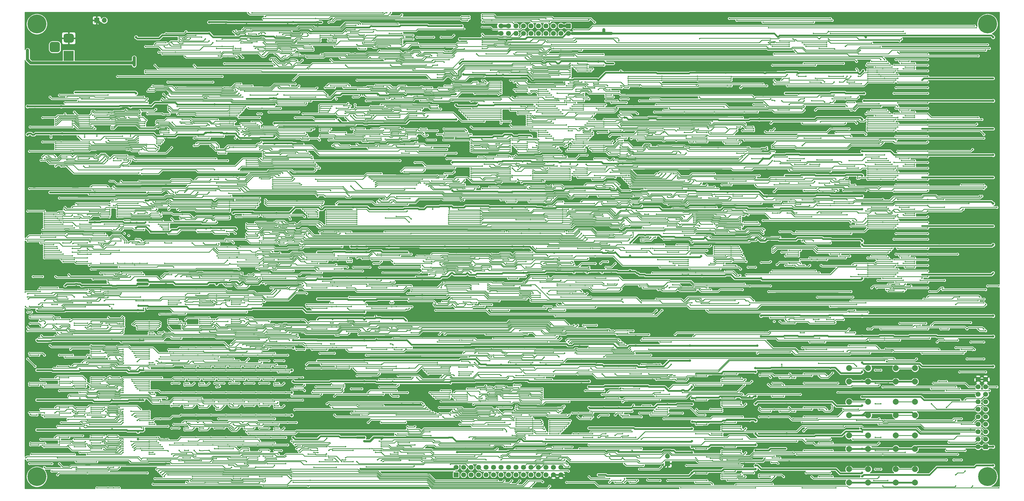
<source format=gbr>
G04 #@! TF.GenerationSoftware,KiCad,Pcbnew,(5.1.9)-1*
G04 #@! TF.CreationDate,2021-03-30T20:53:21+02:00*
G04 #@! TF.ProjectId,psMCU,70734d43-552e-46b6-9963-61645f706362,v0.1*
G04 #@! TF.SameCoordinates,Original*
G04 #@! TF.FileFunction,Copper,L2,Bot*
G04 #@! TF.FilePolarity,Positive*
%FSLAX46Y46*%
G04 Gerber Fmt 4.6, Leading zero omitted, Abs format (unit mm)*
G04 Created by KiCad (PCBNEW (5.1.9)-1) date 2021-03-30 20:53:21*
%MOMM*%
%LPD*%
G01*
G04 APERTURE LIST*
G04 #@! TA.AperFunction,ComponentPad*
%ADD10C,1.700000*%
G04 #@! TD*
G04 #@! TA.AperFunction,ComponentPad*
%ADD11C,2.000000*%
G04 #@! TD*
G04 #@! TA.AperFunction,ComponentPad*
%ADD12O,1.700000X1.700000*%
G04 #@! TD*
G04 #@! TA.AperFunction,ComponentPad*
%ADD13R,1.700000X1.700000*%
G04 #@! TD*
G04 #@! TA.AperFunction,ComponentPad*
%ADD14R,3.500000X3.500000*%
G04 #@! TD*
G04 #@! TA.AperFunction,ComponentPad*
%ADD15C,0.800000*%
G04 #@! TD*
G04 #@! TA.AperFunction,ComponentPad*
%ADD16C,6.400000*%
G04 #@! TD*
G04 #@! TA.AperFunction,ViaPad*
%ADD17C,0.470000*%
G04 #@! TD*
G04 #@! TA.AperFunction,ViaPad*
%ADD18C,0.800000*%
G04 #@! TD*
G04 #@! TA.AperFunction,Conductor*
%ADD19C,0.250000*%
G04 #@! TD*
G04 #@! TA.AperFunction,Conductor*
%ADD20C,0.600000*%
G04 #@! TD*
G04 #@! TA.AperFunction,Conductor*
%ADD21C,1.000000*%
G04 #@! TD*
G04 #@! TA.AperFunction,Conductor*
%ADD22C,0.800000*%
G04 #@! TD*
G04 #@! TA.AperFunction,Conductor*
%ADD23C,0.254000*%
G04 #@! TD*
G04 #@! TA.AperFunction,Conductor*
%ADD24C,0.100000*%
G04 #@! TD*
G04 APERTURE END LIST*
D10*
X198120000Y-61595000D03*
X200660000Y-61595000D03*
X203200000Y-61595000D03*
X205740000Y-61595000D03*
X208280000Y-61595000D03*
X210820000Y-61595000D03*
X213360000Y-61595000D03*
X215900000Y-61595000D03*
X218440000Y-61595000D03*
X220980000Y-61595000D03*
X198120000Y-59055000D03*
X200660000Y-59055000D03*
X203200000Y-59055000D03*
X205740000Y-59055000D03*
X208280000Y-59055000D03*
X210820000Y-59055000D03*
X213360000Y-59055000D03*
X215900000Y-59055000D03*
X218440000Y-59055000D03*
G04 #@! TA.AperFunction,ComponentPad*
G36*
G01*
X220380000Y-58205000D02*
X221580000Y-58205000D01*
G75*
G02*
X221830000Y-58455000I0J-250000D01*
G01*
X221830000Y-59655000D01*
G75*
G02*
X221580000Y-59905000I-250000J0D01*
G01*
X220380000Y-59905000D01*
G75*
G02*
X220130000Y-59655000I0J250000D01*
G01*
X220130000Y-58455000D01*
G75*
G02*
X220380000Y-58205000I250000J0D01*
G01*
G37*
G04 #@! TD.AperFunction*
D11*
X338605000Y-198120000D03*
X338605000Y-202620000D03*
X332105000Y-198120000D03*
X332105000Y-202620000D03*
X322730000Y-198120000D03*
X322730000Y-202620000D03*
X316230000Y-198120000D03*
X316230000Y-202620000D03*
X338605000Y-209550000D03*
X338605000Y-214050000D03*
X332105000Y-209550000D03*
X332105000Y-214050000D03*
X322730000Y-209550000D03*
X322730000Y-214050000D03*
X316230000Y-209550000D03*
X316230000Y-214050000D03*
X338605000Y-186690000D03*
X338605000Y-191190000D03*
X332105000Y-186690000D03*
X332105000Y-191190000D03*
X322730000Y-186690000D03*
X322730000Y-191190000D03*
X316230000Y-186690000D03*
X316230000Y-191190000D03*
X338605000Y-175260000D03*
X338605000Y-179760000D03*
X332105000Y-175260000D03*
X332105000Y-179760000D03*
X322730000Y-175260000D03*
X322730000Y-179760000D03*
X316230000Y-175260000D03*
X316230000Y-179760000D03*
D10*
X218440000Y-208915000D03*
X215900000Y-208915000D03*
X213360000Y-208915000D03*
X210820000Y-208915000D03*
X208280000Y-208915000D03*
X205740000Y-208915000D03*
X203200000Y-208915000D03*
X200660000Y-208915000D03*
X198120000Y-208915000D03*
X195580000Y-208915000D03*
X193040000Y-208915000D03*
X190500000Y-208915000D03*
X187960000Y-208915000D03*
X185420000Y-208915000D03*
X182880000Y-208915000D03*
X218440000Y-211455000D03*
X215900000Y-211455000D03*
X213360000Y-211455000D03*
X210820000Y-211455000D03*
X208280000Y-211455000D03*
X205740000Y-211455000D03*
X203200000Y-211455000D03*
X200660000Y-211455000D03*
X198120000Y-211455000D03*
X195580000Y-211455000D03*
X193040000Y-211455000D03*
X190500000Y-211455000D03*
X187960000Y-211455000D03*
X185420000Y-211455000D03*
G04 #@! TA.AperFunction,ComponentPad*
G36*
G01*
X183480000Y-212305000D02*
X182280000Y-212305000D01*
G75*
G02*
X182030000Y-212055000I0J250000D01*
G01*
X182030000Y-210855000D01*
G75*
G02*
X182280000Y-210605000I250000J0D01*
G01*
X183480000Y-210605000D01*
G75*
G02*
X183730000Y-210855000I0J-250000D01*
G01*
X183730000Y-212055000D01*
G75*
G02*
X183480000Y-212305000I-250000J0D01*
G01*
G37*
G04 #@! TD.AperFunction*
D12*
X254635000Y-205105000D03*
D13*
X254635000Y-207645000D03*
D10*
X360045000Y-179070000D03*
X360045000Y-181610000D03*
X360045000Y-184150000D03*
X360045000Y-186690000D03*
X360045000Y-189230000D03*
X360045000Y-191770000D03*
X360045000Y-194310000D03*
X360045000Y-196850000D03*
X360045000Y-199390000D03*
X360045000Y-201930000D03*
X362585000Y-179070000D03*
X362585000Y-181610000D03*
X362585000Y-184150000D03*
X362585000Y-186690000D03*
X362585000Y-189230000D03*
X362585000Y-191770000D03*
X362585000Y-194310000D03*
X362585000Y-196850000D03*
X362585000Y-199390000D03*
G04 #@! TA.AperFunction,ComponentPad*
G36*
G01*
X363435000Y-201330000D02*
X363435000Y-202530000D01*
G75*
G02*
X363185000Y-202780000I-250000J0D01*
G01*
X361985000Y-202780000D01*
G75*
G02*
X361735000Y-202530000I0J250000D01*
G01*
X361735000Y-201330000D01*
G75*
G02*
X361985000Y-201080000I250000J0D01*
G01*
X363185000Y-201080000D01*
G75*
G02*
X363435000Y-201330000I0J-250000D01*
G01*
G37*
G04 #@! TD.AperFunction*
D12*
X63500000Y-57150000D03*
D13*
X60960000Y-57150000D03*
G04 #@! TA.AperFunction,ComponentPad*
G36*
G01*
X45860000Y-64465000D02*
X47610000Y-64465000D01*
G75*
G02*
X48485000Y-65340000I0J-875000D01*
G01*
X48485000Y-67090000D01*
G75*
G02*
X47610000Y-67965000I-875000J0D01*
G01*
X45860000Y-67965000D01*
G75*
G02*
X44985000Y-67090000I0J875000D01*
G01*
X44985000Y-65340000D01*
G75*
G02*
X45860000Y-64465000I875000J0D01*
G01*
G37*
G04 #@! TD.AperFunction*
G04 #@! TA.AperFunction,ComponentPad*
G36*
G01*
X50435000Y-61715000D02*
X52435000Y-61715000D01*
G75*
G02*
X53185000Y-62465000I0J-750000D01*
G01*
X53185000Y-63965000D01*
G75*
G02*
X52435000Y-64715000I-750000J0D01*
G01*
X50435000Y-64715000D01*
G75*
G02*
X49685000Y-63965000I0J750000D01*
G01*
X49685000Y-62465000D01*
G75*
G02*
X50435000Y-61715000I750000J0D01*
G01*
G37*
G04 #@! TD.AperFunction*
D14*
X51435000Y-69215000D03*
D15*
X42337056Y-56722944D03*
X40640000Y-56020000D03*
X38942944Y-56722944D03*
X38240000Y-58420000D03*
X38942944Y-60117056D03*
X40640000Y-60820000D03*
X42337056Y-60117056D03*
X43040000Y-58420000D03*
D16*
X40640000Y-58420000D03*
D15*
X42337056Y-210392944D03*
X40640000Y-209690000D03*
X38942944Y-210392944D03*
X38240000Y-212090000D03*
X38942944Y-213787056D03*
X40640000Y-214490000D03*
X42337056Y-213787056D03*
X43040000Y-212090000D03*
D16*
X40640000Y-212090000D03*
D15*
X364917056Y-56722944D03*
X363220000Y-56020000D03*
X361522944Y-56722944D03*
X360820000Y-58420000D03*
X361522944Y-60117056D03*
X363220000Y-60820000D03*
X364917056Y-60117056D03*
X365620000Y-58420000D03*
D16*
X363220000Y-58420000D03*
D15*
X364917056Y-210392944D03*
X363220000Y-209690000D03*
X361522944Y-210392944D03*
X360820000Y-212090000D03*
X361522944Y-213787056D03*
X363220000Y-214490000D03*
X364917056Y-213787056D03*
X365620000Y-212090000D03*
D16*
X363220000Y-212090000D03*
D17*
X233045000Y-174625000D03*
X243205000Y-174625000D03*
X238125000Y-174625000D03*
X233045000Y-181610000D03*
X243205000Y-181610000D03*
X238125000Y-181610000D03*
X238125000Y-195580000D03*
X227965000Y-195580000D03*
X89535000Y-198755000D03*
X109855000Y-198755000D03*
X125095000Y-198755000D03*
X120015000Y-198755000D03*
X114935000Y-198755000D03*
X104775000Y-198755000D03*
X99695000Y-198755000D03*
X94615000Y-198755000D03*
X89535000Y-191135000D03*
X109855000Y-191135000D03*
X125095000Y-191135000D03*
X120015000Y-191135000D03*
X114935000Y-191135000D03*
X104775000Y-191135000D03*
X99695000Y-191135000D03*
X94615000Y-191135000D03*
X125095000Y-183515000D03*
X89535000Y-175895000D03*
X109855000Y-175895000D03*
X125095000Y-175895000D03*
X120015000Y-175895000D03*
X114935000Y-175895000D03*
X104775000Y-175895000D03*
X99695000Y-175895000D03*
X94615000Y-175895000D03*
X88265000Y-95885000D03*
X108265000Y-95570000D03*
X103185000Y-95565000D03*
X98105000Y-95565000D03*
X100330000Y-95250000D03*
X97155000Y-85725000D03*
X102870000Y-85725000D03*
X89535000Y-168275000D03*
X125095000Y-168275000D03*
X120015000Y-168275000D03*
X109855000Y-168275000D03*
X104775000Y-168275000D03*
X99695000Y-168275000D03*
X94615000Y-168275000D03*
X125095000Y-207645000D03*
X121285000Y-208280000D03*
X227965000Y-188595000D03*
X238125000Y-188595000D03*
X233045000Y-188595000D03*
X243176010Y-195608990D03*
X264160000Y-201930000D03*
X268605000Y-201930000D03*
X273050000Y-210185000D03*
X268605000Y-210185000D03*
X264160000Y-210185000D03*
X268605000Y-193675000D03*
X268605000Y-185420000D03*
X264160000Y-185420000D03*
X268605000Y-177165000D03*
X273050000Y-177165000D03*
X264160000Y-177165000D03*
X237805000Y-211770000D03*
X242885000Y-211775000D03*
X282715000Y-176390000D03*
X282575000Y-184785000D03*
X282575000Y-193040000D03*
X83185000Y-62230000D03*
X347345000Y-161925000D03*
X349885000Y-161925000D03*
X104140000Y-62865000D03*
X135890000Y-199390000D03*
X143510000Y-198755000D03*
X37465000Y-132080000D03*
X43180000Y-121920000D03*
X37465000Y-121920000D03*
X43208990Y-132051010D03*
X248920000Y-188595000D03*
X257810000Y-187325000D03*
X259715000Y-187325000D03*
X261620000Y-187325000D03*
X88260000Y-128270000D03*
X108260000Y-127955000D03*
X103180000Y-127950000D03*
X98100000Y-127950000D03*
X88260000Y-118110000D03*
X97150000Y-118110000D03*
X102865000Y-118110000D03*
X304165000Y-157480000D03*
X294005000Y-164465000D03*
X299085000Y-164465000D03*
X314325000Y-157480000D03*
X309245000Y-157480000D03*
X304136010Y-164436010D03*
X309216010Y-164436010D03*
X314325000Y-164465000D03*
X135890000Y-135890000D03*
X166370000Y-135890000D03*
X161290000Y-135890000D03*
X162560000Y-135890000D03*
X146050000Y-135890000D03*
X161290000Y-144780000D03*
X140970000Y-144780000D03*
X161290000Y-151765000D03*
X135890000Y-151765000D03*
X146050000Y-151765000D03*
X140970000Y-151765000D03*
X140970000Y-158750000D03*
X161290000Y-158750000D03*
X140970000Y-165735000D03*
X146050000Y-165735000D03*
X135890000Y-172720000D03*
X140970000Y-172720000D03*
X161290000Y-172720000D03*
X140335000Y-179705000D03*
X155575000Y-179705000D03*
X161290000Y-179705000D03*
X150495000Y-179705000D03*
X294640000Y-116840000D03*
X299720000Y-116840000D03*
X304800000Y-116840000D03*
X309880000Y-116840000D03*
X304800000Y-109855000D03*
X314960000Y-109855000D03*
X309880000Y-109855000D03*
X299720000Y-109855000D03*
X294640000Y-109855000D03*
X309880000Y-102870000D03*
X294640000Y-102870000D03*
X304800000Y-102870000D03*
X314960000Y-102870000D03*
X304800000Y-74930000D03*
X309880000Y-74930000D03*
X294640000Y-74930000D03*
X314960000Y-74930000D03*
X309880000Y-81915000D03*
X304800000Y-81915000D03*
X294640000Y-81915000D03*
X314960000Y-81915000D03*
X320040000Y-81915000D03*
X289560000Y-175260000D03*
X299720000Y-175260000D03*
X304800000Y-175260000D03*
X309880000Y-175260000D03*
X299720000Y-186690000D03*
X304800000Y-186690000D03*
X309880000Y-186690000D03*
X109855000Y-183515000D03*
X99695000Y-183515000D03*
X94615000Y-183515000D03*
X89535000Y-183515000D03*
X114935000Y-183515000D03*
X104775000Y-183515000D03*
X120015000Y-183515000D03*
X41275000Y-170815000D03*
X40640000Y-186055000D03*
X55245000Y-185420000D03*
X40640000Y-196215000D03*
X55245000Y-195580000D03*
X76835000Y-195580000D03*
X40640000Y-175895000D03*
X40640000Y-165735000D03*
X45720000Y-165735000D03*
X50800000Y-165735000D03*
X55880000Y-165735000D03*
X40640000Y-155575000D03*
X66040000Y-154940000D03*
X55880000Y-155575000D03*
X60325000Y-155575000D03*
X76835000Y-154940000D03*
X135890000Y-158750000D03*
X193040000Y-173990000D03*
X198120000Y-173990000D03*
X203200000Y-173990000D03*
X208280000Y-173990000D03*
X213360000Y-173990000D03*
X218440000Y-173990000D03*
X187960000Y-167005000D03*
X193040000Y-167005000D03*
X198120000Y-167005000D03*
X203200000Y-167005000D03*
X208280000Y-167005000D03*
X213360000Y-167005000D03*
X218440000Y-167005000D03*
X210585001Y-174224999D03*
X215665001Y-174224999D03*
X261620000Y-143510000D03*
X259715000Y-143510000D03*
X245110000Y-143510000D03*
X274320000Y-143510000D03*
X276225000Y-143510000D03*
X45085000Y-86360000D03*
X56515000Y-86360000D03*
X63500000Y-86360000D03*
X68580000Y-86360000D03*
X79375000Y-86360000D03*
X79697500Y-95562500D03*
X68267500Y-95562500D03*
X56837500Y-96842500D03*
X45407500Y-96832500D03*
X68895000Y-81600000D03*
X53655000Y-81600000D03*
X58735000Y-81600000D03*
X63815000Y-81595000D03*
X60960000Y-86360000D03*
X66040000Y-86360000D03*
X216535000Y-142240000D03*
X222885000Y-142875000D03*
X227330000Y-142875000D03*
X232410000Y-142875000D03*
X237490000Y-142240000D03*
X232410000Y-135890000D03*
X236855000Y-135890000D03*
X219075000Y-135890000D03*
X216222500Y-136212500D03*
X234315000Y-135890000D03*
X181610000Y-142875000D03*
X204470000Y-142875000D03*
X186690000Y-142875000D03*
X200660000Y-144780000D03*
X197485000Y-133985000D03*
X203200000Y-133985000D03*
X191770000Y-133985000D03*
X185374990Y-134030010D03*
X181610000Y-133985000D03*
X267335000Y-130810000D03*
X257175000Y-130810000D03*
X252730000Y-130810000D03*
X247015000Y-130175000D03*
X246380000Y-120650000D03*
X277495000Y-120650000D03*
X284795000Y-115250000D03*
X279715000Y-115255000D03*
X274955000Y-115570000D03*
X269555000Y-115255000D03*
X264475000Y-115250000D03*
X281940000Y-121285000D03*
X276860000Y-116840000D03*
X247159990Y-143744999D03*
X143510000Y-82550000D03*
X151130000Y-82550000D03*
X156210000Y-82550000D03*
X167640000Y-82550000D03*
X175895000Y-82550000D03*
X179705000Y-90805000D03*
X142875000Y-90805000D03*
X167005000Y-90805000D03*
X176530000Y-90805000D03*
X40640000Y-191135000D03*
X41275000Y-201295000D03*
X41275000Y-180975000D03*
X71120000Y-165735000D03*
X71120000Y-175895000D03*
X71120000Y-155575000D03*
X50165000Y-147320000D03*
X55880000Y-147320000D03*
X45720000Y-196215000D03*
X71120000Y-196215000D03*
X38133413Y-180999567D03*
X38460041Y-190930660D03*
X38460041Y-201295000D03*
X38335021Y-170815000D03*
X71784403Y-186083491D03*
X161084968Y-165735000D03*
X92075000Y-146685000D03*
X113665000Y-146685000D03*
X87630000Y-146685000D03*
X109220000Y-146685000D03*
X98425000Y-146685000D03*
X113665000Y-154940000D03*
X102870000Y-154940000D03*
X92075000Y-154940000D03*
D18*
X230505000Y-61595000D03*
X235585000Y-61595000D03*
X233045000Y-60325000D03*
D17*
X262255000Y-74930000D03*
X285750000Y-74930000D03*
X274348990Y-74958990D03*
X250853990Y-74958990D03*
X288290000Y-74930000D03*
X45085000Y-115570000D03*
X57150000Y-115570000D03*
X69850000Y-115570000D03*
X77470000Y-115570000D03*
X62230000Y-125730000D03*
X67310000Y-125730000D03*
X72390000Y-125730000D03*
X77470000Y-125730000D03*
X58420000Y-125730000D03*
X251460000Y-90805000D03*
X271780000Y-90805000D03*
X262255000Y-90805000D03*
X282575000Y-90805000D03*
X135890000Y-120650000D03*
X165100000Y-121285000D03*
X170180000Y-121285000D03*
X194310000Y-120650000D03*
X141476115Y-120592114D03*
X166770001Y-121050001D03*
X167874999Y-121050001D03*
X206375000Y-120650000D03*
X212090000Y-120650000D03*
X210185000Y-120650000D03*
X208045001Y-120415001D03*
X222885000Y-114300000D03*
X234950000Y-114300000D03*
X218440000Y-71120000D03*
X217170000Y-71755000D03*
X227330000Y-71120000D03*
X236220000Y-71755000D03*
X145415000Y-59690000D03*
X154305000Y-59055000D03*
X163830000Y-59055000D03*
X173355000Y-59055000D03*
X177800000Y-59055000D03*
X182880000Y-59055000D03*
X114300000Y-83820000D03*
X119380000Y-83820000D03*
X116840000Y-83820000D03*
X149225000Y-198755000D03*
X157480000Y-199390000D03*
X165735000Y-198755000D03*
X171450000Y-198755000D03*
X117475000Y-99060000D03*
X125730000Y-99060000D03*
X130810000Y-99060000D03*
X118745000Y-122555000D03*
X113665000Y-122555000D03*
X126365000Y-122555000D03*
X114935000Y-135890000D03*
X203835000Y-96520000D03*
X232410000Y-105410000D03*
X213995000Y-105410000D03*
X205427500Y-105097500D03*
X196850000Y-105410000D03*
X191770000Y-75565000D03*
X198755000Y-75565000D03*
X208915000Y-85725000D03*
X207010000Y-85725000D03*
X198755000Y-85725000D03*
X190500000Y-85725000D03*
X217709990Y-77374990D03*
X195290750Y-96867229D03*
X198355021Y-96520000D03*
X196614979Y-75565000D03*
X207040785Y-75799999D03*
X275095000Y-176390000D03*
X282575000Y-201295000D03*
X282575000Y-209550000D03*
X231140000Y-211455000D03*
X294640000Y-209550000D03*
X294640000Y-202565000D03*
X289560000Y-202565000D03*
X289560000Y-209550000D03*
X304800000Y-198120000D03*
X309880000Y-198120000D03*
X304800000Y-209550000D03*
X309880000Y-209550000D03*
X348615000Y-174625000D03*
X353695000Y-174625000D03*
X348615000Y-186055000D03*
X353695000Y-186055000D03*
X348615000Y-197485000D03*
X353695000Y-197485000D03*
X348615000Y-208915000D03*
X353695000Y-208915000D03*
X358775000Y-208915000D03*
X118110000Y-62629979D03*
X111447500Y-61955042D03*
X126365000Y-57785000D03*
X132080000Y-57785000D03*
X114936466Y-208809949D03*
X107315000Y-212725000D03*
X109855000Y-212725000D03*
X88871010Y-62201010D03*
X111760000Y-83820000D03*
X47697918Y-151017478D03*
X50193990Y-154968990D03*
X72390000Y-96520000D03*
X60960000Y-96520000D03*
X152312715Y-120499306D03*
X140941010Y-135918990D03*
X55245000Y-175495021D03*
X66139988Y-195815021D03*
X76488510Y-185910010D03*
X66068990Y-185910010D03*
X74930000Y-122755034D03*
X76835000Y-165590010D03*
X66040000Y-165590010D03*
X120651467Y-135784946D03*
D18*
X49217500Y-95562500D03*
X48895000Y-86360000D03*
X37465000Y-86360000D03*
X74930000Y-155575000D03*
X74930000Y-146685000D03*
X75565000Y-165735000D03*
X75565000Y-186055000D03*
X74930000Y-196850000D03*
D17*
X75565000Y-182880000D03*
D18*
X74930000Y-199390000D03*
D17*
X89535000Y-165100000D03*
X82550000Y-192405000D03*
X75565000Y-193040000D03*
D18*
X75160001Y-154074999D03*
X74930000Y-145415000D03*
X37465000Y-95885000D03*
X127635000Y-179705000D03*
X127635000Y-165735000D03*
X127114970Y-191249970D03*
X127114970Y-183535010D03*
X127114970Y-175915010D03*
X127635000Y-168295010D03*
X127635000Y-198775010D03*
D17*
X135861010Y-144808990D03*
D18*
X37465000Y-69850000D03*
X37465000Y-68580000D03*
X37465000Y-67310000D03*
X73660000Y-71120000D03*
X73660000Y-69850000D03*
X73660000Y-72390000D03*
X152400000Y-135890000D03*
X150495000Y-209550000D03*
X151765000Y-198755000D03*
X151765000Y-200025000D03*
X151765000Y-179705000D03*
X151765000Y-152400000D03*
X152400000Y-144780000D03*
X151765000Y-156210000D03*
D17*
X361950000Y-157480000D03*
X356870000Y-157480000D03*
X356235000Y-164465000D03*
X361315000Y-164465000D03*
X336550000Y-164465000D03*
X331470000Y-164465000D03*
X326390000Y-164465000D03*
X346075000Y-164465000D03*
D18*
X127635000Y-57785000D03*
X181610000Y-105410000D03*
X184785000Y-59055000D03*
X182880000Y-90805000D03*
X182857675Y-97132675D03*
X152400000Y-133985000D03*
X74295000Y-62865000D03*
X72390000Y-86360000D03*
X121285000Y-85725000D03*
X121285000Y-96520000D03*
X121050001Y-83585001D03*
X121285000Y-92075000D03*
X320675000Y-102870000D03*
X320675000Y-116840000D03*
X321310000Y-81915000D03*
X320675000Y-157480000D03*
X320675000Y-164465000D03*
X320620000Y-179760000D03*
X320730000Y-191190000D03*
X320620000Y-202620000D03*
X320675000Y-196850000D03*
X320675000Y-187960000D03*
X320675000Y-176530000D03*
X182880000Y-85920010D03*
X285115000Y-167640000D03*
X284480000Y-209550000D03*
X284480000Y-201295000D03*
X284480000Y-193040000D03*
X284480000Y-176530000D03*
X284480000Y-187325000D03*
X284480000Y-208280000D03*
X320675000Y-210820000D03*
X320675000Y-121285000D03*
D17*
X180458375Y-120650000D03*
D18*
X262255000Y-172720000D03*
X262255000Y-167640000D03*
X262890000Y-210820000D03*
X262890000Y-185420000D03*
X262890000Y-181610000D03*
D17*
X243086209Y-187749258D03*
X254635000Y-187355010D03*
D18*
X262890000Y-187425000D03*
D17*
X272415000Y-184785000D03*
X289529990Y-186690000D03*
D18*
X262890000Y-195775010D03*
D17*
X273050000Y-193342660D03*
X273050000Y-201295000D03*
X294409990Y-186690000D03*
D18*
X160020000Y-121285000D03*
X160115010Y-133889990D03*
D17*
X180636777Y-121323715D03*
D18*
X179070000Y-133985000D03*
X107315000Y-122555000D03*
X74529999Y-125964999D03*
X121920000Y-122555000D03*
X147955000Y-120650000D03*
X105090000Y-95570000D03*
X99695000Y-95250000D03*
X100965000Y-85725000D03*
X78105000Y-145415000D03*
X79375000Y-128905000D03*
X78105000Y-146685000D03*
X60325000Y-125730000D03*
X60294999Y-115539999D03*
X101600000Y-146685000D03*
X99695000Y-127635000D03*
X147320000Y-133985000D03*
X181610000Y-114935000D03*
X184150001Y-63499999D03*
X286385000Y-144780000D03*
X287020000Y-104140000D03*
X288290000Y-116973065D03*
X266299999Y-143744999D03*
X321945000Y-62865000D03*
X286385000Y-157480000D03*
X365125000Y-201930000D03*
X365125000Y-157480000D03*
X365125000Y-164465000D03*
X365125000Y-174625000D03*
X365125000Y-208280000D03*
X74295000Y-81915000D03*
D17*
X89535000Y-85725000D03*
X131445000Y-182880000D03*
X127114970Y-182359970D03*
X137160000Y-184150000D03*
X127114970Y-184670030D03*
X180340000Y-198755000D03*
X190500000Y-200025000D03*
X200660000Y-200025000D03*
X212090000Y-200025000D03*
X256220000Y-211770000D03*
X340995000Y-77470000D03*
X365125000Y-76835000D03*
X340995000Y-93980000D03*
X365125000Y-93980000D03*
X340995000Y-110490000D03*
X340995000Y-127000000D03*
X340995000Y-143510000D03*
X365125000Y-142875000D03*
X365125000Y-127000000D03*
X365125000Y-110490000D03*
D18*
X365125000Y-62865000D03*
X321310000Y-84455000D03*
X365125000Y-84455000D03*
X320675000Y-101600000D03*
X365125000Y-102870000D03*
X365125000Y-119380000D03*
X320675000Y-133350000D03*
X365125000Y-133350000D03*
X183272862Y-203775021D03*
X320675000Y-184980010D03*
X320359084Y-195705313D03*
X320675000Y-211995000D03*
D17*
X187325000Y-55880000D03*
X184785000Y-55880000D03*
X187960001Y-63499999D03*
X241300000Y-80010000D03*
X238760000Y-79375000D03*
X238760000Y-74295000D03*
D18*
X240030000Y-90170000D03*
X285750000Y-90805000D03*
D17*
X241935000Y-132715000D03*
D18*
X243840000Y-167640000D03*
X241935000Y-142240000D03*
X241935000Y-137160000D03*
X205740000Y-142875000D03*
X205740000Y-133985000D03*
X201930000Y-133985000D03*
X201930000Y-120650000D03*
X266065000Y-137180010D03*
D17*
X237490000Y-97790000D03*
X240665001Y-97155001D03*
X180975000Y-180340000D03*
X101600000Y-134620000D03*
X289560000Y-139065000D03*
X286385000Y-139361720D03*
D18*
X320675000Y-132080000D03*
D17*
X307395012Y-131389988D03*
X313785010Y-131540010D03*
X318865010Y-131540010D03*
X298394988Y-131389988D03*
X227965000Y-135890000D03*
X228600000Y-135890000D03*
X256119991Y-137580009D03*
X283210000Y-104140000D03*
X292100000Y-62865000D03*
X233839978Y-203675022D03*
X238125000Y-203200000D03*
X242570000Y-203200000D03*
D18*
X262986304Y-193450415D03*
D17*
X264365023Y-193675000D03*
X77441010Y-122583990D03*
X58702504Y-132410767D03*
X45720000Y-175895000D03*
X66068990Y-175288990D03*
D18*
X75565000Y-175915010D03*
D17*
X76835000Y-175260000D03*
X135654979Y-165735000D03*
X260319998Y-182910002D03*
X294640000Y-157480000D03*
X299720000Y-157480000D03*
D18*
X284459990Y-175260000D03*
X151765000Y-158729990D03*
D17*
X208369522Y-96505257D03*
X221615000Y-106045000D03*
X217805000Y-105410000D03*
X198774079Y-105174979D03*
D18*
X320992500Y-74321175D03*
D17*
X299720000Y-81915000D03*
X238125000Y-89535000D03*
X93980000Y-61595000D03*
X126653534Y-63160583D03*
X127635000Y-60960000D03*
X137160000Y-57785000D03*
D18*
X99060000Y-57785000D03*
X99060000Y-61595000D03*
D17*
X155974979Y-151765000D03*
X155974979Y-172720000D03*
D18*
X147320000Y-135869990D03*
D17*
X203806010Y-144751010D03*
X354965000Y-208915000D03*
X165879990Y-159127625D03*
X145814980Y-144680013D03*
X145814979Y-172720000D03*
X155875254Y-165376767D03*
X155974980Y-144879987D03*
X155575000Y-157480000D03*
X63530001Y-115539999D03*
D18*
X201901899Y-115424968D03*
D17*
X198726010Y-142846010D03*
X166324930Y-151765000D03*
X166324930Y-144780000D03*
X154407530Y-91972470D03*
X186035031Y-120220465D03*
D18*
X107315000Y-118130010D03*
D17*
X190528990Y-173961010D03*
X280006010Y-116811010D03*
X143660694Y-120499306D03*
D18*
X262890000Y-203814990D03*
X284480000Y-203179990D03*
X231140000Y-77449990D03*
X320675000Y-109849989D03*
D17*
X319067364Y-110803332D03*
D18*
X121285000Y-99039990D03*
X320675000Y-90784990D03*
D17*
X227224948Y-105410000D03*
D18*
X239461064Y-105810021D03*
D17*
X251864991Y-120650000D03*
X299484979Y-102870000D03*
D18*
X262890000Y-200004990D03*
X262890000Y-201950010D03*
D17*
X60919033Y-207059979D03*
D18*
X284480000Y-197505010D03*
D17*
X109856464Y-209150021D03*
X118773990Y-207673990D03*
D18*
X284480000Y-184805010D03*
X227944990Y-181610000D03*
X227944990Y-179705000D03*
X320675000Y-144800010D03*
D17*
X233016010Y-195608990D03*
D18*
X74314686Y-127614990D03*
X288290000Y-121264990D03*
X320675000Y-119400010D03*
D17*
X102839999Y-146080001D03*
X192103935Y-143094090D03*
D18*
X77610000Y-118344979D03*
X231140000Y-71140010D03*
D17*
X127528228Y-99166772D03*
D18*
X288290000Y-131465010D03*
D17*
X166134980Y-165635013D03*
X166134971Y-172620008D03*
X237490000Y-114300000D03*
D18*
X182771884Y-82149979D03*
X320675000Y-173375010D03*
D17*
X114936467Y-168380054D03*
X146057278Y-158554926D03*
D18*
X151789173Y-165850020D03*
D17*
X314724980Y-116840000D03*
D18*
X151765000Y-172699990D03*
D17*
X45720000Y-186055000D03*
D18*
X286385000Y-164444990D03*
D17*
X200025000Y-64135000D03*
X135890000Y-60960000D03*
D18*
X184150001Y-71854009D03*
X185339247Y-75525703D03*
D17*
X298590000Y-75705000D03*
X318770000Y-73660000D03*
X174935123Y-121285000D03*
X50800000Y-151130000D03*
X64770000Y-146050000D03*
X53975000Y-207010000D03*
X293370000Y-173990000D03*
X88265000Y-85725000D03*
X50800000Y-112395000D03*
X48895000Y-112395000D03*
X143510000Y-78105000D03*
X141605000Y-78105000D03*
X160655000Y-107950000D03*
X158750000Y-107950000D03*
X156845000Y-107950000D03*
X154940000Y-107950000D03*
X153035000Y-107950000D03*
X147320000Y-107950000D03*
X145415000Y-107950000D03*
X143510000Y-107950000D03*
X141605000Y-107950000D03*
X128905000Y-78105000D03*
X127000000Y-78105000D03*
X125095000Y-78105000D03*
X123190000Y-78105000D03*
X121285000Y-78105000D03*
X113665000Y-78105000D03*
X111760000Y-78105000D03*
X230505000Y-173355000D03*
X240665000Y-173355000D03*
X235585000Y-173355000D03*
X230505000Y-180340000D03*
X240665000Y-180340000D03*
X235585000Y-180340000D03*
X225425000Y-194310000D03*
X240665000Y-194310000D03*
X235585000Y-194310000D03*
X230505000Y-194310000D03*
X123190000Y-167640000D03*
X88265000Y-175260000D03*
X102870000Y-182880000D03*
X123190000Y-182880000D03*
X88265000Y-182880000D03*
X118110000Y-182880000D03*
X113030000Y-182880000D03*
X93345000Y-182880000D03*
X97790000Y-182880000D03*
X107950000Y-182880000D03*
X102870000Y-190500000D03*
X123190000Y-190500000D03*
X88265000Y-190500000D03*
X118110000Y-190500000D03*
X113030000Y-190500000D03*
X93345000Y-190500000D03*
X97790000Y-190500000D03*
X107950000Y-190500000D03*
X107315000Y-97790000D03*
X100330000Y-97790000D03*
X88265000Y-97790000D03*
X93980000Y-90170000D03*
X88265000Y-198120000D03*
X123190000Y-198120000D03*
X118110000Y-198120000D03*
X113030000Y-198120000D03*
X107950000Y-198120000D03*
X102870000Y-198120000D03*
X97790000Y-198120000D03*
X93345000Y-198120000D03*
X225425000Y-187325000D03*
X240665000Y-187325000D03*
X235585000Y-187325000D03*
X230505000Y-187325000D03*
X249555000Y-179070000D03*
X249555000Y-173355000D03*
X278765000Y-177800000D03*
X260350000Y-179070000D03*
X267335000Y-186690000D03*
X278765000Y-186055000D03*
X235585000Y-210185000D03*
X240665000Y-210185000D03*
X230505000Y-208915000D03*
X170180000Y-194310000D03*
X95245000Y-130175000D03*
X107310000Y-130175000D03*
X93975000Y-130175000D03*
X88260000Y-130175000D03*
X93975000Y-122555000D03*
X88147385Y-121954411D03*
X312420000Y-154940000D03*
X297180000Y-161925000D03*
X292100000Y-161925000D03*
X302260000Y-154940000D03*
X292100000Y-154940000D03*
X307340000Y-154940000D03*
X297180000Y-154940000D03*
X312420000Y-161925000D03*
X302260000Y-161925000D03*
X307340000Y-161925000D03*
X187960000Y-102235000D03*
X133350000Y-143510000D03*
X168910000Y-143510000D03*
X163830000Y-143510000D03*
X158750000Y-143510000D03*
X153670000Y-143510000D03*
X143510000Y-143510000D03*
X138430000Y-143510000D03*
X133350000Y-134620000D03*
X138430000Y-134620000D03*
X143510000Y-134620000D03*
X149225000Y-134620000D03*
X153670000Y-150495000D03*
X143510000Y-150495000D03*
X168910000Y-150495000D03*
X158750000Y-150495000D03*
X163830000Y-150495000D03*
X138430000Y-150495000D03*
X133350000Y-150495000D03*
X163830000Y-157480000D03*
X143510000Y-157480000D03*
X153670000Y-157480000D03*
X158750000Y-157480000D03*
X133350000Y-157480000D03*
X138430000Y-157480000D03*
X168910000Y-157480000D03*
X153670000Y-164465000D03*
X133350000Y-164465000D03*
X158750000Y-164465000D03*
X138430000Y-164465000D03*
X168910000Y-164465000D03*
X163830000Y-164465000D03*
X143510000Y-164465000D03*
X153670000Y-171450000D03*
X133350000Y-171450000D03*
X158750000Y-171450000D03*
X138430000Y-171450000D03*
X168910000Y-171450000D03*
X163830000Y-171450000D03*
X143510000Y-171450000D03*
X158750000Y-134620000D03*
X163830000Y-134620000D03*
X148590000Y-143510000D03*
X148590000Y-150495000D03*
X148590000Y-157480000D03*
X148590000Y-164465000D03*
X148590000Y-171450000D03*
X137795000Y-178435000D03*
X147955000Y-178435000D03*
X154305000Y-178435000D03*
X159385000Y-178435000D03*
X292100000Y-115570000D03*
X297180000Y-115570000D03*
X302260000Y-115570000D03*
X307340000Y-115570000D03*
X312420000Y-115570000D03*
X317500000Y-115570000D03*
X312420000Y-108585000D03*
X317500000Y-108585000D03*
X292100000Y-108585000D03*
X297180000Y-101600000D03*
X312420000Y-101600000D03*
X307340000Y-101600000D03*
X292100000Y-101600000D03*
X302260000Y-101600000D03*
X297180000Y-80645000D03*
X312420000Y-80645000D03*
X307340000Y-80645000D03*
X317500000Y-80645000D03*
X292100000Y-80645000D03*
X302260000Y-80645000D03*
X302260000Y-73660000D03*
X297180000Y-73660000D03*
X292100000Y-73660000D03*
X317500000Y-73660000D03*
X307340000Y-73660000D03*
X312420000Y-73660000D03*
X302525001Y-176160001D03*
X307605001Y-176160001D03*
X297445001Y-176160001D03*
X292347500Y-176142500D03*
X287285001Y-176160001D03*
X302525001Y-187590001D03*
X307605001Y-187590001D03*
X297445001Y-187590001D03*
X292347500Y-187572500D03*
X287285001Y-187590001D03*
X113030000Y-175260000D03*
X118110000Y-175260000D03*
X107950000Y-175260000D03*
X97790000Y-175260000D03*
X123190000Y-175260000D03*
X102870000Y-175260000D03*
X93345000Y-175260000D03*
X39370000Y-167005000D03*
X44450000Y-167005000D03*
X49530000Y-167005000D03*
X54610000Y-167005000D03*
X78105000Y-167640000D03*
X44450000Y-177165000D03*
X39370000Y-177165000D03*
X57150000Y-177800000D03*
X78105000Y-177800000D03*
X39370000Y-187325000D03*
X57150000Y-187960000D03*
X78740000Y-187960000D03*
X44450000Y-187325000D03*
X39370000Y-197485000D03*
X78740000Y-198120000D03*
X44450000Y-197485000D03*
X39370000Y-156845000D03*
X54610000Y-156845000D03*
X67945000Y-157480000D03*
X191135000Y-180975000D03*
X206375000Y-180975000D03*
X212090000Y-181610000D03*
X185420000Y-168275000D03*
X190500000Y-168275000D03*
X195580000Y-168275000D03*
X200660000Y-168275000D03*
X210820000Y-168275000D03*
X215900000Y-168275000D03*
X216712510Y-180975000D03*
X219266617Y-180719228D03*
X269240000Y-142240000D03*
X270510000Y-142240000D03*
X262890000Y-142240000D03*
X255905000Y-142240000D03*
X254635000Y-142240000D03*
X248285000Y-142240000D03*
X285115000Y-142240000D03*
X283845000Y-142240000D03*
X283210000Y-142240000D03*
X273050000Y-142240000D03*
X261620000Y-147320000D03*
X262890000Y-147320000D03*
X259715000Y-147320000D03*
X276225000Y-147955000D03*
X277495000Y-147955000D03*
X50800000Y-87630000D03*
X60960000Y-87630000D03*
X66040000Y-87630000D03*
X46990000Y-88900000D03*
X50800000Y-80645000D03*
X55880000Y-80645000D03*
X60960000Y-80645000D03*
X66040000Y-80645000D03*
X58276937Y-88812061D03*
X39370000Y-95250000D03*
X46990000Y-94615000D03*
X50165000Y-94615000D03*
X58420000Y-94615000D03*
X74295000Y-103505000D03*
X39370000Y-102870000D03*
X60960000Y-101600000D03*
X69744947Y-93345000D03*
X210185000Y-143510000D03*
X215125000Y-143015000D03*
X220840000Y-143015000D03*
X231140000Y-142905010D03*
X226060000Y-142905010D03*
X235585000Y-142905010D03*
X193675000Y-145415000D03*
X183515000Y-145415000D03*
X184785000Y-145415000D03*
X180340000Y-144780000D03*
X190500000Y-135255000D03*
X200259999Y-145649999D03*
X187325000Y-134650010D03*
X196850000Y-145415000D03*
X270827500Y-133032500D03*
X250825000Y-132080000D03*
X255905000Y-132080000D03*
X262255000Y-120015000D03*
X267335000Y-120015000D03*
X278130000Y-120015000D03*
X281940000Y-120015000D03*
X261620000Y-132080000D03*
X284480000Y-120015000D03*
X277495000Y-130175000D03*
X273050000Y-130175000D03*
X264795000Y-129540000D03*
X278130001Y-142817019D03*
X273021010Y-119986010D03*
X169545000Y-85090000D03*
X149225000Y-85090000D03*
X154305000Y-85090000D03*
X173355000Y-85090000D03*
X181610000Y-93345000D03*
X145415000Y-93345000D03*
X136525000Y-93345000D03*
X137795000Y-99060000D03*
X150495000Y-99060000D03*
X160824965Y-92879965D03*
X175603821Y-93928726D03*
X169309979Y-93345000D03*
X172139700Y-97883482D03*
X136525000Y-90170000D03*
X59690000Y-167005000D03*
X59690000Y-177165000D03*
X69850000Y-177165000D03*
X48260000Y-147320000D03*
X53975000Y-147320000D03*
X67945000Y-147955000D03*
X69850000Y-167005000D03*
X57150000Y-207812510D03*
X58587510Y-207812510D03*
X51435000Y-208280000D03*
X70952490Y-207812510D03*
X74762490Y-207812510D03*
X69850000Y-197485000D03*
X59024999Y-197454999D03*
X48895000Y-197485000D03*
X59690000Y-187325000D03*
X69850000Y-187325000D03*
X48260000Y-187325000D03*
X59055000Y-156845000D03*
X67850325Y-187724979D03*
X67945000Y-177800000D03*
X56914979Y-198120000D03*
X86360000Y-147320000D03*
X98460010Y-147919990D03*
X115570000Y-149225000D03*
X93980000Y-157480000D03*
X104775000Y-157480000D03*
X88265000Y-158115000D03*
X114935000Y-157480000D03*
X107315000Y-157480000D03*
D18*
X198120000Y-55245000D03*
X199390000Y-55245000D03*
X196850000Y-55245000D03*
X235585000Y-55245000D03*
X230505000Y-55245000D03*
X233045000Y-55245000D03*
D17*
X226060000Y-85090000D03*
X230505000Y-85090000D03*
X209550000Y-81915000D03*
X203835000Y-82550000D03*
X200789062Y-82348177D03*
X193675000Y-82550000D03*
X242570000Y-81915000D03*
X277495000Y-81915000D03*
X266065000Y-81915000D03*
X254635000Y-81915000D03*
X252095000Y-81915000D03*
X263525000Y-81915000D03*
X275590000Y-81915000D03*
X252730000Y-74295000D03*
X276320010Y-74199990D03*
X287655000Y-74295000D03*
X285654990Y-74199990D03*
X274415010Y-74199990D03*
X261857610Y-74295000D03*
X251460000Y-74295000D03*
X286289990Y-74199990D03*
X66675000Y-124460000D03*
X71755000Y-124460000D03*
X54610000Y-116840000D03*
X67310000Y-116840000D03*
X43815000Y-116840000D03*
X38735000Y-128905000D03*
X51435000Y-128905000D03*
X56515000Y-128905000D03*
X43815000Y-128905000D03*
X60960000Y-142240000D03*
X51435000Y-142240000D03*
X38735000Y-142240000D03*
X284480000Y-89535000D03*
X264795000Y-89535000D03*
X266700000Y-89535000D03*
X273050000Y-89535000D03*
X274955000Y-89535000D03*
X255905000Y-89535000D03*
X252730000Y-89535000D03*
X246380000Y-89535000D03*
X245745000Y-99695000D03*
X276225000Y-99695000D03*
X266065000Y-99695000D03*
X281305000Y-99695000D03*
X156210000Y-128270000D03*
X158115000Y-128270000D03*
X163195000Y-128270000D03*
X144780000Y-128270000D03*
X133985000Y-128270000D03*
X141605000Y-117475000D03*
X104775000Y-58420000D03*
X109855000Y-59055000D03*
X114300000Y-59055000D03*
X111760000Y-58420000D03*
X125730000Y-58420000D03*
X118745000Y-69850000D03*
X105410000Y-69850000D03*
X194945000Y-118745000D03*
X175895000Y-128270000D03*
X198120000Y-128270000D03*
X200025000Y-128270000D03*
X186690000Y-128270000D03*
X204470000Y-128270000D03*
X208915000Y-128270000D03*
X217805000Y-117475000D03*
X224155000Y-117475000D03*
X236855000Y-117475000D03*
X231140000Y-128270000D03*
X235585000Y-128270000D03*
X217805000Y-128270000D03*
X162560000Y-57785000D03*
X171450000Y-57785000D03*
X175895000Y-57785000D03*
X181610000Y-57785000D03*
X137795000Y-67945000D03*
X158750000Y-66675000D03*
X147320000Y-67945000D03*
X181610000Y-66675000D03*
X112395000Y-91440000D03*
X131445000Y-194945000D03*
X142875000Y-194945000D03*
X148590000Y-194945000D03*
X157480000Y-194945000D03*
X165100000Y-194945000D03*
X113665000Y-97790000D03*
X113665000Y-116840000D03*
X119380000Y-116840000D03*
X124460000Y-116840000D03*
X113665000Y-107315000D03*
X120650000Y-125095000D03*
X125360001Y-124829999D03*
X113030000Y-133350000D03*
X125730000Y-142875000D03*
X123825000Y-142875000D03*
X113030000Y-142875000D03*
X205105000Y-76835000D03*
X193040000Y-76835000D03*
X210185000Y-78105000D03*
X215265000Y-78105000D03*
X219075000Y-78105000D03*
X203200000Y-95250000D03*
X188595000Y-95250000D03*
X193675000Y-94615000D03*
X195580000Y-94615000D03*
X198755000Y-95250000D03*
X209550000Y-95250000D03*
X216535000Y-102235000D03*
X233045000Y-102235000D03*
X226060000Y-102235000D03*
X222885000Y-102235000D03*
X189230000Y-113030000D03*
X199390000Y-113030000D03*
X219710000Y-113030000D03*
X193909999Y-102469999D03*
X193675000Y-113030000D03*
X238760000Y-95250000D03*
X235585000Y-95250000D03*
X231775000Y-95885000D03*
X215360000Y-68040000D03*
X214284988Y-112848085D03*
X88265000Y-165735000D03*
X99060000Y-165100000D03*
X93345000Y-165100000D03*
X191041517Y-99640300D03*
X191279990Y-102469999D03*
X188595000Y-82550000D03*
X203517500Y-102552500D03*
X201295000Y-102235000D03*
X196640002Y-100137731D03*
X225520000Y-68040000D03*
X133985000Y-178435000D03*
X144780000Y-184785000D03*
X150495000Y-184785000D03*
X131445000Y-186055000D03*
X269719979Y-186534979D03*
X278765000Y-181610000D03*
X124460000Y-97790000D03*
X278765000Y-189865000D03*
X274955000Y-189865000D03*
X278765000Y-197485000D03*
X278765000Y-202565000D03*
X283845000Y-212090000D03*
X278765000Y-212725000D03*
X283845000Y-213995000D03*
X278765000Y-213995000D03*
X274955000Y-213995000D03*
X267335000Y-203200000D03*
X269875000Y-211455000D03*
X264160000Y-211455000D03*
X278765000Y-210820000D03*
X286385000Y-201295000D03*
X286385000Y-208280000D03*
X291465000Y-208280000D03*
X291465000Y-201295000D03*
X278824086Y-194369086D03*
X275200459Y-181855459D03*
X307340000Y-196850000D03*
X302260000Y-196850000D03*
X313055000Y-196215000D03*
X302260000Y-208280000D03*
X307340000Y-208280000D03*
X313055000Y-207645000D03*
X341630000Y-173355000D03*
X346075000Y-173355000D03*
X351155000Y-173355000D03*
X341630000Y-184785000D03*
X346075000Y-184785000D03*
X351155000Y-184785000D03*
X351155000Y-196215000D03*
X346075000Y-196215000D03*
X341630000Y-196215000D03*
X341630000Y-207645000D03*
X346075000Y-207645000D03*
X351155000Y-207645000D03*
X356235000Y-207645000D03*
X106045000Y-79375000D03*
X107950000Y-78105000D03*
X109855000Y-78105000D03*
X115570000Y-78105000D03*
X117475000Y-79375000D03*
X119380000Y-79375000D03*
X130810000Y-79375000D03*
X114300000Y-163830000D03*
X121920000Y-160020000D03*
X137795000Y-109220000D03*
X139700000Y-107950000D03*
X149225000Y-109220000D03*
X151130000Y-109220000D03*
X167005000Y-109220000D03*
X170815000Y-109220000D03*
X174625000Y-109220000D03*
X137795000Y-79375000D03*
X139700000Y-78105000D03*
X145415000Y-78105000D03*
X147320000Y-78105000D03*
X153035000Y-78105000D03*
X154940000Y-78105000D03*
X156845000Y-78105000D03*
X158750000Y-78105000D03*
X160655000Y-78105000D03*
X149225000Y-79375000D03*
X151130000Y-79375000D03*
X170180000Y-79375000D03*
X173990000Y-79375000D03*
X177800000Y-79375000D03*
X245745000Y-109220000D03*
X247650000Y-107950000D03*
X249555000Y-107950000D03*
X253365000Y-107950000D03*
X251460000Y-107950000D03*
X257175000Y-107950000D03*
X255270000Y-107950000D03*
X262890000Y-107950000D03*
X264795000Y-107950000D03*
X266700000Y-107950000D03*
X268605000Y-107950000D03*
X270510000Y-107950000D03*
X272415000Y-107950000D03*
X259080000Y-109220000D03*
X260985000Y-109220000D03*
X274320000Y-109220000D03*
X278130000Y-109220000D03*
X281940000Y-109220000D03*
X177800000Y-164465000D03*
X179705000Y-164465000D03*
X181610000Y-164465000D03*
X183515000Y-164465000D03*
X185420000Y-164465000D03*
X187325000Y-164465000D03*
X191135000Y-164465000D03*
X194945000Y-164465000D03*
X219710000Y-164465000D03*
X227330000Y-164465000D03*
X221615000Y-164465000D03*
X236855000Y-164465000D03*
X39370000Y-113665000D03*
X41275000Y-112395000D03*
X43180000Y-112395000D03*
X45085000Y-112395000D03*
X46990000Y-112395000D03*
X58420000Y-112395000D03*
X56515000Y-112395000D03*
X60325000Y-112395000D03*
X62230000Y-112395000D03*
X64135000Y-112395000D03*
X66040000Y-112395000D03*
X67945000Y-113665000D03*
X54610000Y-113665000D03*
X52705000Y-113665000D03*
X70485000Y-110490000D03*
X74930000Y-110490000D03*
X76835000Y-110490000D03*
X102235000Y-79375000D03*
X130810000Y-215900000D03*
X134620000Y-215900000D03*
X136525000Y-215900000D03*
X138430000Y-215900000D03*
X140335000Y-215900000D03*
X142240000Y-215900000D03*
X144145000Y-215900000D03*
X146050000Y-215900000D03*
X147955000Y-215900000D03*
X152400000Y-215900000D03*
X156210000Y-215900000D03*
X158115000Y-215900000D03*
X160020000Y-215900000D03*
X165735000Y-215900000D03*
X161925000Y-215900000D03*
X163830000Y-215900000D03*
X169545000Y-215900000D03*
X171450000Y-215900000D03*
X167640000Y-215900000D03*
X245110000Y-162560000D03*
X247015000Y-162560000D03*
X248920000Y-162560000D03*
X250825000Y-162560000D03*
X252730000Y-162560000D03*
X254635000Y-162560000D03*
X256540000Y-162560000D03*
X258445000Y-162560000D03*
X260350000Y-162560000D03*
X262255000Y-162560000D03*
X266065000Y-162560000D03*
X264160000Y-162560000D03*
X269875000Y-162560000D03*
X273685000Y-162560000D03*
X277495000Y-162560000D03*
X281305000Y-162560000D03*
X285115000Y-162560000D03*
X291465000Y-149860000D03*
X293370000Y-149860000D03*
X295275000Y-149860000D03*
X297180000Y-149860000D03*
X302895000Y-149860000D03*
X304800000Y-149860000D03*
X300990000Y-149860000D03*
X299085000Y-149860000D03*
X308610000Y-149860000D03*
X312420000Y-149860000D03*
X331470000Y-158750000D03*
X327660000Y-158750000D03*
X329565000Y-158750000D03*
X335280000Y-158750000D03*
X337185000Y-158750000D03*
X325755000Y-158750000D03*
X323850000Y-158750000D03*
X333375000Y-158750000D03*
X86360000Y-109855000D03*
X88265000Y-109855000D03*
X90170000Y-109855000D03*
X92075000Y-109855000D03*
X95885000Y-109855000D03*
X93980000Y-109855000D03*
X99695000Y-109855000D03*
X97790000Y-109855000D03*
X103505000Y-109855000D03*
X107315000Y-109855000D03*
X86360000Y-142240000D03*
X88265000Y-142240000D03*
X90170000Y-142240000D03*
X92075000Y-142240000D03*
X93980000Y-142240000D03*
X97790000Y-142240000D03*
X99695000Y-142240000D03*
X103505000Y-142240000D03*
X107315000Y-142240000D03*
X248285000Y-202565000D03*
X250190000Y-202565000D03*
X252095000Y-202565000D03*
X257810000Y-202565000D03*
X259715000Y-202565000D03*
X261620000Y-202565000D03*
X136525000Y-64770000D03*
X142875000Y-58420000D03*
X283653520Y-132848500D03*
X74295000Y-93980000D03*
X62630001Y-124694999D03*
X85090000Y-158115000D03*
X81915000Y-77470000D03*
X85725000Y-77470000D03*
X91440000Y-79375000D03*
X95250000Y-79375000D03*
X152428990Y-117503990D03*
X163801010Y-98396010D03*
X127635000Y-159784979D03*
X125730000Y-159784979D03*
X123825000Y-160020000D03*
X183020000Y-136034990D03*
X193386490Y-136034990D03*
X67709769Y-197629990D03*
X94671545Y-148099990D03*
X103505000Y-165590010D03*
X78674897Y-157476676D03*
X51834979Y-157480000D03*
X67090581Y-167201861D03*
D18*
X84455000Y-147955000D03*
X83820000Y-197485000D03*
X83820000Y-187960000D03*
X83820000Y-177165000D03*
X84455000Y-158115000D03*
X84455000Y-156210000D03*
D17*
X80549904Y-109830669D03*
D18*
X84455000Y-110490000D03*
X84455000Y-109230204D03*
X84685002Y-103274998D03*
X84455000Y-86360000D03*
D17*
X83819997Y-78994957D03*
D18*
X84455000Y-124460000D03*
X84455000Y-130810000D03*
X85090000Y-165265033D03*
X110490000Y-98425000D03*
X111125000Y-142240000D03*
X110490000Y-130175000D03*
X110490000Y-133350000D03*
X109855000Y-125095002D03*
D17*
X40005000Y-87125010D03*
D18*
X83820000Y-175239990D03*
X83820000Y-182859990D03*
X83820000Y-191135000D03*
X83820000Y-198734990D03*
X85090000Y-167619990D03*
X84839562Y-162669958D03*
X129540000Y-171450000D03*
X129540000Y-179070000D03*
X129540000Y-194945000D03*
X129540000Y-215900000D03*
X129540000Y-190500000D03*
X129540000Y-175260000D03*
D17*
X130175000Y-164465000D03*
D18*
X130175000Y-156210000D03*
D17*
X175990090Y-164488878D03*
D18*
X173430031Y-215824969D03*
X173355000Y-194310000D03*
X170815000Y-177165000D03*
X171450000Y-157480000D03*
X171419897Y-150464897D03*
X171419897Y-143540103D03*
X172085000Y-168275000D03*
X170815000Y-181610000D03*
D17*
X81054939Y-86360000D03*
D18*
X71755000Y-80645000D03*
X70485000Y-80645000D03*
X73025000Y-80645000D03*
X47625000Y-80645000D03*
X46355000Y-80645000D03*
X48895000Y-80645000D03*
X84444131Y-81314138D03*
D17*
X88076444Y-89610286D03*
X121194969Y-133336781D03*
D18*
X128810906Y-127800033D03*
X128905000Y-125730000D03*
X136525000Y-85090000D03*
X136525000Y-79375000D03*
D17*
X135890000Y-59055000D03*
X135890000Y-58420000D03*
D18*
X136359979Y-68110021D03*
X136525000Y-70485000D03*
X135890000Y-99060000D03*
X76200000Y-81915000D03*
X76200000Y-69215000D03*
X76200000Y-59690000D03*
D17*
X329572779Y-180425010D03*
X325127779Y-180425010D03*
X329565000Y-191855010D03*
X325120000Y-191855010D03*
X325120000Y-203285010D03*
X329565000Y-203285010D03*
X329375135Y-213384990D03*
X324652594Y-213384990D03*
D18*
X222885000Y-208915000D03*
X222885000Y-211455000D03*
X222885000Y-210185000D03*
X204870001Y-168040001D03*
X225425000Y-172720000D03*
X223520000Y-187325000D03*
X223520000Y-194310000D03*
X287020000Y-89535000D03*
X287020000Y-99695000D03*
X288925000Y-109220000D03*
X287655000Y-142240000D03*
X287655000Y-149860000D03*
X287655000Y-161290000D03*
X287655000Y-154940000D03*
X171419897Y-145610010D03*
D17*
X121054990Y-97790000D03*
D18*
X124460000Y-91160054D03*
X179705000Y-60960000D03*
X179092449Y-66697449D03*
X179705000Y-57785000D03*
X180240012Y-76934988D03*
X240030000Y-55245000D03*
X243205000Y-99695000D03*
X177800000Y-109220000D03*
X177800000Y-98425000D03*
X243840000Y-127635000D03*
X243840000Y-141605000D03*
X243737311Y-143676710D03*
X189564979Y-82850021D03*
X196215000Y-118745000D03*
X240030000Y-67945000D03*
X244475000Y-109034882D03*
D17*
X223520000Y-164184950D03*
D18*
X224878883Y-164405409D03*
X224790000Y-167835010D03*
D17*
X283614990Y-177800000D03*
X283614990Y-190159594D03*
X283614990Y-186285010D03*
X283614990Y-194310000D03*
X283614990Y-197485000D03*
X283614990Y-202565000D03*
X269875000Y-202595010D03*
X269875000Y-177830010D03*
D18*
X240030000Y-74099990D03*
X288925000Y-116009990D03*
D17*
X264390010Y-178435000D03*
D18*
X346710000Y-149860000D03*
X346862500Y-116357500D03*
X346862500Y-100177500D03*
X346862500Y-83337500D03*
X295275000Y-185420000D03*
X294887500Y-176142500D03*
X295027500Y-187572500D03*
X295910000Y-208280000D03*
X295910000Y-201295000D03*
X295027500Y-193287500D03*
X173430031Y-210744969D03*
X295275000Y-161925000D03*
X84455000Y-129735010D03*
D17*
X121054990Y-107315000D03*
X61190010Y-124460000D03*
X100560010Y-130175000D03*
D18*
X76200000Y-60960000D03*
X76200000Y-62230000D03*
X225425000Y-180535010D03*
X289420011Y-132219989D03*
X289420011Y-120154989D03*
D17*
X103505000Y-79375000D03*
X92075000Y-79375000D03*
D18*
X129540000Y-183014980D03*
D17*
X137188990Y-184813990D03*
X290830000Y-140335000D03*
X287655000Y-140663076D03*
X304165000Y-140335000D03*
X295910000Y-130175000D03*
X310515000Y-130810000D03*
X304800000Y-130175000D03*
D18*
X346862500Y-132867500D03*
D17*
X312420000Y-130810000D03*
X317500000Y-130810000D03*
X323850000Y-131445000D03*
X326390000Y-130810000D03*
X323697500Y-116357500D03*
X325272500Y-116357500D03*
X324002500Y-100177500D03*
X325602500Y-100177500D03*
X324002500Y-83337500D03*
X322580000Y-149860000D03*
X325120000Y-149225000D03*
X339242500Y-132867500D03*
X339090000Y-149860000D03*
X338937500Y-116357500D03*
X338937500Y-100177500D03*
X338937500Y-83337500D03*
X310515000Y-73660000D03*
X316230000Y-73660000D03*
X295910000Y-73660000D03*
D18*
X347345000Y-55880000D03*
X254000000Y-55245000D03*
X264795000Y-57150000D03*
X276225000Y-55245000D03*
X287655000Y-55245000D03*
X293370000Y-55245000D03*
X307340000Y-55245000D03*
X295910000Y-93345000D03*
X287020000Y-93980000D03*
X243205000Y-85725000D03*
D17*
X178435000Y-202565000D03*
X182245000Y-202565000D03*
X186055000Y-202565000D03*
X191135000Y-202565000D03*
X207010000Y-201930000D03*
X208915000Y-201930000D03*
D18*
X223520000Y-201295000D03*
D17*
X186623793Y-187258793D03*
D18*
X223520000Y-188595000D03*
X170815000Y-186055000D03*
D17*
X189081956Y-188280568D03*
X207645000Y-187960000D03*
X210185000Y-187960000D03*
X177733793Y-187258793D03*
X177800000Y-181610000D03*
X184467500Y-181292500D03*
X217170000Y-187960000D03*
X215900000Y-201295000D03*
X104140000Y-215900000D03*
X108585000Y-215900000D03*
X113030000Y-215900000D03*
X119380000Y-215900000D03*
X97155000Y-165100000D03*
X236855000Y-85725000D03*
X85725000Y-58420000D03*
X92075000Y-58420000D03*
X81280000Y-67945000D03*
X76200000Y-67945000D03*
D18*
X295275000Y-182245000D03*
X295027500Y-195967500D03*
D17*
X314430001Y-178329999D03*
X330940001Y-178329999D03*
X340254999Y-178329999D03*
X325120000Y-194945000D03*
X325280001Y-208119999D03*
X324010001Y-208119999D03*
D18*
X357505000Y-170180000D03*
X363855000Y-170180000D03*
X363855000Y-149860000D03*
X363855000Y-154940000D03*
X363855000Y-158750000D03*
X357505000Y-173355000D03*
X357505000Y-184785000D03*
X357505000Y-196215000D03*
X357505000Y-206375000D03*
D17*
X187960000Y-60325000D03*
D18*
X243775000Y-132275010D03*
D17*
X247015000Y-194310000D03*
X262255000Y-193675000D03*
X175895000Y-151765000D03*
X171419897Y-151734897D03*
X84455000Y-121920000D03*
X86740043Y-78994957D03*
X255948138Y-99016862D03*
X210185000Y-153670000D03*
X205740000Y-153670000D03*
X250218990Y-186661010D03*
X164465000Y-187325000D03*
X168275000Y-187325000D03*
X170815000Y-187325000D03*
X264226020Y-74171000D03*
D18*
X287040630Y-82529990D03*
X243184990Y-89535000D03*
D17*
X142211010Y-89563990D03*
X128500010Y-59055000D03*
X152479989Y-57229989D03*
X166957798Y-194447506D03*
X349885000Y-173355000D03*
X353695000Y-173355000D03*
X350520000Y-154940000D03*
X359410000Y-154940000D03*
X95269080Y-97801563D03*
X93489990Y-97690012D03*
X269950040Y-194342210D03*
X266844990Y-194973990D03*
X49558990Y-102206010D03*
D18*
X84455000Y-89704053D03*
D17*
X81338019Y-95726198D03*
D18*
X84475010Y-93980000D03*
X84685002Y-97385002D03*
X128905000Y-116860010D03*
D17*
X157042061Y-93087020D03*
X168303990Y-128241010D03*
X100562848Y-123560036D03*
D18*
X171450000Y-164444990D03*
D17*
X162531010Y-79346010D03*
D18*
X110490000Y-116819990D03*
X207645000Y-143489988D03*
X110490000Y-109799923D03*
D17*
X120015000Y-159857131D03*
D18*
X84455000Y-142260010D03*
D17*
X117568482Y-91385300D03*
D18*
X84455000Y-115570000D03*
X84455000Y-113175032D03*
D17*
X144173990Y-99031010D03*
D18*
X135255000Y-90149990D03*
D17*
X145196622Y-84770622D03*
X166214349Y-79014960D03*
D18*
X287020000Y-101579990D03*
X288290000Y-107970010D03*
X207645000Y-128249990D03*
X243059337Y-95104337D03*
X177761595Y-118510021D03*
X196746268Y-112959258D03*
D17*
X162531010Y-109191010D03*
X202195001Y-136034990D03*
X196500323Y-136034990D03*
X313055000Y-184150000D03*
X317479990Y-170835010D03*
X274877217Y-198042217D03*
D18*
X130174970Y-150495000D03*
X84455000Y-207665010D03*
X129543772Y-135142910D03*
X129351563Y-133452888D03*
X129540000Y-197505010D03*
X295103163Y-197505010D03*
D17*
X280670000Y-207500010D03*
D18*
X295910000Y-207030010D03*
D17*
X198677218Y-188037782D03*
D18*
X294887500Y-170794990D03*
D17*
X255935746Y-202521366D03*
X254000000Y-202399968D03*
X278822393Y-206355032D03*
X274855012Y-206355032D03*
X278765000Y-207715055D03*
X283661401Y-205786411D03*
X210334954Y-112544954D03*
D18*
X130175000Y-157459990D03*
X130175000Y-159405010D03*
D17*
X76714989Y-128905000D03*
D18*
X129519990Y-167660010D03*
X111125000Y-143289939D03*
D17*
X325899990Y-83337500D03*
X215928990Y-154276010D03*
D18*
X84459058Y-146800021D03*
X129470209Y-146919980D03*
X129540000Y-144119938D03*
X129540000Y-142809926D03*
D17*
X177776298Y-146035627D03*
D18*
X110490000Y-107929990D03*
X128905000Y-109240010D03*
X128905000Y-107929990D03*
D17*
X128583549Y-98048439D03*
D18*
X289420011Y-130154990D03*
X207645000Y-135234990D03*
X287655000Y-162539990D03*
D17*
X229524949Y-164119949D03*
X232755051Y-164119949D03*
D18*
X243840000Y-164485010D03*
X135890000Y-93365010D03*
X124460000Y-93365010D03*
D17*
X206115021Y-168275000D03*
X201323990Y-180946010D03*
X195985707Y-180541946D03*
D18*
X189230000Y-85235032D03*
X240665000Y-81894990D03*
X310515000Y-93324990D03*
X170815000Y-171470010D03*
X205740000Y-164444990D03*
D17*
X107950000Y-163718669D03*
X107475339Y-165458701D03*
X113030000Y-168000043D03*
X118300310Y-167691407D03*
X130175000Y-163430021D03*
X307340000Y-108820021D03*
X297279988Y-108820021D03*
X302359988Y-108820021D03*
D18*
X243030766Y-119780021D03*
X244763318Y-117530358D03*
X243819990Y-104160010D03*
X128920897Y-118125897D03*
X173291557Y-202030000D03*
D17*
X165650733Y-67225733D03*
X188637171Y-77212991D03*
D18*
X234315000Y-111125000D03*
X234950000Y-104140000D03*
D17*
X183515000Y-120015000D03*
X95885000Y-142024959D03*
X105410000Y-148590000D03*
X107315000Y-147320000D03*
X196850000Y-187960000D03*
X348615000Y-165735000D03*
X353060000Y-165735000D03*
X346075000Y-166370000D03*
X306070000Y-177800000D03*
X310637221Y-176825011D03*
X306070000Y-189230000D03*
X310515000Y-187960000D03*
X306070000Y-212090000D03*
X310515000Y-212090000D03*
X306070000Y-200660000D03*
X310515000Y-200660000D03*
X327025000Y-209550000D03*
X325120000Y-209550000D03*
X327025000Y-198755000D03*
X325120000Y-198755000D03*
X327025000Y-175895000D03*
X325120000Y-175895000D03*
X327025000Y-187325000D03*
X325120000Y-187325000D03*
X149225000Y-137795000D03*
X154333990Y-136553990D03*
X157996209Y-142844990D03*
X157480000Y-139065000D03*
X154940000Y-139700000D03*
X170347739Y-142844990D03*
X230962490Y-95250000D03*
X234315000Y-95219990D03*
X191770000Y-61825010D03*
X203100012Y-68180021D03*
X232793412Y-68724990D03*
X207645000Y-80010000D03*
X233135000Y-90715000D03*
X239164990Y-80010000D03*
X191770000Y-62834989D03*
X239172905Y-90637879D03*
X208280000Y-64135000D03*
X241300000Y-83820000D03*
X238760000Y-83820000D03*
X238125000Y-64135000D03*
X191770000Y-64165009D03*
X238529990Y-102841010D03*
X241014916Y-102527534D03*
X191770000Y-66675000D03*
X215900000Y-66675000D03*
X363855000Y-66675000D03*
X353060000Y-151765000D03*
X352425000Y-168275000D03*
X358775000Y-168910000D03*
X362040022Y-151776561D03*
X196215003Y-66059968D03*
X192405000Y-57785000D03*
X208280000Y-109855000D03*
X215293990Y-113693990D03*
X196818761Y-109509988D03*
X201930000Y-109855000D03*
X217805000Y-74400053D03*
X194598510Y-74150010D03*
X196994990Y-103014990D03*
X201323990Y-103476010D03*
X208305820Y-113574977D03*
X201785010Y-74150010D03*
X191770000Y-56515000D03*
X211035990Y-56870031D03*
X228600000Y-80880021D03*
X227936010Y-56976020D03*
X223548990Y-80673990D03*
X226031010Y-94643990D03*
X228628990Y-94643990D03*
X210820000Y-83820000D03*
X201930000Y-97790000D03*
X191770000Y-55880000D03*
X213360000Y-56515000D03*
X201930000Y-83215010D03*
X202565000Y-68580000D03*
X210909536Y-97700464D03*
X212123670Y-69195032D03*
X229870000Y-90805000D03*
X223520000Y-90805000D03*
X191770000Y-55245000D03*
X215928990Y-56486010D03*
X229870000Y-57785000D03*
X229916585Y-80170379D03*
X226010389Y-80029968D03*
X344805000Y-180340000D03*
X300990000Y-180340000D03*
X312420000Y-180340000D03*
X312420000Y-183484990D03*
X349250000Y-188595000D03*
X300990000Y-191770000D03*
X312420000Y-191770000D03*
X300355000Y-215900000D03*
X311785000Y-215900000D03*
X300355000Y-193644990D03*
X354330000Y-194310000D03*
X354330000Y-206375000D03*
X351790000Y-206375000D03*
X300990000Y-203200000D03*
X310515000Y-203200000D03*
X300822261Y-196572490D03*
X350101657Y-200385363D03*
X305435000Y-122555000D03*
X319405000Y-122555000D03*
X366395000Y-120650000D03*
X366395000Y-181610000D03*
X306705000Y-122555000D03*
X313690000Y-122555000D03*
X315595000Y-169545000D03*
X355600000Y-169545000D03*
X355600000Y-186055000D03*
X305435000Y-120015000D03*
X309880000Y-120015000D03*
X356870000Y-119380000D03*
X356235000Y-172085000D03*
X361950000Y-172085000D03*
X306070000Y-119380000D03*
X316230000Y-119380000D03*
X311150000Y-119380000D03*
X318183369Y-113054107D03*
X290830000Y-120015000D03*
X311414999Y-112794979D03*
X361315000Y-116840000D03*
X360045000Y-161925000D03*
X362585000Y-162560000D03*
X362585000Y-176530000D03*
X353695000Y-176530000D03*
X353695000Y-182245000D03*
X344170000Y-182245000D03*
X344170000Y-187325000D03*
X316234511Y-113025489D03*
X46990000Y-90170000D03*
X58420000Y-90170000D03*
X357505000Y-166370000D03*
X361950000Y-166370000D03*
X191135000Y-186690000D03*
X177800000Y-178435000D03*
X182245000Y-177800000D03*
X182245000Y-183515000D03*
X46990000Y-98425000D03*
X58420000Y-98425000D03*
X250190000Y-88265000D03*
X260350000Y-88265000D03*
X270510000Y-88265000D03*
X280670000Y-88265000D03*
X254635000Y-127000000D03*
X201266010Y-186718990D03*
X190986870Y-183419886D03*
X177769990Y-186593783D03*
X344170000Y-160655000D03*
X357505000Y-159765000D03*
X265520030Y-127000000D03*
X86360000Y-100330000D03*
X75565000Y-102235000D03*
X50800000Y-106680000D03*
X48895000Y-98425000D03*
X85497754Y-89049043D03*
X83185000Y-88900000D03*
X78105000Y-88900000D03*
X78105000Y-85090000D03*
X50165000Y-85090000D03*
X50165000Y-88900000D03*
X42545000Y-90170000D03*
X42545000Y-98425000D03*
X256540000Y-109220000D03*
X285115000Y-88265000D03*
X85369537Y-129576935D03*
X94615000Y-128270000D03*
X97155000Y-125095000D03*
X100965000Y-125095000D03*
X99695000Y-111125000D03*
X184150000Y-117475000D03*
X256057711Y-116357711D03*
X156845000Y-118110000D03*
X116205000Y-117475000D03*
X100965000Y-118110000D03*
X100964999Y-120960054D03*
X284508990Y-110461010D03*
X284480000Y-113030000D03*
X362585000Y-113665000D03*
X362585000Y-148590000D03*
X347980000Y-148590000D03*
X85371545Y-121340302D03*
X75329979Y-111760000D03*
X75219988Y-109042017D03*
X116205000Y-110595052D03*
X157451010Y-109191010D03*
X309880000Y-85090000D03*
X311150000Y-84455000D03*
X295910000Y-85725000D03*
X292100000Y-87630000D03*
X162588990Y-175288990D03*
X295910000Y-87630000D03*
X152400000Y-175260000D03*
X156210000Y-136525000D03*
X167005000Y-175260000D03*
X157715021Y-175260000D03*
X157480000Y-136525000D03*
X167668990Y-136553990D03*
X176530000Y-173990000D03*
X177260091Y-190595092D03*
X180975000Y-191135000D03*
X311785000Y-95250000D03*
X321945000Y-95885000D03*
X321945000Y-102870000D03*
X328295000Y-102870000D03*
X346710000Y-168910000D03*
X346710000Y-179705000D03*
X349250000Y-179705000D03*
X349250000Y-182880000D03*
X363855000Y-182880000D03*
X180975000Y-207880021D03*
X328641490Y-168674979D03*
X328295000Y-172720000D03*
X326390000Y-192405000D03*
X288925000Y-191770000D03*
X326390000Y-194279990D03*
X285115000Y-170180000D03*
X285750000Y-191770000D03*
X296309979Y-169780021D03*
X326390000Y-180975000D03*
X288803713Y-180768517D03*
X317500000Y-199390000D03*
X317265001Y-181209999D03*
X327025000Y-161925000D03*
X342900000Y-161925000D03*
X342900000Y-151130000D03*
X311150000Y-118745000D03*
X306098990Y-114963990D03*
X311307542Y-115160662D03*
X360651010Y-116811010D03*
X360636511Y-151115510D03*
X245110000Y-209519990D03*
X252577266Y-208762266D03*
X80645000Y-204470000D03*
X78740000Y-204470000D03*
X80645000Y-194310000D03*
X78740000Y-194310000D03*
X78740000Y-173990000D03*
X46990000Y-100965000D03*
X77863588Y-101123816D03*
X58285713Y-100891404D03*
X80645000Y-184150000D03*
X135185000Y-204400000D03*
X219075000Y-125730000D03*
X191135000Y-126365000D03*
X180340000Y-126255000D03*
X285115000Y-125730000D03*
X280670000Y-125730000D03*
X257810000Y-126365000D03*
X257574980Y-124695020D03*
X193675000Y-147320000D03*
X80645000Y-212725000D03*
X117475000Y-213360000D03*
X132715000Y-215265000D03*
X132715000Y-204470000D03*
X78740000Y-163830000D03*
X80645000Y-163830000D03*
X67945000Y-120015000D03*
X116205000Y-118745000D03*
X85090000Y-78105000D03*
X100330000Y-78105000D03*
X100330000Y-64770000D03*
X86360000Y-64770000D03*
X214630000Y-215265000D03*
X214630000Y-193040000D03*
X214630000Y-190500000D03*
X78988906Y-183901094D03*
X211426010Y-151158990D03*
X204470000Y-162560000D03*
X80625275Y-173989538D03*
X81689935Y-100857659D03*
X221639979Y-193040000D03*
X204471580Y-147666790D03*
X106045000Y-86390010D03*
X111470020Y-86390010D03*
X111798209Y-93894929D03*
X116205000Y-93574928D03*
X242974990Y-162560000D03*
X238202742Y-126028776D03*
X241632200Y-126904990D03*
X223766450Y-170344004D03*
X106040000Y-118775010D03*
X85357921Y-118140010D03*
X215900000Y-201960010D03*
X222250000Y-201960010D03*
X117475000Y-215234990D03*
X125730000Y-215234990D03*
X241069990Y-162560000D03*
X198845022Y-190500000D03*
X238746126Y-127787356D03*
X138921165Y-204326165D03*
X204389344Y-150384109D03*
X80723417Y-120505208D03*
X80854472Y-118764968D03*
X243233990Y-170208990D03*
X280570013Y-123425020D03*
X198755000Y-184353314D03*
X190981273Y-184118462D03*
X88234990Y-86390010D03*
X80010000Y-203835000D03*
X78740000Y-203835000D03*
X80010000Y-193675000D03*
X78740000Y-193675000D03*
X80010000Y-173355000D03*
X78740000Y-173355000D03*
X106045000Y-86995000D03*
X106040000Y-119380000D03*
X46990000Y-100330000D03*
X77787883Y-100510694D03*
X58376361Y-100270985D03*
X80010000Y-183515000D03*
X135995000Y-203940000D03*
X134620000Y-203835000D03*
X219075000Y-125095000D03*
X191135000Y-125730000D03*
X180340000Y-125654987D03*
X285750000Y-126365000D03*
X258857698Y-126639959D03*
X254818549Y-124923731D03*
X258669334Y-125354187D03*
X193675000Y-147955000D03*
X211455000Y-150495000D03*
X80010000Y-214630000D03*
X133350000Y-213360000D03*
X78740000Y-163195000D03*
X80010000Y-163195000D03*
X67945000Y-120650000D03*
X111125000Y-93345000D03*
X115570000Y-119380000D03*
X110980010Y-86893434D03*
X88900000Y-64135000D03*
X212254999Y-213830001D03*
X126971010Y-213388990D03*
X214630000Y-193675000D03*
X247650000Y-135890000D03*
X248539989Y-125984989D03*
X240636010Y-135861010D03*
X78663796Y-183396795D03*
X99060000Y-64135000D03*
X85320010Y-118745000D03*
X81043979Y-100810635D03*
X85320010Y-86360000D03*
X85320010Y-82550000D03*
X221259968Y-193833278D03*
X221259968Y-191135000D03*
X116205000Y-92974915D03*
X223256477Y-170027868D03*
X80010000Y-120885021D03*
X207702980Y-191135000D03*
X98365482Y-83415072D03*
X213671067Y-205504979D03*
X221643990Y-206346010D03*
X207545012Y-184549979D03*
X204874990Y-150031743D03*
X204608372Y-148291712D03*
X80038990Y-118775010D03*
X242541010Y-169516010D03*
X241139894Y-163339990D03*
X211841094Y-162808906D03*
X190723822Y-185044293D03*
X106045000Y-87630000D03*
X135890000Y-203200000D03*
X106040000Y-120015000D03*
X46990000Y-99695000D03*
X77808471Y-99856496D03*
X58421690Y-99672687D03*
X133585000Y-202965000D03*
X219075000Y-124460000D03*
X191135000Y-125095000D03*
X180340000Y-125054974D03*
X257781009Y-127399979D03*
X254635000Y-125494979D03*
X193675000Y-148590000D03*
X211455000Y-149860000D03*
X127000000Y-212725000D03*
X76200000Y-203200000D03*
X67945000Y-121285000D03*
X79375000Y-121285000D03*
X115570000Y-120015000D03*
X110490000Y-92710000D03*
X110490000Y-87630000D03*
X110490000Y-83185000D03*
X97790000Y-63500000D03*
X88900000Y-63500000D03*
X209550000Y-213995000D03*
X127635000Y-213995000D03*
X214630000Y-194310000D03*
X85090000Y-211455000D03*
X85320010Y-119380000D03*
X129944990Y-203835000D03*
X85320010Y-86995000D03*
X220880046Y-194311910D03*
X115570000Y-92704907D03*
X223675853Y-169087513D03*
X242069287Y-168983596D03*
X188762755Y-187615567D03*
X221147739Y-186659990D03*
X262939232Y-132723747D03*
X263669990Y-127169011D03*
X240953510Y-124194875D03*
X209566712Y-169373978D03*
X97687471Y-83035062D03*
X221136983Y-208674185D03*
X85234990Y-203415992D03*
X79375000Y-119380000D03*
X284906183Y-131691555D03*
X78740000Y-192405000D03*
X78740000Y-182245000D03*
X78740000Y-172085000D03*
X106045000Y-88265000D03*
X135861010Y-202593990D03*
X106040000Y-120650000D03*
X78740000Y-161925000D03*
X58420000Y-99060000D03*
X46990000Y-99060000D03*
X77904977Y-99260022D03*
X78711010Y-202536010D03*
X127000000Y-212090000D03*
X219075000Y-123825000D03*
X191135000Y-124460000D03*
X180340000Y-124454961D03*
X253926285Y-124408716D03*
X194310000Y-149225000D03*
X208972980Y-149917980D03*
X132701786Y-202474990D03*
X81280000Y-161925000D03*
X67945000Y-121920000D03*
X81280000Y-121285000D03*
X109855000Y-88265000D03*
X114935000Y-92075000D03*
X114935000Y-120650000D03*
X96520000Y-62865000D03*
X109855000Y-82550000D03*
X214630000Y-194945000D03*
X220345000Y-194945000D03*
X229235000Y-134620000D03*
X240001010Y-134591010D03*
X201930000Y-190500000D03*
X196850000Y-149225000D03*
X83820000Y-212090000D03*
X85320010Y-120015000D03*
X81893905Y-100258304D03*
X74699990Y-173012549D03*
X74699990Y-161925000D03*
X74699990Y-182245000D03*
X74699990Y-193040000D03*
X75795010Y-202565000D03*
X73660000Y-203200000D03*
X129540000Y-203330010D03*
X85320010Y-87630000D03*
X109855000Y-92105010D03*
X220279957Y-191132919D03*
X286385000Y-119349990D03*
X88900000Y-62895010D03*
X223553929Y-168500020D03*
X241965010Y-168275000D03*
X207010000Y-213400011D03*
X201635253Y-188625010D03*
X145814979Y-168910000D03*
X194945000Y-168674979D03*
X97003675Y-82655053D03*
X220546492Y-207846492D03*
X83469979Y-202579525D03*
X81323425Y-120505010D03*
X165879990Y-168810012D03*
X228744990Y-122659280D03*
X254850116Y-119740042D03*
X190726176Y-186135531D03*
X193040027Y-186091855D03*
X196880010Y-188625010D03*
X46990000Y-92710000D03*
X58420000Y-92710000D03*
X78740000Y-201930000D03*
X78740000Y-191770000D03*
X78740000Y-181610000D03*
X78740000Y-171450000D03*
X106045000Y-88900000D03*
X88378729Y-89013729D03*
X106040000Y-121285000D03*
X88373729Y-121398729D03*
X78740000Y-161290000D03*
X179951522Y-148649385D03*
X83185000Y-211455000D03*
X127028990Y-211426010D03*
X219075000Y-123190000D03*
X191135000Y-123825000D03*
X180340000Y-123825000D03*
X286875010Y-128760010D03*
X259715000Y-128905000D03*
X259722873Y-124452127D03*
X193769042Y-149817597D03*
X208331000Y-149860402D03*
X139065000Y-201930000D03*
X81915000Y-126365000D03*
X67945000Y-122555000D03*
X109220000Y-88900000D03*
X109220000Y-81915000D03*
X77195043Y-92910114D03*
X214630000Y-195580000D03*
X219710000Y-195580000D03*
X166341010Y-162415010D03*
X208280000Y-152400000D03*
X81834557Y-161339492D03*
X83185000Y-201930000D03*
X85320010Y-126365000D03*
X74319979Y-171601395D03*
X74699990Y-161290000D03*
X74301204Y-181747989D03*
X74319979Y-191921396D03*
X73655989Y-202511031D03*
X128774990Y-202565000D03*
X241199958Y-122005853D03*
X222043407Y-166906126D03*
X240665000Y-167609990D03*
X204469362Y-213400011D03*
X203377784Y-187990010D03*
X219572271Y-188127739D03*
X239549946Y-152911369D03*
X85440020Y-94002075D03*
X81728768Y-93720528D03*
X81824977Y-122555000D03*
X167885721Y-148659847D03*
X167321957Y-162474172D03*
X269070411Y-128414990D03*
X219710000Y-206375000D03*
X78282040Y-81249990D03*
X145702436Y-162795021D03*
X58420000Y-92075000D03*
X46990000Y-92075000D03*
X78740000Y-201295000D03*
X78740000Y-191135000D03*
X78740000Y-180975000D03*
X78740000Y-170815000D03*
X146050000Y-154940000D03*
X106040000Y-121920000D03*
X89129474Y-121627547D03*
X78740000Y-160655000D03*
X193732980Y-150437020D03*
X179940021Y-149249278D03*
X82550000Y-201295000D03*
X82550000Y-210820000D03*
X127000000Y-210820000D03*
X191135000Y-123190000D03*
X180340000Y-123190000D03*
X260350000Y-123825000D03*
X260350000Y-130175000D03*
X219046010Y-122526010D03*
X207645000Y-151130000D03*
X128270000Y-201295000D03*
X139698385Y-201059979D03*
X67945000Y-123190000D03*
X78740000Y-80645000D03*
X108585000Y-81280000D03*
X108585000Y-89535000D03*
X81280000Y-99060000D03*
X82550000Y-99060000D03*
X77234873Y-92133395D03*
X214630000Y-196215000D03*
X219075000Y-196215000D03*
X203200000Y-188595000D03*
X82352589Y-161036744D03*
X82449957Y-126998090D03*
X85320010Y-126985010D03*
X73939969Y-171011568D03*
X74343268Y-160807544D03*
X73939968Y-181171571D03*
X73783668Y-191652352D03*
X73194969Y-202071071D03*
X106045000Y-89504990D03*
X88997924Y-89124979D03*
X240665000Y-121315010D03*
X221414534Y-166842020D03*
X201767147Y-213400011D03*
X219075000Y-202534990D03*
X203200000Y-202595010D03*
X219148596Y-188729287D03*
X239169937Y-151890964D03*
X239931013Y-167103987D03*
X267975922Y-130510454D03*
X286414075Y-130779990D03*
X165993439Y-155261451D03*
X167015262Y-154950262D03*
X82694990Y-94678977D03*
X85440020Y-94637609D03*
X82428648Y-123216831D03*
X167684961Y-149225276D03*
X58420000Y-91440000D03*
X46990000Y-91440000D03*
X78740000Y-200660000D03*
X78740000Y-190500000D03*
X78740000Y-180340000D03*
X78740000Y-170180000D03*
X106073990Y-91411010D03*
X106068990Y-123796010D03*
X89297412Y-124036935D03*
X78740000Y-160020000D03*
X193703990Y-151101010D03*
X81915000Y-200660000D03*
X81915000Y-210185000D03*
X191135000Y-122555000D03*
X269875000Y-126365000D03*
X219075000Y-121920000D03*
X220345000Y-129540000D03*
X220345000Y-121920000D03*
X127635000Y-200660000D03*
X126971010Y-210156010D03*
X140168208Y-200672692D03*
X67945000Y-123825000D03*
X83185000Y-98425000D03*
X81280000Y-98425000D03*
X79375000Y-80010000D03*
X107950000Y-91440000D03*
X107950000Y-80645000D03*
X89296761Y-91640806D03*
X77385104Y-91552495D03*
X214630000Y-196850000D03*
X218440000Y-196850000D03*
X203200000Y-189230000D03*
X212090000Y-147955000D03*
X82449957Y-160443751D03*
X85320010Y-127635000D03*
X82829968Y-123666722D03*
X73642492Y-160587870D03*
X73559958Y-170181911D03*
X73559957Y-180341910D03*
X72935640Y-191229300D03*
X72881594Y-201395971D03*
X83040010Y-127393080D03*
X239608576Y-129600322D03*
X220980000Y-166339990D03*
X199154594Y-213390010D03*
X180570010Y-122555000D03*
X287044979Y-129509990D03*
X239169937Y-166570114D03*
X180190061Y-149849289D03*
X145814979Y-147955000D03*
X265433476Y-125834794D03*
X85440020Y-95272609D03*
X82694990Y-95278990D03*
X218440000Y-189865000D03*
X166324930Y-149857574D03*
X165993439Y-147633549D03*
X238805781Y-148442867D03*
X264314375Y-128034980D03*
X270836193Y-129395010D03*
X218441597Y-205103403D03*
X207010000Y-151281775D03*
X200659999Y-205162981D03*
X46990000Y-90805000D03*
X58420000Y-90805000D03*
X78740000Y-200025000D03*
X78740000Y-189865000D03*
X78740000Y-179705000D03*
X78740000Y-169545000D03*
X73025000Y-169545000D03*
X106045000Y-92075000D03*
X89549968Y-124581205D03*
X146050000Y-137795000D03*
X78740000Y-159385000D03*
X219710000Y-146050000D03*
X193675000Y-151765000D03*
X81280000Y-200025000D03*
X81280000Y-209550000D03*
X191135000Y-121920000D03*
X198120000Y-206375000D03*
X220980000Y-128905000D03*
X127000000Y-200025000D03*
X139088359Y-199009481D03*
X70485000Y-125095000D03*
X80010000Y-79375000D03*
X107315000Y-92075000D03*
X81280000Y-97790000D03*
X89568411Y-92175802D03*
X77718906Y-91053906D03*
X214630000Y-197485000D03*
X217805000Y-197485000D03*
X220345000Y-165735000D03*
X202658482Y-189629979D03*
X106013510Y-124433510D03*
X211455000Y-146050000D03*
X238004923Y-145294923D03*
X147320000Y-139065000D03*
X146050000Y-139065000D03*
X82449957Y-159755039D03*
X83589990Y-97813345D03*
X83209979Y-125225075D03*
X73107193Y-160316818D03*
X73026439Y-179723508D03*
X72544949Y-189866911D03*
X72544946Y-200123985D03*
X126774937Y-209492020D03*
X206605010Y-151765000D03*
X88185513Y-95170513D03*
X220980000Y-121315010D03*
X219075000Y-121315010D03*
X238405965Y-165834957D03*
X196850000Y-213390010D03*
X180570010Y-121920000D03*
X85320010Y-128239990D03*
X83530020Y-128239990D03*
X287424990Y-128270000D03*
X217805003Y-190400042D03*
X132231515Y-137750701D03*
X180190061Y-150495000D03*
X146656010Y-151158990D03*
X265030020Y-127734987D03*
X83683037Y-95849486D03*
X238330312Y-129110312D03*
X107356942Y-81100869D03*
X217805000Y-205884990D03*
X93246516Y-123879698D03*
X89996989Y-123045010D03*
X314960000Y-163195000D03*
X318135000Y-163195000D03*
X157480000Y-145445010D03*
X300990000Y-104140000D03*
X291465000Y-111125000D03*
X300990000Y-111125000D03*
X311785000Y-111125000D03*
X306705000Y-83185000D03*
X316865000Y-83185000D03*
X194310000Y-181640010D03*
X200025000Y-181610000D03*
X186690000Y-182245000D03*
X185420000Y-170180000D03*
X264160000Y-142875000D03*
X249555000Y-142875000D03*
X52705000Y-93345000D03*
X38100000Y-101600000D03*
X52259199Y-101569990D03*
X279209453Y-143716329D03*
X271145000Y-123190000D03*
X267970000Y-97790000D03*
X278130000Y-97790000D03*
X244475000Y-97790000D03*
X295938990Y-104111010D03*
X257574979Y-97889988D03*
X155575000Y-62865000D03*
X146050000Y-62865000D03*
X263194472Y-123014278D03*
X38330010Y-93345000D03*
X137644999Y-145771958D03*
X89939000Y-90835010D03*
X136755010Y-62865000D03*
X244450021Y-123704865D03*
X306705000Y-97155000D03*
X300990000Y-97155000D03*
X271145000Y-111125000D03*
X276860000Y-111125000D03*
X186055000Y-153670000D03*
X94615000Y-111125000D03*
X102235000Y-110490000D03*
X93980000Y-99695000D03*
X93980000Y-97155000D03*
X99096567Y-97174943D03*
X99096567Y-92746567D03*
X92904652Y-91194748D03*
X93980000Y-92075000D03*
X38100000Y-114300000D03*
X66040000Y-114300000D03*
X66040000Y-118745000D03*
X83185000Y-122555000D03*
X313055000Y-136525000D03*
X309880000Y-136525000D03*
X309880000Y-132715000D03*
X138430000Y-116840000D03*
X165100000Y-93980000D03*
X158750000Y-93980000D03*
X159385000Y-117475000D03*
X221615000Y-123190000D03*
X224155000Y-134620000D03*
X228600000Y-134620000D03*
X314325000Y-169545000D03*
X245745000Y-165735000D03*
X245745000Y-153035000D03*
X198755000Y-146685000D03*
X199390000Y-128905000D03*
X158750000Y-128905000D03*
X166814940Y-152400000D03*
X175912155Y-153674410D03*
X167005000Y-125730000D03*
X158984999Y-124225001D03*
X200053990Y-170151010D03*
X215900000Y-169863979D03*
X109220000Y-111054946D03*
X264394999Y-122954988D03*
X109855000Y-114300000D03*
X183875177Y-174860021D03*
X186707968Y-174860021D03*
X165128990Y-62836010D03*
X184150000Y-190394946D03*
X197456010Y-190528990D03*
X83185000Y-120015000D03*
X100965000Y-100330000D03*
X204154599Y-181963241D03*
X228364979Y-123190000D03*
X274320000Y-123634873D03*
X300990000Y-132080000D03*
X221615000Y-116840000D03*
X145415000Y-201930000D03*
X40005000Y-174625000D03*
X37465000Y-172085000D03*
X130781010Y-201604969D03*
X37700021Y-151793990D03*
X51199979Y-151765000D03*
X51435000Y-143510000D03*
X76835000Y-143510000D03*
X76200000Y-132080000D03*
X74295000Y-131445000D03*
X73660000Y-122555000D03*
X78105000Y-122555000D03*
X48895000Y-106680000D03*
X48260000Y-82550000D03*
X64770000Y-82550000D03*
X100965000Y-107950000D03*
X102235000Y-111125000D03*
X100965000Y-111125000D03*
X211455000Y-129540000D03*
X236220000Y-130175000D03*
X236220000Y-135255000D03*
X233680000Y-135255000D03*
X233680000Y-140970000D03*
X236855000Y-139700000D03*
X234950000Y-130175000D03*
X234315000Y-118745000D03*
X238125000Y-119380000D03*
X205105000Y-129540000D03*
X111125000Y-207645000D03*
X132080000Y-207010000D03*
X193040000Y-206375000D03*
X145415000Y-205740000D03*
X167611010Y-129568990D03*
X193675000Y-154940000D03*
X213360000Y-154940000D03*
X213995000Y-144145000D03*
X281305000Y-111760000D03*
X259715000Y-114300000D03*
X247015000Y-114300000D03*
X245745000Y-120015000D03*
X145415000Y-129540000D03*
X146685000Y-116840000D03*
X147955000Y-175260000D03*
X194310000Y-172720000D03*
X76200000Y-107950000D03*
X102235000Y-113665000D03*
X188623990Y-174596010D03*
X261620000Y-111360021D03*
X205715857Y-146011266D03*
X189865000Y-171685021D03*
X300990000Y-71755000D03*
X314325000Y-71755000D03*
X220980000Y-210185000D03*
X220345000Y-213995000D03*
X358140000Y-215265000D03*
X314960000Y-66040000D03*
X363220000Y-65405000D03*
X363220000Y-147320000D03*
X367030000Y-215900000D03*
X367030000Y-147320000D03*
X290830000Y-78740000D03*
X311150000Y-78105000D03*
X221615000Y-147320000D03*
X226695000Y-147320000D03*
X217170000Y-147320000D03*
X229235000Y-147320000D03*
X184150000Y-194310000D03*
X207645000Y-195580000D03*
X207645000Y-198120000D03*
X233680000Y-197485000D03*
X233045000Y-182880000D03*
X226695000Y-182880000D03*
X230505000Y-160655000D03*
X230505000Y-113665000D03*
X290195000Y-104775000D03*
X289560000Y-94615000D03*
X290830000Y-93980000D03*
X237490000Y-106444979D03*
X236703670Y-114148670D03*
X226060000Y-160655000D03*
X214630000Y-204470000D03*
X175895000Y-205740000D03*
X177800000Y-191135000D03*
X153035000Y-183515000D03*
X162560000Y-182880000D03*
X162560000Y-191135000D03*
X217805000Y-137795000D03*
X217805000Y-134620000D03*
X210185000Y-134620000D03*
X208915000Y-135890000D03*
X194945000Y-136525000D03*
X257175000Y-140335000D03*
X257175000Y-163830000D03*
X316230000Y-161925000D03*
X316230000Y-167640000D03*
X326390000Y-168674979D03*
X193040000Y-163830000D03*
X163195000Y-177800000D03*
X230105021Y-137160000D03*
X207038990Y-163619992D03*
X205076010Y-176558990D03*
X211455000Y-206375000D03*
X149225000Y-207010000D03*
X149860000Y-187960000D03*
X158115000Y-187960000D03*
X208915000Y-144780000D03*
X208915000Y-138430000D03*
X200025000Y-139700000D03*
X330835000Y-169545000D03*
X248285000Y-168910000D03*
X248285000Y-163830000D03*
X237490000Y-163830000D03*
X236220000Y-162560000D03*
X234950000Y-162560000D03*
X233680000Y-144780000D03*
X167640000Y-163195000D03*
X166370000Y-183515000D03*
X158115000Y-183515000D03*
X230024174Y-144635010D03*
X210185000Y-204470000D03*
X335280000Y-203835000D03*
X140335000Y-167005000D03*
X141605000Y-167005000D03*
X140335000Y-153035000D03*
X141146328Y-153000862D03*
X160655000Y-167005000D03*
X160655000Y-153035000D03*
X161925000Y-146050000D03*
X160655000Y-146050000D03*
X161466329Y-153000862D03*
X309880000Y-158115000D03*
X315595000Y-118110000D03*
X315595000Y-110490000D03*
X314325000Y-111125000D03*
X294640000Y-111760000D03*
X299720000Y-104775000D03*
X319405000Y-83185000D03*
X267970000Y-147320000D03*
X282575000Y-147320000D03*
X253458482Y-147265300D03*
X247650000Y-146685000D03*
X161464978Y-167351490D03*
X295246010Y-104803990D03*
X304136010Y-118081010D03*
X155575000Y-62230000D03*
X146078990Y-62258990D03*
X246915012Y-122954979D03*
X248185012Y-122954979D03*
X136755010Y-62258990D03*
X294640000Y-158145010D03*
X140335000Y-159875010D03*
X141166393Y-159875010D03*
X141605000Y-146194990D03*
X140335000Y-146194990D03*
X300355000Y-118110000D03*
X189230000Y-170180000D03*
X219710000Y-170180000D03*
X218440000Y-165100000D03*
X218440000Y-151130000D03*
X228600000Y-151130000D03*
X228600000Y-147955000D03*
X289560000Y-147320000D03*
X289560000Y-158115000D03*
X289560000Y-142875000D03*
X306070000Y-142875000D03*
X304165000Y-132080000D03*
X300355000Y-132080000D03*
X275590000Y-112395000D03*
X300355000Y-92075000D03*
X314960000Y-92075000D03*
X314960000Y-83820000D03*
X310515000Y-83820000D03*
X362585000Y-153670000D03*
X309880000Y-154305000D03*
X140335000Y-62230000D03*
X140335000Y-70485000D03*
X158750000Y-90170000D03*
X172085000Y-89535000D03*
X172085000Y-107950000D03*
X144214990Y-141535010D03*
X141605000Y-141605000D03*
X147175010Y-113413936D03*
X168275000Y-62230000D03*
X164493990Y-71726010D03*
X159458892Y-79710905D03*
X162592512Y-80444937D03*
X165446490Y-114646490D03*
X165299581Y-108591657D03*
X209694990Y-170353989D03*
X161604390Y-165050021D03*
X149225000Y-121920000D03*
X179705000Y-109855000D03*
X156845000Y-200025000D03*
X222250000Y-137160000D03*
X173355000Y-177165000D03*
X173990000Y-137795000D03*
X173355000Y-189230000D03*
X131445000Y-180975000D03*
X128025341Y-189334645D03*
X128294979Y-181599036D03*
X175605011Y-200025000D03*
X204470000Y-200055010D03*
X138920010Y-121920000D03*
X187860012Y-137395021D03*
X179935701Y-137350770D03*
X153356451Y-110345010D03*
X180974992Y-176929980D03*
X149225000Y-122555000D03*
X179070000Y-110490000D03*
X157480000Y-200660000D03*
X190846490Y-137939990D03*
X172720000Y-176530000D03*
X172720000Y-138430000D03*
X172720000Y-188595000D03*
X140970000Y-188595000D03*
X201368595Y-201070021D03*
X175238341Y-200526097D03*
X227618510Y-138083510D03*
X138920010Y-122555000D03*
X179072199Y-138329897D03*
X153814581Y-110732478D03*
X180562591Y-176494159D03*
X149225000Y-123190000D03*
X154305000Y-111125000D03*
X171450000Y-111125000D03*
X171450000Y-141605000D03*
X157480000Y-201295000D03*
X227993990Y-141633990D03*
X172085000Y-175895000D03*
X162325000Y-197720000D03*
X172085000Y-187960000D03*
X140335000Y-187960000D03*
X199390000Y-201899990D03*
X138920010Y-123190000D03*
X174394929Y-198163094D03*
X193646010Y-141633990D03*
X180614827Y-175896425D03*
X149225000Y-123825000D03*
X154940000Y-111760000D03*
X179070000Y-112395000D03*
X157480000Y-201930000D03*
X189230000Y-140335000D03*
X227965000Y-140970000D03*
X178463990Y-137823990D03*
X163125000Y-197555000D03*
X139065000Y-187325000D03*
X171459341Y-142645040D03*
X171680010Y-187325000D03*
X171680010Y-175260000D03*
X196850000Y-202595010D03*
X138920010Y-123825000D03*
X189233882Y-137775032D03*
X192541356Y-142170194D03*
X189230000Y-142384990D03*
X174014920Y-196850000D03*
X180601591Y-175296560D03*
X154305000Y-202565000D03*
X157480000Y-202565000D03*
X149225000Y-124460000D03*
X170815000Y-112395000D03*
X155517020Y-112337020D03*
X172325033Y-137160000D03*
X180622516Y-185397802D03*
X177771010Y-137131010D03*
X169545000Y-137160000D03*
X176000004Y-185418533D03*
X141605000Y-191135000D03*
X140970000Y-180975000D03*
X144780000Y-180975000D03*
X176880081Y-191770000D03*
X169407271Y-144114990D03*
X194353639Y-201450031D03*
X177063726Y-201193726D03*
X138920010Y-124460000D03*
X175966069Y-143641366D03*
X208922714Y-137069978D03*
X175304392Y-204071668D03*
X154940000Y-203200000D03*
X157480000Y-203200000D03*
X149225000Y-125095000D03*
X170180000Y-112395000D03*
X155546010Y-113001010D03*
X180615685Y-184761720D03*
X175260000Y-184785000D03*
X171804295Y-138907868D03*
X147320000Y-182245000D03*
X150899990Y-182245000D03*
X150899990Y-191135000D03*
X191634706Y-204340032D03*
X138920010Y-125095000D03*
X174625000Y-139065000D03*
X180357750Y-138709908D03*
X176049949Y-190644990D03*
X217986915Y-138775012D03*
X175213440Y-204673695D03*
X155575000Y-203835000D03*
X157480000Y-203835000D03*
X149225000Y-125730000D03*
X155575000Y-113665000D03*
X169545000Y-113030000D03*
X171450000Y-140335000D03*
X189230000Y-205105000D03*
X194310000Y-139065000D03*
X180609162Y-184124921D03*
X174625000Y-184150000D03*
X174350034Y-140989978D03*
X147320000Y-190500000D03*
X174675052Y-204979980D03*
X206605010Y-140970000D03*
X206605010Y-139065000D03*
X138920010Y-125730000D03*
X183513534Y-141024967D03*
X175157600Y-190264988D03*
X217805000Y-140515046D03*
X194338990Y-140941010D03*
X149225000Y-126365000D03*
X173355000Y-137795000D03*
X180975000Y-183515000D03*
X173990000Y-183515000D03*
X178689989Y-141859989D03*
X148590000Y-189865000D03*
X173835051Y-143454016D03*
X173345812Y-142155030D03*
X174088987Y-189766013D03*
X174625000Y-206375000D03*
X151030012Y-138030021D03*
X218440000Y-145415000D03*
X179070000Y-146050000D03*
X157480000Y-206610021D03*
X138920010Y-126365000D03*
X179041010Y-142846010D03*
X183515000Y-142004979D03*
X186690000Y-206610021D03*
X289560000Y-178435000D03*
X285979913Y-177801547D03*
X289560000Y-189865000D03*
X285725020Y-189319745D03*
X234950000Y-212725000D03*
X227965000Y-212090000D03*
X234950000Y-204470000D03*
X245110000Y-205105000D03*
X236855000Y-213995000D03*
X240030000Y-212725000D03*
X234950000Y-205740000D03*
X239395000Y-205740000D03*
X245110000Y-207010000D03*
X240030000Y-207645000D03*
X241935000Y-213995000D03*
X244475000Y-213360000D03*
X246380000Y-208280000D03*
X252095000Y-213360000D03*
X247840000Y-213170000D03*
X257175000Y-179070000D03*
X261497780Y-178886753D03*
X256540000Y-179070000D03*
X250825000Y-179070000D03*
X332740000Y-109855000D03*
X332740000Y-111125000D03*
X322580000Y-109855000D03*
X235585000Y-116840000D03*
X231140000Y-116840000D03*
X234937848Y-124229030D03*
X342900000Y-111155010D03*
X230097967Y-124094844D03*
X259715000Y-118110000D03*
X260985000Y-119380000D03*
X292855011Y-118745000D03*
X292735000Y-122555000D03*
X315595000Y-123190000D03*
X314325000Y-114935000D03*
X321945000Y-114935000D03*
X241856365Y-118223070D03*
X242573200Y-117025033D03*
X107315000Y-212090000D03*
X112395000Y-212090000D03*
X342900000Y-147955000D03*
X331470000Y-144145000D03*
X322580000Y-144145000D03*
X93402984Y-212032024D03*
X331250651Y-147834967D03*
X105756490Y-208135010D03*
X112423990Y-208308990D03*
X112395000Y-197485000D03*
X198755000Y-196215000D03*
X198120000Y-205105000D03*
X297180000Y-203835000D03*
X297180000Y-192405000D03*
X305435000Y-192405000D03*
X305435000Y-151130000D03*
X317500000Y-151130000D03*
X316865000Y-144145000D03*
X90170000Y-170815000D03*
X125730000Y-170815000D03*
X120650000Y-170815000D03*
X115570000Y-170815000D03*
X110490000Y-170815000D03*
X105410000Y-170815000D03*
X100330000Y-170815000D03*
X95250000Y-170815000D03*
X90170000Y-201295000D03*
X125730000Y-201295000D03*
X120650000Y-201295000D03*
X115570000Y-201295000D03*
X110490000Y-201295000D03*
X105410000Y-201295000D03*
X100330000Y-201295000D03*
X95250000Y-201295000D03*
X85725000Y-201295000D03*
X86995000Y-205105000D03*
X94615000Y-205105000D03*
X260985000Y-97155000D03*
X267970000Y-97155000D03*
X135890000Y-127000000D03*
X116205000Y-130810000D03*
X239395000Y-110490000D03*
X86080032Y-170815000D03*
X111882762Y-131101551D03*
X115941359Y-127451079D03*
X239320048Y-126867068D03*
X125095000Y-144780000D03*
X124460000Y-132715000D03*
X116205000Y-132080000D03*
X137795000Y-118745000D03*
X137160000Y-127635000D03*
X118167980Y-118052020D03*
X260350000Y-111760000D03*
X117239979Y-144780000D03*
X222119898Y-127504898D03*
X107315000Y-194310000D03*
X117475000Y-194310000D03*
X122555000Y-194310000D03*
X117475000Y-187325000D03*
X122392382Y-186994989D03*
X112423990Y-194338990D03*
X147320000Y-138430000D03*
X122555000Y-176530000D03*
X126365000Y-176530000D03*
X126365000Y-165735000D03*
X122555000Y-138430000D03*
X132231515Y-138430000D03*
X142730010Y-138430000D03*
X140941010Y-138458990D03*
X118773990Y-151101010D03*
X121920000Y-206139979D03*
X100253796Y-207128205D03*
X123190000Y-148825021D03*
X119235010Y-165315041D03*
X90170000Y-178435000D03*
X125730000Y-178435000D03*
X120650000Y-178435000D03*
X115570000Y-178435000D03*
X110490000Y-178435000D03*
X105410000Y-178435000D03*
X100330000Y-178435000D03*
X95250000Y-178435000D03*
X62865000Y-198755000D03*
X62865000Y-160020000D03*
X53340000Y-160655000D03*
X59026010Y-198783990D03*
X59055000Y-160020000D03*
X59055000Y-189230000D03*
X62865000Y-189230000D03*
X59055000Y-179070000D03*
X62784098Y-179158282D03*
X41275000Y-148590000D03*
X57785000Y-148590000D03*
X131445000Y-123825000D03*
X117475000Y-137160000D03*
X72799935Y-179125302D03*
X130780622Y-178404990D03*
X116840000Y-123220010D03*
X62784099Y-174769990D03*
X72418990Y-175231010D03*
X126946913Y-137477586D03*
X130590133Y-136979737D03*
X101600000Y-178435000D03*
X90805000Y-207154990D03*
X101500012Y-205975021D03*
X57785000Y-153035000D03*
X59145023Y-153035000D03*
X132072517Y-128899319D03*
X125728727Y-128901739D03*
X90170000Y-186055000D03*
X125730000Y-186055000D03*
X120650000Y-186055000D03*
X115570000Y-186055000D03*
X110490000Y-186055000D03*
X105410000Y-186055000D03*
X100330000Y-186055000D03*
X95250000Y-186055000D03*
X96520000Y-186055000D03*
X53340000Y-160020000D03*
X57875022Y-160020000D03*
X41275000Y-153670000D03*
X117475000Y-137795000D03*
X130810000Y-186055000D03*
X61595000Y-185420000D03*
X52733990Y-153006010D03*
X110720010Y-123190000D03*
X116205000Y-123220010D03*
X131251504Y-137939990D03*
X88871010Y-206610021D03*
X96420012Y-206610021D03*
X111575321Y-138464762D03*
X90170000Y-193675000D03*
X125730000Y-193675000D03*
X120650000Y-193675000D03*
X110490000Y-193675000D03*
X105410000Y-193675000D03*
X100330000Y-193675000D03*
X95250000Y-193675000D03*
X86360000Y-204470000D03*
X91385300Y-193581518D03*
X115598990Y-193646010D03*
X68580000Y-201295000D03*
X59055000Y-201295000D03*
X58420000Y-148590000D03*
X62230000Y-148590000D03*
X67945000Y-181610000D03*
X67945000Y-191135000D03*
X57785000Y-191135000D03*
X64690752Y-160706358D03*
X57756010Y-161318990D03*
X57098758Y-154395022D03*
X41275000Y-155175021D03*
X121243274Y-148567127D03*
X131445000Y-168910000D03*
X58852398Y-182135001D03*
X108229969Y-123825000D03*
X115570000Y-123794990D03*
X128674990Y-168910000D03*
X128674990Y-193675000D03*
X121194969Y-138452873D03*
X131080860Y-147175010D03*
X91440000Y-204234980D03*
X117506640Y-138427057D03*
X108705277Y-139185277D03*
X129540000Y-68580000D03*
X102235000Y-69215000D03*
X67945000Y-76200000D03*
X103505000Y-76200000D03*
X129540000Y-88265000D03*
X119380000Y-88265000D03*
X118110000Y-69215000D03*
X103505000Y-66040000D03*
X111760000Y-113030000D03*
X109220000Y-90170000D03*
X116205000Y-90170000D03*
X54610000Y-96520000D03*
X78105000Y-83820000D03*
X77470000Y-66040000D03*
X136755010Y-63471010D03*
X103505000Y-63530010D03*
X69744948Y-96521466D03*
X116675234Y-63009990D03*
X108729991Y-112794979D03*
X107315000Y-66019951D03*
X54754990Y-84599990D03*
X101600000Y-66675000D03*
X101600000Y-64135000D03*
X66675000Y-113665000D03*
X111760000Y-113665000D03*
X136755010Y-64135000D03*
X140335000Y-114935000D03*
X140970000Y-99695000D03*
X146685000Y-99695000D03*
X146685000Y-79375000D03*
X139065000Y-79375000D03*
X111125000Y-81280000D03*
X110490000Y-69850000D03*
X107315000Y-66619964D03*
X107315000Y-68654000D03*
X139064999Y-82492019D03*
X109855000Y-67310000D03*
X107240999Y-67293978D03*
X109855000Y-66675000D03*
X107978990Y-66646010D03*
X109853484Y-64788006D03*
X113676568Y-64860031D03*
X109903847Y-64190111D03*
X115338599Y-64370021D03*
X117214604Y-68799905D03*
X127099988Y-68391482D03*
X119850806Y-70319661D03*
X128270000Y-70515010D03*
X128270000Y-67310000D03*
X128808589Y-70779465D03*
X121256323Y-70557834D03*
X123851227Y-67619957D03*
X127099988Y-67031460D03*
X123165318Y-66887685D03*
X125101798Y-69263484D03*
X123825000Y-69850000D03*
X127000000Y-72390000D03*
X124082917Y-72320042D03*
X129540000Y-69184990D03*
X121433347Y-68522733D03*
X120650000Y-70485000D03*
X130672271Y-70652739D03*
X144780000Y-207010000D03*
X147955000Y-207010000D03*
X145415000Y-206375000D03*
X144173990Y-206346010D03*
X144145000Y-207010000D03*
X139484652Y-205148637D03*
X139700000Y-205740000D03*
X142846010Y-207038990D03*
X138430000Y-206375000D03*
X140970000Y-206375000D03*
X136525000Y-207010000D03*
X142182019Y-207010001D03*
X142240000Y-208915000D03*
X134620000Y-208915000D03*
X187325000Y-171450000D03*
X205105000Y-172085000D03*
X212773371Y-171474107D03*
X202565000Y-193040000D03*
X202613370Y-178459107D03*
X212773370Y-178459107D03*
X190500000Y-177800000D03*
X184810853Y-193140105D03*
X208280000Y-191770000D03*
X209583312Y-178934100D03*
X215236010Y-179039990D03*
X182245000Y-191534979D03*
X217805000Y-171450000D03*
X190500000Y-170180000D03*
X195580000Y-170815000D03*
X205768990Y-170843990D03*
X178435000Y-191770000D03*
X199361010Y-170843990D03*
X198121597Y-192406597D03*
X332105000Y-107315000D03*
X322580000Y-107315000D03*
X208161413Y-124859979D03*
X203200000Y-124859979D03*
X200025000Y-118714990D03*
X203200000Y-118714990D03*
X342900000Y-103535010D03*
X332105000Y-103535010D03*
X222885000Y-109855000D03*
X219075000Y-118745000D03*
X213360000Y-125095000D03*
X214097744Y-120180099D03*
X342900000Y-105410000D03*
X331470000Y-107950000D03*
X331470000Y-105410000D03*
X322580000Y-107950000D03*
X208243435Y-118090057D03*
X198120000Y-118110000D03*
X203200000Y-118110000D03*
X215900000Y-117475000D03*
X216535000Y-120015000D03*
X232410000Y-118745000D03*
X233045000Y-113030000D03*
X241935000Y-114935000D03*
X241300000Y-103505000D03*
X290195000Y-100330000D03*
X290830000Y-101658995D03*
X326390000Y-99060000D03*
X325755000Y-107950000D03*
X342900000Y-72390000D03*
X322580000Y-74930000D03*
X331470000Y-74930000D03*
X331470000Y-72390000D03*
X278130000Y-102235000D03*
X319405000Y-76200000D03*
X280670000Y-107315000D03*
X312420000Y-114935000D03*
X310515000Y-114535021D03*
X318135000Y-106680000D03*
X318135000Y-87630000D03*
X327025000Y-86360000D03*
X325755000Y-74930000D03*
X310543990Y-107286010D03*
X280641010Y-102206010D03*
X295910000Y-64770000D03*
X244475000Y-101600000D03*
X288246005Y-100286005D03*
X288896010Y-64741010D03*
X295910000Y-65405000D03*
X247650000Y-100330000D03*
X288290000Y-100934990D03*
X289588990Y-65433990D03*
X244475000Y-95885000D03*
X295910000Y-66040000D03*
X290195000Y-66040000D03*
X289670000Y-83820000D03*
X248920000Y-83820000D03*
X120678990Y-114234540D03*
X249556466Y-95990052D03*
X248285000Y-116205000D03*
X308610000Y-66040000D03*
X301625000Y-66040000D03*
X250825000Y-85725000D03*
X226695000Y-114935000D03*
X250825000Y-109220000D03*
X120621010Y-113636010D03*
X90909439Y-62886758D03*
X94615000Y-62260010D03*
X226695000Y-113060010D03*
X144555842Y-113636010D03*
X141605000Y-90805000D03*
X128270000Y-90170000D03*
X128270000Y-78740000D03*
X109220000Y-80010000D03*
X108585000Y-69850000D03*
X90909439Y-69319439D03*
X301018990Y-86388990D03*
X244503990Y-95278990D03*
X250657878Y-95105010D03*
X238179700Y-107805010D03*
X238168995Y-113016015D03*
X87630000Y-67945000D03*
X308610000Y-65405000D03*
X300990000Y-65405000D03*
X300990000Y-87630000D03*
X253365000Y-87630000D03*
X252730000Y-109220000D03*
X120650000Y-113030000D03*
X131473990Y-133378990D03*
X130377979Y-112993827D03*
X81943990Y-67973990D03*
X257562613Y-94723063D03*
X129540000Y-79375000D03*
X109855000Y-78740000D03*
X104140000Y-80010000D03*
X102870000Y-67945000D03*
X109855000Y-80880021D03*
X234978990Y-133369968D03*
X253645026Y-94272043D03*
X235815010Y-107950000D03*
X83820000Y-66040000D03*
X308610000Y-64770000D03*
X300355000Y-64770000D03*
X255270000Y-86995000D03*
X89535000Y-66495023D03*
X120650000Y-112395000D03*
X254000000Y-109220000D03*
X130810000Y-133339988D03*
X127635000Y-100330000D03*
X116205000Y-100330000D03*
X116840000Y-92075000D03*
X113665000Y-91440000D03*
X113665000Y-79375000D03*
X88265000Y-80010000D03*
X129887969Y-112574150D03*
X300288416Y-87230021D03*
X116840000Y-132715000D03*
X106680000Y-208915000D03*
X48260000Y-207645000D03*
X234099763Y-132989958D03*
X106751760Y-166875260D03*
X116070266Y-165499979D03*
X235262503Y-108756588D03*
X85725000Y-65405000D03*
X89535000Y-65895010D03*
X255905000Y-109220000D03*
X238760000Y-109220000D03*
X120650000Y-111760000D03*
X239034958Y-132686010D03*
X258064989Y-94394989D03*
X265430000Y-83185000D03*
X311150000Y-82550000D03*
X306070000Y-66675000D03*
X128059274Y-110972253D03*
X126365000Y-79375000D03*
X87630000Y-80010000D03*
X311360010Y-66819990D03*
X94615000Y-150495000D03*
X96520000Y-185420000D03*
X82550000Y-186690000D03*
X81915000Y-198755000D03*
X85090000Y-199390000D03*
X47625000Y-205740000D03*
X128071119Y-132224990D03*
X86071490Y-206663510D03*
X128933990Y-148618990D03*
X265141224Y-94124990D03*
X328295000Y-165735000D03*
X333375000Y-165735000D03*
X120650000Y-111125000D03*
X241300000Y-109855000D03*
X241790010Y-131473990D03*
X125730000Y-132080000D03*
X123045010Y-136096699D03*
X123825000Y-125730000D03*
X127675885Y-126324115D03*
X323215000Y-165735000D03*
X127569264Y-110534743D03*
X257574979Y-109883990D03*
X123083208Y-132012812D03*
X117330010Y-135799977D03*
X169545000Y-178435000D03*
X200660000Y-178435000D03*
X201295000Y-173355000D03*
X208915000Y-173355000D03*
X212725000Y-154305000D03*
X229870000Y-132080000D03*
X322580000Y-156210000D03*
X316230000Y-156210000D03*
X287020000Y-125095000D03*
X285750000Y-109855000D03*
X258445000Y-110490000D03*
X316836010Y-125701010D03*
X230216490Y-154540021D03*
X127704288Y-131713625D03*
X267970000Y-96520000D03*
X136496010Y-126393990D03*
X115624700Y-130268482D03*
X240030000Y-111125000D03*
X222278990Y-126600021D03*
X111735021Y-130520012D03*
X115492639Y-126520032D03*
X239892810Y-126329912D03*
X137205101Y-126954899D03*
X118138990Y-118716010D03*
X137559979Y-119380000D03*
X262339672Y-111740031D03*
X262989987Y-96755020D03*
X221615000Y-126365000D03*
X136525000Y-125730000D03*
X114935000Y-129540000D03*
X263525000Y-111760000D03*
X240636010Y-111731010D03*
X114829953Y-125760010D03*
X118110000Y-119380000D03*
X137160000Y-120650000D03*
X239907283Y-125080862D03*
X267970000Y-95250000D03*
X267970000Y-98425000D03*
X264160000Y-98425000D03*
X266065000Y-112395000D03*
X135890000Y-123825000D03*
X241328990Y-112423990D03*
X132805022Y-123825000D03*
X112225031Y-128927751D03*
X133440023Y-128935010D03*
X117475000Y-104140000D03*
X222212663Y-124187642D03*
X224818990Y-128933990D03*
X232954978Y-119381931D03*
X232752460Y-123622762D03*
X134090051Y-104138534D03*
X264536561Y-95105010D03*
X241025724Y-119378089D03*
X278130000Y-94615000D03*
X225425000Y-129540000D03*
X267970000Y-113030000D03*
X221643990Y-123853990D03*
X135890000Y-123190000D03*
X132715000Y-123190000D03*
X133985000Y-103505000D03*
X117475000Y-103505000D03*
X132743974Y-129659209D03*
X111735021Y-129540000D03*
X232354970Y-119379806D03*
X232590547Y-123045010D03*
X268576010Y-95105010D03*
X241405734Y-119856722D03*
X241935000Y-113004975D03*
X278130000Y-93980000D03*
X226060000Y-130175000D03*
X270510000Y-113665000D03*
X132080000Y-122555000D03*
X133350000Y-102870000D03*
X117475000Y-102870000D03*
X116746517Y-130229700D03*
X111777309Y-127663311D03*
X116472497Y-127730197D03*
X132142255Y-130117385D03*
X242342259Y-130112384D03*
X135901927Y-122569289D03*
X269367138Y-95420855D03*
X241935000Y-113604988D03*
X279400000Y-93345000D03*
X278130000Y-93345000D03*
X279400000Y-98425000D03*
X273685000Y-98425000D03*
X226695000Y-130810000D03*
X271780000Y-114300000D03*
X131445000Y-121920000D03*
X132715000Y-102235000D03*
X117475000Y-102235000D03*
X121891010Y-130319990D03*
X121931229Y-126894946D03*
X131430843Y-130824157D03*
X242909990Y-129195895D03*
X111775062Y-127022369D03*
X135517427Y-122108665D03*
X243357513Y-116695010D03*
X260985000Y-115570000D03*
X261620000Y-114300000D03*
X278765000Y-99029990D03*
X274320000Y-99029990D03*
X227330000Y-131445000D03*
X273050000Y-113030000D03*
X276225000Y-113030000D03*
X225425000Y-118745000D03*
X122678121Y-125963553D03*
X123642030Y-130999153D03*
X131006571Y-131248429D03*
X130810000Y-121315010D03*
X111775062Y-126215485D03*
X136034990Y-121805116D03*
X132195011Y-101600000D03*
X117503990Y-101628990D03*
X276225000Y-118110000D03*
X342900000Y-74295000D03*
X332740000Y-75565000D03*
X332740000Y-74295000D03*
X322608990Y-75593990D03*
X166214360Y-67890735D03*
X326799103Y-66184990D03*
X180340000Y-67709979D03*
X326418990Y-75536010D03*
X322580000Y-76200000D03*
X176530000Y-68580000D03*
X170013759Y-68707846D03*
X342900000Y-76169990D03*
X327025000Y-70485000D03*
X327025000Y-76200000D03*
X212739559Y-67074979D03*
X212718040Y-70511588D03*
X175260000Y-62865000D03*
X169545000Y-62865000D03*
X174625000Y-69215000D03*
X169506501Y-69028319D03*
X93980000Y-72390000D03*
X172720000Y-72390000D03*
X342900000Y-78105000D03*
X322580000Y-76835000D03*
X332740000Y-76835000D03*
X332740000Y-78105000D03*
X176530000Y-75565000D03*
X328295000Y-70485000D03*
X328295000Y-76835000D03*
X208251010Y-71726010D03*
X208280000Y-69359990D03*
X180991033Y-74949968D03*
X142240000Y-64135000D03*
X141605000Y-80010000D03*
X138430000Y-80010000D03*
X198120000Y-90805000D03*
X187325000Y-90805000D03*
X140970000Y-64135000D03*
X140970000Y-57150000D03*
X172085000Y-112395000D03*
X185694958Y-111408505D03*
X187311786Y-56537493D03*
X139464979Y-64135000D03*
X139700000Y-63500000D03*
X140335000Y-79375000D03*
X145655000Y-79403990D03*
X198120000Y-90170000D03*
X186690000Y-90170000D03*
X186690000Y-57150000D03*
X172720000Y-113030000D03*
X139700000Y-57754990D03*
X142240000Y-63500000D03*
X185709801Y-112858559D03*
X141605000Y-66040000D03*
X198120000Y-89535000D03*
X186055000Y-89535000D03*
X154674273Y-66220723D03*
X173555114Y-113464889D03*
X142240000Y-83850010D03*
X186665020Y-64791306D03*
X157480000Y-97790000D03*
X152400000Y-97790000D03*
X142240000Y-88900000D03*
X151130000Y-89535000D03*
X185909708Y-114155010D03*
X144780000Y-80010000D03*
X198120000Y-88900000D03*
X185420000Y-88900000D03*
X174358233Y-113925762D03*
X145601895Y-60980989D03*
X185558350Y-60094990D03*
X158275528Y-79649957D03*
X154940000Y-60325000D03*
X185302787Y-114244938D03*
X198120000Y-88265000D03*
X184785000Y-88265000D03*
X145415000Y-72390000D03*
X174625000Y-111760000D03*
X183954925Y-111859554D03*
X185395021Y-70353485D03*
X154305000Y-89931528D03*
X148099990Y-89453393D03*
X147066187Y-61213813D03*
X154891208Y-60969188D03*
X146295000Y-63443317D03*
X147955000Y-83185000D03*
X198120000Y-87630000D03*
X184150000Y-87630000D03*
X151765000Y-63590023D03*
X183574915Y-111163358D03*
X178665010Y-111125000D03*
X185703229Y-66819990D03*
X151765000Y-89535000D03*
X150495000Y-82550000D03*
X154994700Y-89441518D03*
X146295000Y-68854957D03*
X149225000Y-65405000D03*
X149860000Y-80645000D03*
X170815000Y-84455000D03*
X164460887Y-65426084D03*
X190500000Y-113665000D03*
X180712595Y-113632605D03*
X171161490Y-80154990D03*
X181798111Y-84310010D03*
X198197783Y-83897783D03*
X151130000Y-64770000D03*
X151765000Y-82550000D03*
X198120000Y-81915000D03*
X164465000Y-97790000D03*
X169545000Y-97155000D03*
X162728872Y-117048476D03*
X164465345Y-64826089D03*
X169656805Y-82949980D03*
X184785000Y-117417020D03*
X198120000Y-81280000D03*
X151765000Y-64770000D03*
X169312493Y-95975023D03*
X183745010Y-81139597D03*
X166418590Y-95988157D03*
X185448990Y-118138990D03*
X164464972Y-64226078D03*
X154016490Y-80789990D03*
X165675897Y-81945324D03*
X182407899Y-107199088D03*
X164320010Y-108335657D03*
X161665482Y-118565301D03*
X198120000Y-80645000D03*
X155074065Y-64178392D03*
X189230000Y-114300000D03*
X182880000Y-102235000D03*
X165735000Y-101600000D03*
X155575000Y-79139979D03*
X165828482Y-94669700D03*
X169439949Y-94615000D03*
X183221344Y-114624949D03*
X164465002Y-63626067D03*
X165744659Y-79394968D03*
X165704477Y-81135010D03*
X172720000Y-80645000D03*
X176530000Y-80645000D03*
X198120000Y-80010000D03*
X173961010Y-69359990D03*
X156748927Y-69705010D03*
X187559602Y-97777255D03*
X178664046Y-97749166D03*
X158750000Y-70485000D03*
X198148990Y-79403990D03*
X180570010Y-70485000D03*
X174841362Y-70832942D03*
X187165103Y-96375010D03*
X178631571Y-96375010D03*
X180305071Y-80614893D03*
X160655000Y-72390000D03*
X198120000Y-78740000D03*
X177069990Y-80105010D03*
X176587980Y-72390000D03*
X175024980Y-72434494D03*
X186762758Y-95394990D03*
X178892500Y-95394990D03*
X198120000Y-78105000D03*
X179070000Y-79375000D03*
X162548420Y-70856622D03*
X178761514Y-93996514D03*
X186405083Y-94583067D03*
X178839990Y-71349980D03*
X175821374Y-71045443D03*
X342900000Y-113030000D03*
X332105000Y-110490000D03*
X332105000Y-113030000D03*
X117075021Y-86995000D03*
X112396719Y-86847484D03*
X123290042Y-86996911D03*
X124460000Y-82550000D03*
X159385000Y-81915000D03*
X159385000Y-83820000D03*
X164465000Y-83185000D03*
X164465000Y-80645000D03*
X213360000Y-72390000D03*
X215265000Y-80645000D03*
X226695000Y-78105000D03*
X245110000Y-79375000D03*
X245110000Y-84455000D03*
X315595000Y-86360000D03*
X315595000Y-107315000D03*
X319405000Y-107315000D03*
X319665001Y-110750001D03*
X176530000Y-76599979D03*
X174657513Y-81247477D03*
X226855528Y-79649957D03*
X322608990Y-110518990D03*
X342900000Y-101600000D03*
X332740000Y-106680000D03*
X332740000Y-101600000D03*
X322580000Y-106680000D03*
X128505022Y-102215032D03*
X123207219Y-102764947D03*
X127635000Y-77470000D03*
X181610000Y-78740000D03*
X189985011Y-78105000D03*
X189865000Y-68580000D03*
X222885000Y-69215000D03*
X222885000Y-60325000D03*
X358775000Y-59055000D03*
X358140000Y-100965000D03*
X181512871Y-76474542D03*
X126599842Y-124673607D03*
X123283527Y-127274957D03*
X117443607Y-123794990D03*
X125422911Y-127519614D03*
X156210000Y-118745000D03*
X167640000Y-124604990D03*
X162560000Y-123734991D03*
X161145010Y-118863837D03*
X158115000Y-118110000D03*
X167206507Y-117619990D03*
X162825705Y-117682726D03*
X64770000Y-208915000D03*
X43270023Y-200671558D03*
X38460041Y-200660000D03*
X54018995Y-208901015D03*
X43180000Y-208915000D03*
X66675000Y-208915000D03*
X53975000Y-209550000D03*
X43180000Y-190500000D03*
X38080032Y-190321590D03*
X38735000Y-204470000D03*
X53340000Y-204470000D03*
X38100000Y-180340000D03*
X43444998Y-180340000D03*
X68580000Y-208915000D03*
X53975000Y-210185000D03*
X45720000Y-210185000D03*
X45720000Y-207645000D03*
X38100000Y-207645000D03*
X332740000Y-142875000D03*
X332740000Y-144145000D03*
X43180000Y-170815000D03*
X38100000Y-170180000D03*
X72390000Y-207010000D03*
X37465000Y-206375000D03*
X342900000Y-144175010D03*
X349250000Y-206375000D03*
X349250000Y-203200000D03*
X355600000Y-203200000D03*
X354965000Y-170180000D03*
X340995000Y-170180000D03*
X340995000Y-144780000D03*
X322608990Y-142903990D03*
X342900000Y-142240000D03*
X322580000Y-142240000D03*
X36830000Y-205740000D03*
X53340000Y-151130000D03*
X37465000Y-151130000D03*
X47625000Y-150350010D03*
X76100012Y-206139979D03*
X138809875Y-205130434D03*
X139700000Y-203200000D03*
X153670000Y-202565000D03*
X153035000Y-193675000D03*
X188595000Y-194310000D03*
X199390000Y-193675000D03*
X198755000Y-185420000D03*
X299720000Y-184150000D03*
X300355000Y-168275000D03*
X321945000Y-168275000D03*
X188734744Y-192760091D03*
X332740000Y-93345000D03*
X332740000Y-94615000D03*
X76835000Y-83185000D03*
X50800000Y-83185000D03*
X342900000Y-94645010D03*
X322399979Y-93413217D03*
X77470000Y-74295000D03*
X206375000Y-73025000D03*
X206375000Y-69850000D03*
X318770000Y-71120000D03*
X319405000Y-68580000D03*
X362585000Y-67310000D03*
X361950000Y-95885000D03*
X183054205Y-75294700D03*
X183011079Y-76654723D03*
X342900000Y-98425000D03*
X331470000Y-94615000D03*
X71755000Y-106680000D03*
X69850000Y-106680000D03*
X60960000Y-90805000D03*
X70378963Y-89939928D03*
X322399979Y-94641309D03*
X163830000Y-104775000D03*
X161925000Y-139700000D03*
X174625000Y-136525000D03*
X213995000Y-137160000D03*
X213995000Y-133985000D03*
X253365000Y-133350000D03*
X251460000Y-109220000D03*
X270510000Y-109220000D03*
X300355000Y-110490000D03*
X300355000Y-99695000D03*
X174596010Y-139728990D03*
X270609988Y-110725021D03*
X331441010Y-98453990D03*
X342900000Y-96520000D03*
X332105000Y-93980000D03*
X332105000Y-96520000D03*
X74295000Y-104775000D03*
X66040000Y-90805000D03*
X70884979Y-90319939D03*
X322383542Y-94032805D03*
X70195011Y-104593085D03*
X206375000Y-114300000D03*
X191770000Y-114300000D03*
X191770000Y-106680000D03*
X168910000Y-105410000D03*
X168910000Y-114300000D03*
X135890000Y-111760000D03*
X135890000Y-116840000D03*
X105800385Y-115864581D03*
X105344980Y-104775000D03*
X207645000Y-118745000D03*
X215265000Y-118110000D03*
X215900000Y-113030000D03*
X236220000Y-113665000D03*
X236220000Y-104775000D03*
X280670000Y-97790000D03*
X332133990Y-97761010D03*
X280063990Y-103533990D03*
X342900000Y-92710000D03*
X77412019Y-83820001D03*
X322400006Y-92711919D03*
X55880000Y-83910031D03*
X77470000Y-74930000D03*
X182245000Y-76835000D03*
X207010000Y-73660000D03*
X213995000Y-64135000D03*
X288925000Y-59690000D03*
X359410000Y-59690000D03*
X207010000Y-68344979D03*
X213360000Y-68979979D03*
X289460013Y-63899980D03*
X359554990Y-92363510D03*
X182220455Y-75229163D03*
X42005000Y-104680000D03*
X63544869Y-103545412D03*
X44227500Y-105020055D03*
X64062340Y-104246436D03*
X42545000Y-103505000D03*
X46961010Y-103476010D03*
X46990000Y-106680000D03*
X64618561Y-104678350D03*
X43180000Y-104140000D03*
X48895000Y-104140000D03*
X64934966Y-103705114D03*
X43815000Y-103505000D03*
X50800000Y-103505000D03*
X61475811Y-104554984D03*
X50852379Y-104559956D03*
X52705000Y-103505000D03*
X44450001Y-103280021D03*
X60944462Y-103215012D03*
X52851366Y-101473283D03*
X75329979Y-101500012D03*
X71675011Y-101044989D03*
X72390000Y-104775000D03*
X56515000Y-106680000D03*
X54595616Y-104284990D03*
X58420000Y-106680000D03*
X58418533Y-104040041D03*
X76200000Y-100965000D03*
X72857500Y-100797500D03*
X71783990Y-104803990D03*
X54643220Y-103686870D03*
X60088412Y-103854752D03*
X75478053Y-90512995D03*
X71864991Y-90164433D03*
X71143420Y-103014990D03*
X52705000Y-92710000D03*
X60256021Y-89839000D03*
X60325000Y-93949990D03*
X59709977Y-98405023D03*
X75606413Y-89504512D03*
X75074990Y-98657514D03*
X52705000Y-92075000D03*
X59545010Y-89357285D03*
X59744700Y-93438482D03*
X64515011Y-89280011D03*
X75564546Y-88901818D03*
X75075000Y-97997864D03*
X64135000Y-98425000D03*
X59690000Y-88265000D03*
X52705000Y-91440011D03*
X59011366Y-93189968D03*
X65024990Y-88645010D03*
X75709990Y-88319700D03*
X75075000Y-97347864D03*
X64863483Y-97844700D03*
X53340000Y-88265000D03*
X75555654Y-87739877D03*
X70739991Y-87524947D03*
X75074990Y-96691004D03*
X67945000Y-104140000D03*
X70884979Y-97633869D03*
X71091010Y-104103075D03*
X332740000Y-126365000D03*
X332740000Y-127635000D03*
X322580000Y-126365000D03*
X284480000Y-140970000D03*
X281940000Y-140970000D03*
X271780000Y-117475000D03*
X342900000Y-127665010D03*
X269061106Y-130779990D03*
X282706181Y-130779990D03*
X292735000Y-130810000D03*
X292735000Y-128905000D03*
X316865000Y-129540000D03*
X316865000Y-127000000D03*
X268653371Y-117494968D03*
X342900000Y-131445000D03*
X331470000Y-127635000D03*
X331470000Y-131445000D03*
X278130000Y-143510000D03*
X273585012Y-121684979D03*
X274320000Y-142240000D03*
X246380000Y-127635000D03*
X253365000Y-129540000D03*
X274955000Y-128905000D03*
X253336010Y-127663990D03*
X298450000Y-122555000D03*
X298450000Y-128905000D03*
X281333990Y-121891010D03*
X322637980Y-127692980D03*
X342900000Y-129540000D03*
X332105000Y-127000000D03*
X332105000Y-129540000D03*
X252095000Y-152400000D03*
X281305000Y-152400000D03*
X266701597Y-152398403D03*
X245683691Y-131390525D03*
X248920000Y-130810000D03*
X248920000Y-134620000D03*
X245840010Y-134715010D03*
X245773990Y-152371010D03*
X321945000Y-153035000D03*
X322608990Y-127028990D03*
X281940000Y-123190000D03*
X250878189Y-122954979D03*
X342900000Y-123825000D03*
X332740000Y-125095000D03*
X322580000Y-125095000D03*
X274955000Y-121920000D03*
X244070010Y-121684979D03*
X332740000Y-123825000D03*
X318770000Y-125095000D03*
X318770000Y-126365000D03*
X342900000Y-125730000D03*
X261620000Y-116205000D03*
X276860000Y-116205000D03*
X270510000Y-116205000D03*
X327660000Y-125730000D03*
X327660000Y-117874979D03*
X322608990Y-125758990D03*
X245110000Y-147320000D03*
X254635000Y-147320000D03*
X254000000Y-133985000D03*
X261622204Y-133976806D03*
X246380000Y-147955000D03*
X253546915Y-148300012D03*
X253365000Y-131445000D03*
X252794785Y-148135321D03*
X262890000Y-132080000D03*
X274320000Y-137160000D03*
X262283990Y-136553990D03*
X249555000Y-134620000D03*
X261638043Y-134593112D03*
X250190000Y-135255000D03*
X261591010Y-135226010D03*
X269240000Y-148590000D03*
X251460000Y-148590000D03*
X261640662Y-138376877D03*
X251284990Y-138430000D03*
X252699323Y-148727690D03*
X267970000Y-147955000D03*
X255241010Y-147983990D03*
X255270000Y-139065000D03*
X261668614Y-139005485D03*
X256395010Y-146973510D03*
X263314272Y-147744272D03*
X256540000Y-139700000D03*
X261653543Y-139675563D03*
X258445000Y-148590000D03*
X264311135Y-148703009D03*
X261620000Y-140335000D03*
X258445000Y-140335000D03*
X283845000Y-152400000D03*
X260445010Y-152304990D03*
X262255000Y-141574990D03*
X272415000Y-141574990D03*
X282575000Y-153670000D03*
X262283990Y-153698990D03*
X264160000Y-152400000D03*
X273685000Y-140335000D03*
X277841490Y-140479990D03*
X277584668Y-152252353D03*
X273746190Y-139645231D03*
X278765000Y-153035000D03*
X266065000Y-153179990D03*
X268750001Y-140190001D03*
X268859989Y-153289989D03*
X62230000Y-136525000D03*
X342900000Y-136525000D03*
X332105000Y-140335000D03*
X332105000Y-136525000D03*
X322580000Y-140335000D03*
X65685738Y-136380010D03*
X74930000Y-119380000D03*
X66675000Y-120015000D03*
X76200000Y-109220000D03*
X135255000Y-107950000D03*
X135255000Y-111125000D03*
X176530000Y-109855000D03*
X176530000Y-95885000D03*
X187960000Y-95885000D03*
X187960000Y-93345000D03*
X247650000Y-96520000D03*
X247636707Y-93922564D03*
X260985000Y-96520000D03*
X260350000Y-95250000D03*
X274955000Y-93980000D03*
X274955000Y-97155000D03*
X361950000Y-97155000D03*
X361950000Y-113030000D03*
X354330000Y-113030000D03*
X353060000Y-136525000D03*
X136525000Y-97790000D03*
X130920000Y-88900000D03*
X130838990Y-97126010D03*
X171466865Y-86969030D03*
X148590000Y-85725000D03*
X167005000Y-102235000D03*
X164465000Y-102235000D03*
X157879979Y-87214791D03*
X164229979Y-87639599D03*
X148677896Y-87600083D03*
X174625000Y-100330000D03*
X153078638Y-100485031D03*
X307975000Y-113030000D03*
X152400000Y-84455000D03*
X217170000Y-84455000D03*
X217170000Y-81915000D03*
X283845000Y-83185000D03*
X283845000Y-85725000D03*
X288290000Y-86360000D03*
X316230000Y-93980000D03*
X316230000Y-104775000D03*
X326390000Y-103505000D03*
X326390000Y-113665000D03*
X287819967Y-94998490D03*
X316201010Y-113684968D03*
X95885000Y-161290000D03*
X221615000Y-149860000D03*
X217170000Y-149860000D03*
X121285000Y-160551397D03*
X220980000Y-160419979D03*
X99259634Y-162795021D03*
X214630000Y-155575000D03*
X219710000Y-155575000D03*
X118426917Y-161729553D03*
X214967476Y-160592249D03*
X95771239Y-163030031D03*
X223520000Y-149225000D03*
X217170000Y-149225000D03*
X222885000Y-160655000D03*
X123190000Y-162630053D03*
X123190000Y-160890020D03*
X106698359Y-162069990D03*
X227330000Y-149860000D03*
X127000000Y-161290000D03*
X126365000Y-163137020D03*
X213850010Y-149831010D03*
X226728420Y-161689979D03*
X225425000Y-149225000D03*
X224155000Y-160655000D03*
X85320010Y-161290000D03*
X214340020Y-149225000D03*
X125035131Y-162561890D03*
X124981766Y-161015092D03*
X342900000Y-68580000D03*
X322580000Y-73660000D03*
X332740000Y-73660000D03*
X332740000Y-67945000D03*
X295275000Y-103505000D03*
X290830000Y-103535010D03*
X327660000Y-73660000D03*
X327753483Y-98714721D03*
X290888996Y-100328984D03*
X342900000Y-70485000D03*
X322580000Y-74295000D03*
X332105000Y-74295000D03*
X332105000Y-70485000D03*
X296545000Y-118110000D03*
X291465000Y-118140010D03*
X304800000Y-87630000D03*
X325755000Y-74295000D03*
X310515000Y-118345021D03*
X326390000Y-85489979D03*
X305335012Y-104539979D03*
X310515000Y-104539979D03*
X342900000Y-80010000D03*
X322580000Y-77470000D03*
X332105000Y-77470000D03*
X332105000Y-80010000D03*
X290770276Y-115324257D03*
X304800000Y-76835000D03*
X315595000Y-76200000D03*
X315595000Y-77470000D03*
X305117500Y-114155010D03*
X297815000Y-106045000D03*
X313083990Y-137188990D03*
X301225021Y-106045000D03*
X321945000Y-106680000D03*
X321945000Y-124460000D03*
X317500000Y-125095000D03*
X316465021Y-137160000D03*
X305435000Y-138430000D03*
X308610000Y-138430000D03*
X299720000Y-138430000D03*
X295910000Y-107950000D03*
X295275000Y-122555000D03*
X303530000Y-123825000D03*
X303530000Y-138430000D03*
X309851010Y-108440010D03*
X313690000Y-105410000D03*
X290873505Y-104919990D03*
X292100000Y-122555000D03*
X290285021Y-122555000D03*
X325120000Y-73025000D03*
X330835000Y-73025000D03*
X325120000Y-89535000D03*
X330835000Y-89535000D03*
X330835000Y-139065000D03*
X325120000Y-106045000D03*
X330835000Y-106045000D03*
X325120000Y-122555000D03*
X305492980Y-134562020D03*
X337185000Y-147320000D03*
X290285021Y-134528033D03*
X325610010Y-147925990D03*
X330835000Y-134620000D03*
X325120000Y-139515009D03*
X330863990Y-122583990D03*
X330200000Y-72390000D03*
X330200000Y-88900000D03*
X330200000Y-138430000D03*
X330200000Y-105410000D03*
X321945000Y-88900000D03*
X321945000Y-105410000D03*
X321945000Y-121920000D03*
X305463990Y-135226010D03*
X335280000Y-148590000D03*
X322175010Y-72390000D03*
X330254700Y-148324969D03*
X290285021Y-135202206D03*
X330200000Y-135255000D03*
X325755000Y-138430000D03*
X330171010Y-121891010D03*
X322580000Y-71755000D03*
X329565000Y-71755000D03*
X329565000Y-88265000D03*
X329565000Y-104775000D03*
X329565000Y-137795000D03*
X322580000Y-137795000D03*
X322580000Y-88265000D03*
X322580000Y-104775000D03*
X322580000Y-121285000D03*
X305358766Y-135966225D03*
X333375000Y-146685000D03*
X329565000Y-146685000D03*
X290285021Y-135874787D03*
X329565000Y-135890000D03*
X329565000Y-121049979D03*
X323850000Y-71120000D03*
X328930000Y-71120000D03*
X323850000Y-87630000D03*
X328930000Y-87630000D03*
X323850000Y-137160000D03*
X328930000Y-137160000D03*
X323850000Y-104140000D03*
X328930000Y-104140000D03*
X323850000Y-120650000D03*
X328930000Y-120650000D03*
X264795000Y-76200000D03*
X252730000Y-76200000D03*
X328930000Y-148590000D03*
X241300000Y-76230010D03*
X331470000Y-148814979D03*
X309216010Y-64163990D03*
X295275000Y-75565000D03*
X297180000Y-63500000D03*
X276253990Y-76228990D03*
X323850000Y-64914988D03*
X336550000Y-71120000D03*
X333375000Y-71120000D03*
X336550000Y-87630000D03*
X333375000Y-87630000D03*
X336550000Y-137160000D03*
X333375000Y-137160000D03*
X336550000Y-104140000D03*
X333375000Y-104140000D03*
X336550000Y-120650000D03*
X333375000Y-120650000D03*
X276204678Y-76863374D03*
X252701626Y-76863374D03*
X241270589Y-76877556D03*
X329565000Y-149194990D03*
X334645000Y-149194990D03*
X309245000Y-63500000D03*
X333375000Y-64135000D03*
X310515000Y-57150000D03*
X278130000Y-57150000D03*
X264828016Y-76810036D03*
X338455000Y-71755000D03*
X334010000Y-71755000D03*
X338455000Y-88265000D03*
X334010000Y-88265000D03*
X338455000Y-137795000D03*
X334010000Y-137795000D03*
X338455000Y-104775000D03*
X334010000Y-104775000D03*
X338455000Y-121285000D03*
X334010000Y-121285000D03*
X276225000Y-77470000D03*
X264795000Y-77470000D03*
X252692391Y-77529804D03*
X327660000Y-144780000D03*
X334010000Y-144780000D03*
X241300339Y-77476830D03*
X306070000Y-63500000D03*
X334010000Y-63500000D03*
X265509997Y-63420003D03*
X338455000Y-73025000D03*
X335280000Y-73025000D03*
X338455000Y-89535000D03*
X335280000Y-89535000D03*
X338455000Y-139065000D03*
X335280000Y-139065000D03*
X338455000Y-106045000D03*
X335280000Y-106045000D03*
X334645000Y-145415000D03*
X265156716Y-79393673D03*
X276225000Y-79375000D03*
X252737739Y-79503944D03*
X325990021Y-145415000D03*
X309880000Y-61595000D03*
X335280000Y-61595000D03*
X309880000Y-56515000D03*
X275590000Y-56515000D03*
X274973673Y-79393673D03*
X241307437Y-78884990D03*
X335280000Y-122790021D03*
X338455000Y-122790021D03*
X338455000Y-73660000D03*
X334645000Y-73660000D03*
X338455000Y-90170000D03*
X334645000Y-90170000D03*
X338455000Y-139700000D03*
X334645000Y-139700000D03*
X338455000Y-106680000D03*
X334645000Y-106680000D03*
X334645000Y-123190000D03*
X335280000Y-146685000D03*
X335280000Y-140970000D03*
X338455000Y-140970000D03*
X241300000Y-78105000D03*
X287020000Y-78740000D03*
X252701790Y-78905010D03*
X264474984Y-79117996D03*
X323878990Y-147983990D03*
X309245000Y-60960000D03*
X334645000Y-60960000D03*
X287020000Y-57785000D03*
X304165000Y-57785000D03*
X304165000Y-61595000D03*
X338455000Y-123390034D03*
X342900000Y-81915000D03*
X322580000Y-78105000D03*
X331470000Y-78105000D03*
X331470000Y-81915000D03*
X295910000Y-78105000D03*
X290830000Y-77470000D03*
X295275000Y-79375000D03*
X332740000Y-90170000D03*
X322580000Y-90170000D03*
X103909990Y-96520000D03*
X332740000Y-85120010D03*
X342900000Y-85120010D03*
X95340023Y-96520000D03*
X104775000Y-101600000D03*
X179070000Y-102870000D03*
X179070000Y-109220000D03*
X182245000Y-108585000D03*
X182245000Y-111125000D03*
X203200000Y-111760000D03*
X200660000Y-128905000D03*
X219710000Y-128905000D03*
X219710000Y-119380000D03*
X229870000Y-104140000D03*
X234950000Y-96520000D03*
X316865000Y-96520000D03*
X316865000Y-87630000D03*
X332740000Y-86360000D03*
X236191010Y-104111010D03*
X229841010Y-119351010D03*
X107315000Y-100330000D03*
X342900000Y-86995000D03*
X332105000Y-90805000D03*
X332105000Y-86995000D03*
X322580000Y-90805000D03*
X179705000Y-100965000D03*
X179705000Y-104140000D03*
X200660000Y-103505000D03*
X201930000Y-107315000D03*
X213360000Y-107950000D03*
X227330000Y-116840000D03*
X236855000Y-110490000D03*
X229206010Y-111153990D03*
X289704990Y-92103990D03*
X99666010Y-99723990D03*
X106045000Y-100330000D03*
X237844391Y-105115898D03*
X213360000Y-118960078D03*
X289588990Y-102263990D03*
X95245000Y-128905000D03*
X342900000Y-88900000D03*
X331470000Y-91440000D03*
X331470000Y-88900000D03*
X322585232Y-91407340D03*
X104250011Y-128525027D03*
X101600000Y-100330000D03*
X116840000Y-98425000D03*
X117475000Y-93345000D03*
X148590000Y-92710000D03*
X149225000Y-77470000D03*
X192405000Y-76200000D03*
X193040000Y-68580000D03*
X214630000Y-67310000D03*
X215265000Y-65405000D03*
X290830000Y-64770000D03*
X290830000Y-68580000D03*
X360045000Y-69215000D03*
X360045000Y-90170000D03*
X105405000Y-132080000D03*
X342900000Y-90805000D03*
X332740000Y-92075000D03*
X332740000Y-90805000D03*
X107315000Y-132715000D03*
X322490320Y-91999798D03*
X100330000Y-128905000D03*
X105597500Y-129727500D03*
X106045000Y-152400000D03*
X104684978Y-152400000D03*
X106045000Y-167640000D03*
X118745000Y-165735000D03*
X118745000Y-163195000D03*
X150506561Y-162540921D03*
X149860000Y-163830000D03*
X219075000Y-162560000D03*
X219075000Y-153035000D03*
X262890000Y-153035000D03*
X263525000Y-164465000D03*
X289560000Y-163195000D03*
X288925000Y-149225000D03*
X316865000Y-149225000D03*
X316865000Y-152400000D03*
X360045000Y-152400000D03*
X361315000Y-90805000D03*
X342900000Y-107315000D03*
X332740000Y-108585000D03*
X332740000Y-107315000D03*
X322580000Y-108585000D03*
X342900000Y-109220000D03*
X322580000Y-109220000D03*
X342900000Y-114935000D03*
X331470000Y-111125000D03*
X322580000Y-111125000D03*
X304800000Y-72390000D03*
X290195000Y-72390000D03*
X291035588Y-84419728D03*
X290055577Y-84279723D03*
X331470000Y-115170021D03*
X327025000Y-111125000D03*
X327025000Y-98025021D03*
X290166010Y-99666010D03*
X332740000Y-123190000D03*
X322580000Y-123190000D03*
X328295000Y-165100000D03*
X343535000Y-165100000D03*
X343535000Y-149225000D03*
X347980000Y-147955000D03*
X332739998Y-117965012D03*
X342896987Y-117965010D03*
X348227931Y-117965010D03*
X243840000Y-175260000D03*
X246380000Y-165100000D03*
X205768990Y-175866010D03*
X332105000Y-123825000D03*
X322580000Y-123825000D03*
X332105000Y-120045010D03*
X342900000Y-120045010D03*
X323850000Y-161925000D03*
X340360000Y-160655000D03*
X340360000Y-145415000D03*
X348615000Y-145415000D03*
X348615000Y-120650000D03*
X215900000Y-176530000D03*
X227965000Y-175895000D03*
X227965000Y-168275000D03*
X323215000Y-170180000D03*
X322580000Y-161925000D03*
X236220000Y-168204946D03*
X236220000Y-169944979D03*
X342900000Y-121920000D03*
X331470000Y-124460000D03*
X322580000Y-124460000D03*
X333375000Y-160020000D03*
X342265000Y-160020000D03*
X341630000Y-151765000D03*
X353695000Y-151130000D03*
X354965000Y-121285000D03*
X331498990Y-121948990D03*
X211455000Y-173355000D03*
X331470000Y-172085000D03*
X342900000Y-134620000D03*
X332740000Y-139700000D03*
X332740000Y-134620000D03*
X42545000Y-129600011D03*
X59719006Y-129570010D03*
X63615011Y-129568027D03*
X322580000Y-139700000D03*
X64770000Y-145415000D03*
X104140000Y-146685000D03*
X104140000Y-145354989D03*
X112395000Y-147320000D03*
X112395000Y-143510000D03*
X119380000Y-142875000D03*
X120015000Y-147955000D03*
X126365000Y-148590000D03*
X125675302Y-147861516D03*
X178435000Y-146050000D03*
X178435000Y-143510000D03*
X187960000Y-142875000D03*
X189865000Y-144145000D03*
X206375000Y-144145000D03*
X205105000Y-147320000D03*
X208280000Y-147320000D03*
X208915000Y-133985000D03*
X267970000Y-135255000D03*
X267970000Y-155575000D03*
X318135000Y-155575000D03*
X317500000Y-140099979D03*
X137160000Y-173990000D03*
X342900000Y-138430000D03*
X331470000Y-140970000D03*
X331470000Y-138430000D03*
X322580000Y-140970000D03*
X157715021Y-173990000D03*
X281305000Y-143510000D03*
X280670000Y-146685000D03*
X213995000Y-144780000D03*
X213995000Y-166370000D03*
X176530000Y-166370000D03*
X176530000Y-173355000D03*
X342900000Y-140335000D03*
X332740000Y-141605000D03*
X332740000Y-140335000D03*
X322580000Y-141605000D03*
X152400000Y-170815000D03*
X194945000Y-171450000D03*
X195580000Y-165100000D03*
X217170000Y-164465000D03*
X217170000Y-153670000D03*
X318770000Y-153670000D03*
X318770000Y-141605000D03*
X132080000Y-173990000D03*
X152824990Y-173565010D03*
X342900000Y-146050000D03*
X332105000Y-143510000D03*
X332105000Y-146050000D03*
X322580000Y-143510000D03*
X47625000Y-211455000D03*
X57785000Y-210820000D03*
X78105000Y-210820000D03*
X111760000Y-196850000D03*
X200025000Y-196850000D03*
X200025000Y-201930000D03*
X213360000Y-199390000D03*
X314325000Y-194945000D03*
X314325000Y-189230000D03*
X319405000Y-189230000D03*
X319405000Y-143510000D03*
X111758534Y-205634996D03*
X78105000Y-206230010D03*
X213293346Y-200870067D03*
X299720000Y-139700000D03*
X299720000Y-135255000D03*
X295910000Y-135255000D03*
X291772836Y-140085144D03*
X293370000Y-135890000D03*
X299085000Y-135890000D03*
X295275000Y-136525000D03*
X299085000Y-136525000D03*
X297180000Y-140335000D03*
X294640000Y-140335000D03*
X294640000Y-137160000D03*
X299085000Y-137160000D03*
X300990000Y-140335000D03*
X295910000Y-139700000D03*
X302895000Y-140335000D03*
X297815000Y-140335000D03*
X304800000Y-142240000D03*
X290195000Y-142240000D03*
X295910000Y-77470000D03*
X307975000Y-78105000D03*
X309415010Y-76200000D03*
X305435000Y-77470000D03*
X314296010Y-76171010D03*
X86995000Y-170180000D03*
X121285000Y-170180000D03*
X124460000Y-172720000D03*
X121285000Y-172720000D03*
X59055000Y-198120000D03*
X63500000Y-198120000D03*
X59055000Y-178435000D03*
X59055000Y-188595000D03*
X63500000Y-188595000D03*
X63776274Y-168035633D03*
X59030337Y-167549977D03*
X112395000Y-153670000D03*
X104775000Y-153670000D03*
X99060000Y-115570000D03*
X48260000Y-117475000D03*
X50165000Y-123190000D03*
X48260000Y-122555000D03*
X116840000Y-153670000D03*
X49530000Y-125730000D03*
X62230000Y-142905010D03*
X63500000Y-178435000D03*
X117075021Y-170080012D03*
X68679988Y-126764979D03*
X68580000Y-142804948D03*
X92075000Y-168910000D03*
X119380000Y-172720000D03*
X116205000Y-172720000D03*
X62230000Y-200660000D03*
X62230000Y-190500000D03*
X59055000Y-190500000D03*
X59055000Y-180340000D03*
X62201010Y-169573990D03*
X59055000Y-169579987D03*
X62210920Y-180351563D03*
X59083990Y-200631010D03*
X101600000Y-152400000D03*
X112395000Y-152400000D03*
X50165000Y-120650000D03*
X67310000Y-120650000D03*
X97155000Y-116840000D03*
X61925422Y-184059977D03*
X104775000Y-131445000D03*
X85320010Y-168909999D03*
X84685010Y-185420000D03*
X116205000Y-134620000D03*
X116205000Y-132715000D03*
X106449990Y-116840000D03*
X130810000Y-146540010D03*
X130810000Y-134320000D03*
X67281010Y-118081010D03*
X117847927Y-152623712D03*
X118226119Y-146626860D03*
X119011542Y-168689356D03*
X116685619Y-168916084D03*
X57785000Y-193040000D03*
X67824164Y-202165021D03*
X58391010Y-201323990D03*
X59070000Y-170830000D03*
X57785000Y-170815000D03*
X67973990Y-182273990D03*
X67945000Y-192495022D03*
X101571010Y-151736010D03*
X112423990Y-151736010D03*
X95250000Y-115570000D03*
X58420000Y-116205000D03*
X97155000Y-169545000D03*
X58039989Y-182625011D03*
X111941480Y-169545000D03*
X85090000Y-194945000D03*
X57551481Y-194711481D03*
X76835000Y-152400000D03*
X85700021Y-169644778D03*
X74295000Y-152400000D03*
X74295000Y-133350000D03*
X78509990Y-132707907D03*
X78407874Y-115549998D03*
X117330010Y-152086947D03*
X77398240Y-132844740D03*
X111760000Y-167620032D03*
X117320298Y-167620030D03*
X102235000Y-171450000D03*
X64770000Y-200025000D03*
X64770000Y-179070000D03*
X69215000Y-179070000D03*
X64611468Y-189525720D03*
X101600000Y-150495000D03*
X112395000Y-150495000D03*
X69325640Y-172815524D03*
X64770000Y-113665000D03*
X65405000Y-111760000D03*
X69215000Y-199625021D03*
X109220000Y-172720000D03*
X102235000Y-172720000D03*
X82694990Y-151476490D03*
X63500000Y-152400000D03*
X54610000Y-133350000D03*
X54610000Y-123190000D03*
X58420000Y-123825000D03*
X67454990Y-171425083D03*
X82574979Y-171450000D03*
X82954990Y-178435000D03*
X63169970Y-134330012D03*
X59026010Y-113636010D03*
X92710000Y-112395000D03*
X69155129Y-189769307D03*
X107315000Y-172085000D03*
X100965000Y-172085000D03*
X48260000Y-188595000D03*
X51435000Y-188595000D03*
X51435000Y-198755000D03*
X48260000Y-198755000D03*
X51435000Y-178435000D03*
X48260000Y-178435000D03*
X51435000Y-174625000D03*
X90805000Y-115570000D03*
X52705000Y-135890000D03*
X82550000Y-186055000D03*
X51435000Y-184785000D03*
X101601467Y-162454995D03*
X47625000Y-174625000D03*
X47625000Y-163195000D03*
X52705000Y-163830000D03*
X82194968Y-172084156D03*
X109244979Y-135914755D03*
X55245000Y-135890000D03*
X67845012Y-174389979D03*
X109650268Y-115028480D03*
X115334979Y-162370036D03*
X97140000Y-172735000D03*
X48260000Y-190500000D03*
X52070000Y-190500000D03*
X48260000Y-200660000D03*
X48260000Y-180340000D03*
X52070000Y-168910000D03*
X52041010Y-200688990D03*
X52041010Y-180368990D03*
X104775000Y-160655000D03*
X52705000Y-134620000D03*
X52070000Y-184785000D03*
X112431490Y-172063510D03*
X111686460Y-159946460D03*
X81915000Y-163195000D03*
X68119638Y-168695758D03*
X81605287Y-173765913D03*
X81915000Y-186279979D03*
X108799564Y-134684560D03*
X83628117Y-162986655D03*
X83999973Y-139700000D03*
X109304315Y-114538245D03*
X115334980Y-159951680D03*
X105265010Y-134090395D03*
X88265000Y-115570000D03*
X105355300Y-138523483D03*
X116840000Y-173355000D03*
X92180204Y-172735000D03*
X57150000Y-201930000D03*
X53340000Y-201930000D03*
X53340000Y-181610000D03*
X57150000Y-181610000D03*
X53338430Y-191773135D03*
X57056518Y-191824700D03*
X101628990Y-160048990D03*
X57785000Y-134620000D03*
X93625976Y-173225010D03*
X81280000Y-198755000D03*
X53340000Y-199390000D03*
X112452980Y-160020000D03*
X81115277Y-172728460D03*
X82954990Y-173273268D03*
X68580000Y-135255000D03*
X68580000Y-140970000D03*
X87630000Y-115570000D03*
X86360000Y-143510000D03*
X83508681Y-144407469D03*
X101600000Y-125730000D03*
X78740000Y-125730000D03*
X78740000Y-127000000D03*
X63500000Y-126365000D03*
X69215000Y-132080000D03*
X63169970Y-133350000D03*
X87023990Y-140941010D03*
X117075021Y-160588434D03*
X101364979Y-114954082D03*
X121920000Y-173990000D03*
X57150000Y-179705000D03*
X52705000Y-170815000D03*
X48260000Y-170815000D03*
X52733990Y-199996010D03*
X52676010Y-189893990D03*
X52733990Y-179676010D03*
X56914979Y-189865000D03*
X112395000Y-158750000D03*
X101600000Y-158750000D03*
X86995000Y-115570000D03*
X59055000Y-136525000D03*
X86995000Y-174225021D03*
X57061479Y-200171500D03*
X54584745Y-136439652D03*
X57785000Y-136525000D03*
X52705000Y-174389979D03*
X119380000Y-159385000D03*
X59718990Y-114790010D03*
X122019988Y-166134979D03*
X119610182Y-166004786D03*
X101600000Y-153670000D03*
X114935000Y-136525000D03*
X91040021Y-153570012D03*
X104775000Y-153035000D03*
X106045000Y-145415000D03*
X109244979Y-136548980D03*
X100613820Y-135052004D03*
X109499228Y-145696276D03*
X141585918Y-136513442D03*
X101695427Y-152992375D03*
X114935000Y-137160000D03*
X97155000Y-132715000D03*
X141605000Y-137160000D03*
X90848505Y-152501485D03*
X101830010Y-137160000D03*
X101660020Y-133118761D03*
X101600000Y-151130000D03*
X115570000Y-137795000D03*
X102235000Y-137795000D03*
X93345000Y-132715000D03*
X91223985Y-151491005D03*
X108864968Y-140491117D03*
X108571869Y-137661481D03*
X102386395Y-133010670D03*
X142095010Y-140046510D03*
X106045000Y-151039977D03*
X106045000Y-137795000D03*
X95885000Y-149860000D03*
X137795000Y-128905000D03*
X137160000Y-142875000D03*
X141840021Y-128905000D03*
X91040021Y-150495000D03*
X116811010Y-143538990D03*
X116457622Y-144869378D03*
X93110001Y-144379999D03*
X95885000Y-144145000D03*
X105410000Y-159385000D03*
X90805000Y-161290000D03*
X91440000Y-144145000D03*
X136525000Y-128905000D03*
X142440034Y-128905000D03*
X106651010Y-144173990D03*
X136380010Y-141605000D03*
X115895701Y-145109234D03*
X116030260Y-141679898D03*
X101335529Y-161420641D03*
X90116553Y-160560263D03*
X89535000Y-144145000D03*
X146050000Y-140970000D03*
X143040047Y-128905000D03*
X147179626Y-129005769D03*
X115209959Y-141373907D03*
X115457251Y-144699629D03*
X100996606Y-160925519D03*
X114935000Y-144145000D03*
X87630000Y-144145000D03*
X143510000Y-129540000D03*
X137066517Y-129594700D03*
X137111507Y-144205011D03*
X91040021Y-159920012D03*
X89535000Y-160020000D03*
X99060000Y-158115000D03*
X144145000Y-133985000D03*
X86360000Y-132715000D03*
X91040021Y-158650012D03*
X91040021Y-156745012D03*
X82314991Y-156875010D03*
X109624990Y-134091803D03*
X110259990Y-142905010D03*
X84055021Y-132611258D03*
X83008665Y-144075808D03*
X114328990Y-143538990D03*
X303530000Y-212090000D03*
X326390000Y-212120010D03*
X328295000Y-193040000D03*
X354330000Y-192405000D03*
X354330000Y-168910000D03*
X358111010Y-168938990D03*
X304165000Y-200660000D03*
X326390000Y-200660000D03*
X245745000Y-199390000D03*
X245745000Y-202565000D03*
X224790000Y-202565000D03*
X327660000Y-204470000D03*
X353060000Y-204470000D03*
X298450000Y-204470000D03*
X298450000Y-200025000D03*
X227965000Y-201295000D03*
X228600000Y-192405000D03*
X224155000Y-191770000D03*
X327660000Y-181610000D03*
X352425000Y-181610000D03*
X300990000Y-114935000D03*
X361950000Y-153035000D03*
X352425000Y-153670000D03*
X361950000Y-114300000D03*
X352425000Y-193040000D03*
X327688990Y-193068990D03*
X318770000Y-174625000D03*
X318770000Y-193040000D03*
X305925010Y-173643510D03*
X239395000Y-186690000D03*
X251913491Y-186024990D03*
X283845000Y-210820000D03*
X280035000Y-210820000D03*
X280035000Y-208280000D03*
X260985000Y-208280000D03*
X259080000Y-215900000D03*
X284480000Y-215900000D03*
X251460000Y-188625010D03*
X255257990Y-188715033D03*
X267335000Y-191135000D03*
X267335000Y-199390000D03*
X280035000Y-199390000D03*
X250825000Y-189230000D03*
X254635000Y-189230000D03*
X253365000Y-192405000D03*
X280035000Y-191770000D03*
X250190000Y-189865000D03*
X254635000Y-189865000D03*
X250825000Y-184785000D03*
X280063990Y-184121010D03*
X249555000Y-190500000D03*
X283210000Y-179705000D03*
X255270000Y-182245000D03*
X255270000Y-184150000D03*
X250190000Y-184150000D03*
X254606010Y-190471010D03*
X248920000Y-191135000D03*
X254635000Y-191135000D03*
X280670000Y-180975000D03*
X259715000Y-183515000D03*
X259715000Y-190500000D03*
X245110000Y-182245000D03*
X245110000Y-190500000D03*
X248920000Y-190500000D03*
X239449700Y-182151518D03*
X152400000Y-208784990D03*
X170815000Y-140970000D03*
X156845000Y-140970000D03*
X157480000Y-193675000D03*
X165735000Y-193675000D03*
X170694989Y-196359990D03*
X166370000Y-195979979D03*
X168646008Y-208515021D03*
X156210000Y-206375000D03*
X172565021Y-205850000D03*
X158115000Y-207010000D03*
X164118510Y-206519990D03*
X160655000Y-204470000D03*
X163186892Y-204454243D03*
X163195000Y-203835000D03*
X161925000Y-203835000D03*
X167640000Y-201930000D03*
X162950461Y-201603163D03*
X168910000Y-201295000D03*
X163284288Y-201104591D03*
X167059700Y-200566517D03*
X163172893Y-200515010D03*
X166976010Y-206519990D03*
X171363010Y-207096990D03*
X223520000Y-146050000D03*
X233045000Y-146685000D03*
X234315000Y-139065000D03*
X231895012Y-139676673D03*
X236855000Y-146685000D03*
X234321989Y-146678011D03*
X194945000Y-153670000D03*
X191135000Y-153670000D03*
X194945000Y-141605000D03*
X203422304Y-141147924D03*
X194945000Y-155575000D03*
X200660000Y-155575000D03*
X200736861Y-138486930D03*
X198787610Y-138462610D03*
X187898329Y-151207614D03*
X186690000Y-183515000D03*
X184785000Y-165735000D03*
X188595000Y-165735000D03*
X178265790Y-152551171D03*
X184736002Y-172864990D03*
X187656105Y-173472640D03*
X191716725Y-185465892D03*
X187960000Y-153035000D03*
X185320013Y-152799980D03*
X189865000Y-153035000D03*
X192911625Y-181122956D03*
X189865000Y-181640010D03*
X190500000Y-146685000D03*
X177800000Y-147955000D03*
X188595000Y-153670000D03*
X183515000Y-153670000D03*
X176984348Y-153295186D03*
X205105000Y-191135000D03*
X177165000Y-188595000D03*
X177165000Y-165735000D03*
X184150000Y-165735000D03*
X189230000Y-154305000D03*
X181610000Y-153670000D03*
X192405000Y-154305000D03*
X175331040Y-153525010D03*
X247650000Y-175260000D03*
X255905000Y-173990000D03*
X187960000Y-148590000D03*
X179741108Y-148087477D03*
X179070000Y-163830000D03*
X216535000Y-157480000D03*
X252730000Y-155575000D03*
X252095000Y-166370000D03*
X255905000Y-166370000D03*
X216534772Y-164190041D03*
X248285000Y-177165000D03*
X257175000Y-177800000D03*
X187988990Y-147926010D03*
X179645350Y-147490255D03*
X177165000Y-163830000D03*
X234315000Y-162560000D03*
X233045000Y-171450000D03*
X248920000Y-170815000D03*
X245745000Y-173990000D03*
X246235010Y-187929990D03*
X248920000Y-187929990D03*
X187960000Y-147320000D03*
X179070000Y-147320000D03*
X252097935Y-173929989D03*
X175895000Y-155575000D03*
X250825000Y-155575000D03*
X250825000Y-173990000D03*
X163195000Y-184785000D03*
X160655000Y-184150000D03*
X135255000Y-141605000D03*
X151130000Y-142240000D03*
X149225000Y-177800000D03*
X156845000Y-177165000D03*
X156845000Y-181610000D03*
X163223990Y-181003990D03*
X142240000Y-174625000D03*
X162560000Y-174625000D03*
X156845000Y-179070000D03*
X161925000Y-179039990D03*
X142875000Y-137160000D03*
X163667991Y-137015010D03*
X157480000Y-137160000D03*
X156845000Y-159385000D03*
X146685000Y-174625000D03*
X168275000Y-178435000D03*
X146272305Y-159534938D03*
X142240000Y-175260000D03*
X137160000Y-175260000D03*
X154305000Y-138430000D03*
X161290000Y-139065000D03*
X153670000Y-140970000D03*
X147955000Y-140970000D03*
X146685000Y-175260000D03*
X132080000Y-175260000D03*
X161290000Y-147320000D03*
X162889000Y-147413980D03*
X167684961Y-147320000D03*
X152632390Y-147421442D03*
X162588990Y-154333990D03*
X161084967Y-154386832D03*
X152630010Y-154305000D03*
X167885284Y-154377503D03*
X162582424Y-161325555D03*
X167885712Y-161145010D03*
X152870073Y-162199957D03*
X161052797Y-161564958D03*
X167640000Y-168275000D03*
X161290000Y-168275000D03*
X162560000Y-168275000D03*
X152630010Y-168275000D03*
X140970000Y-147320000D03*
X142569000Y-147413980D03*
X147320000Y-147320000D03*
X132178199Y-147284990D03*
X147320000Y-154305000D03*
X142268990Y-154333990D03*
X140764967Y-154386832D03*
X132315021Y-154305000D03*
X142240000Y-161290000D03*
X140764967Y-161290000D03*
X132315021Y-161389988D03*
X147353501Y-160674969D03*
X140970000Y-168275000D03*
X142240000Y-168275000D03*
X132315021Y-168256124D03*
X147555021Y-168303990D03*
X150495000Y-58420000D03*
X111760000Y-112395000D03*
X121313990Y-72361010D03*
X66675000Y-104140000D03*
X122785010Y-109855000D03*
X101600000Y-112395000D03*
X104255980Y-71813000D03*
X101364980Y-104140000D03*
X110490000Y-60325000D03*
X108185000Y-60725000D03*
X148878510Y-58910010D03*
X122555000Y-80010000D03*
X111702020Y-111067020D03*
X66040000Y-93980000D03*
X104775000Y-111125000D03*
X135659990Y-80040010D03*
X124070031Y-108974969D03*
X95250000Y-94615000D03*
X102235000Y-100330000D03*
X104775000Y-102235000D03*
X102263990Y-102206010D03*
X94850021Y-98966516D03*
X134156667Y-60253971D03*
X149831010Y-58448990D03*
X113030000Y-82550000D03*
X113245045Y-60109955D03*
X111731010Y-111731010D03*
X122410010Y-82203510D03*
X66675000Y-104775000D03*
X69215000Y-111760000D03*
X108847350Y-61222350D03*
X123190000Y-109220000D03*
X69215000Y-104775000D03*
X107315000Y-60960000D03*
X148623201Y-60240022D03*
X111673030Y-110403030D03*
X66040000Y-93345000D03*
X109269611Y-95856424D03*
X133596600Y-61625010D03*
X135255011Y-83154990D03*
X109220000Y-110454933D03*
X126921964Y-109792829D03*
X126596263Y-83184245D03*
X167640000Y-69215000D03*
X131488988Y-85219978D03*
X131445000Y-95485021D03*
X109991726Y-95160357D03*
X83209979Y-83712864D03*
X130175000Y-69184990D03*
X131445000Y-69184990D03*
X130174663Y-63558316D03*
X121715895Y-64625010D03*
X168910000Y-73660000D03*
X132715000Y-73660000D03*
X83185000Y-68580000D03*
X132489937Y-96570193D03*
X121913366Y-62495573D03*
X132716299Y-62235028D03*
X111145226Y-96394981D03*
X117421409Y-67819894D03*
X122955000Y-61360000D03*
X132080000Y-95885000D03*
X110629633Y-95885000D03*
X82829968Y-84320506D03*
X132247739Y-69712271D03*
X132109930Y-85219978D03*
X132566208Y-61654092D03*
X168275000Y-69849988D03*
X168275000Y-63500000D03*
X117475000Y-64770000D03*
X80645000Y-72390000D03*
X133250048Y-65406910D03*
X133240001Y-72921353D03*
X112564821Y-96394981D03*
X132716116Y-97645010D03*
X115570000Y-88900000D03*
X116840000Y-88900000D03*
X118030011Y-95964989D03*
X117475000Y-56515000D03*
X164465000Y-55245000D03*
X160655000Y-65839935D03*
X155659038Y-65917177D03*
X136525000Y-107315000D03*
X135255000Y-56515000D03*
X109285028Y-94615000D03*
X109085235Y-107709595D03*
X111760000Y-106649990D03*
X116877721Y-61679978D03*
X160187623Y-61614969D03*
X164465000Y-61595000D03*
X81902201Y-92184966D03*
X159385000Y-54610000D03*
X112395000Y-54610000D03*
X111701271Y-105351271D03*
X135255000Y-106045000D03*
X114742267Y-66644099D03*
X109855000Y-93345000D03*
X110455013Y-94615000D03*
X134296042Y-66646599D03*
X133807847Y-94399012D03*
X101359905Y-92903405D03*
X118110479Y-66669903D03*
X112496950Y-61789979D03*
X115170000Y-61899968D03*
X101867721Y-90796230D03*
X81278942Y-91390044D03*
X160655000Y-54610000D03*
X118110000Y-55880000D03*
X118110000Y-61595000D03*
X135890000Y-106680000D03*
X115714990Y-66963510D03*
X134604979Y-93964979D03*
X111716005Y-106001005D03*
X134354936Y-67243713D03*
X118054255Y-67267275D03*
X115957164Y-61812876D03*
X81145367Y-91981632D03*
X114300000Y-66040000D03*
X118110000Y-66040000D03*
X113665000Y-54610000D03*
X158086010Y-54581010D03*
X111693771Y-104708771D03*
X134620000Y-105410000D03*
X83589990Y-82197903D03*
X133788201Y-66138757D03*
X133591160Y-84537197D03*
X165343011Y-99390032D03*
X180372485Y-99725010D03*
X156879582Y-99880032D03*
X178035021Y-83595021D03*
X161991937Y-83675010D03*
X161031561Y-83964990D03*
X177655010Y-87283510D03*
X159385000Y-86435043D03*
X163830000Y-86435043D03*
X162603639Y-99850032D03*
X172720000Y-94010010D03*
X166350032Y-87439839D03*
X170885868Y-87628753D03*
X170844903Y-93989702D03*
X170579979Y-99695000D03*
X136525000Y-87155036D03*
X156210000Y-99770043D03*
X140354968Y-86994997D03*
X141604490Y-99753490D03*
X145415000Y-95885000D03*
X136525000Y-85955010D03*
X157009958Y-95852607D03*
X146194990Y-85358410D03*
X141571588Y-97179567D03*
X136525000Y-86555023D03*
X140734979Y-86292812D03*
X157412618Y-97140469D03*
X147320000Y-93980000D03*
X151765000Y-93980000D03*
X144799968Y-86182734D03*
X146959597Y-86143383D03*
X149225000Y-99090010D03*
X160020000Y-99090010D03*
X169542336Y-98485398D03*
X163803007Y-90014571D03*
X159818504Y-89941560D03*
X153737638Y-96520000D03*
X152922578Y-88571497D03*
X163607768Y-88435572D03*
X166364000Y-96585680D03*
X152867617Y-98280010D03*
X151275000Y-98265691D03*
X163838069Y-89415584D03*
X166370323Y-97185659D03*
X152206161Y-90785032D03*
X161032567Y-87649968D03*
X153588352Y-87649968D03*
X154305000Y-93980000D03*
X163580945Y-93515053D03*
X145386010Y-95221010D03*
X140190010Y-95250000D03*
X136525000Y-88355062D03*
X139594947Y-88265000D03*
X140354968Y-94010010D03*
X136525000Y-87755049D03*
X136755010Y-94014987D03*
X139974958Y-87630000D03*
X233680000Y-83185000D03*
X236220000Y-83185000D03*
X230505000Y-86995000D03*
X229870000Y-88900000D03*
X208915000Y-89535000D03*
X208915000Y-93345000D03*
X201295000Y-92710000D03*
X198120000Y-92075000D03*
X236570010Y-86966010D03*
X235585000Y-82550000D03*
X233680000Y-82550000D03*
X235585000Y-85090000D03*
X240665000Y-85090000D03*
X240665000Y-109855000D03*
X229898990Y-109826010D03*
X237490000Y-84455000D03*
X233680000Y-84455000D03*
X209550000Y-89535000D03*
X209550000Y-87630000D03*
X201295000Y-87630000D03*
X201295000Y-91440000D03*
X198120000Y-91440000D03*
X237550022Y-87023990D03*
X222250000Y-121315010D03*
X236960719Y-122684055D03*
X118110000Y-213360000D03*
X92710000Y-205740000D03*
X92681009Y-213388991D03*
X90198990Y-205711010D03*
X118110000Y-212725000D03*
X93373990Y-212696010D03*
X115570000Y-206375000D03*
X100578906Y-206623906D03*
X115570000Y-205740000D03*
X105410000Y-205975021D03*
X116205000Y-205105000D03*
X110478439Y-205124079D03*
X117475000Y-205105000D03*
X120650000Y-205105000D03*
X118110000Y-205740000D03*
X125123990Y-205133990D03*
X88900000Y-187960000D03*
X86278402Y-188026584D03*
X88900000Y-180340000D03*
X86457565Y-180381767D03*
X99060000Y-180340000D03*
X86995000Y-187325000D03*
X97170000Y-187975000D03*
X95885000Y-187960000D03*
X95856010Y-180946010D03*
X93980000Y-187960000D03*
X90776010Y-188566010D03*
X92075000Y-195580000D03*
X90805000Y-195580000D03*
X93980000Y-180340000D03*
X90776010Y-181003990D03*
X90805000Y-187960000D03*
X92075000Y-187960000D03*
X104140000Y-180340000D03*
X100936010Y-180368990D03*
X100965000Y-186690000D03*
X92075000Y-186690000D03*
X102235000Y-188595000D03*
X100936010Y-187931010D03*
X99060000Y-187960000D03*
X95885000Y-195580000D03*
X97170000Y-195595000D03*
X95885000Y-188595000D03*
X109220000Y-180340000D03*
X106016010Y-180368990D03*
X106016010Y-187296010D03*
X97010010Y-186994989D03*
X107330000Y-187975000D03*
X104140000Y-187960000D03*
X101600000Y-189230000D03*
X114300000Y-180340000D03*
X111082073Y-180355052D03*
X102235000Y-186690000D03*
X111082073Y-186647073D03*
X109220000Y-187960000D03*
X106016010Y-187988990D03*
X86995000Y-194310000D03*
X106016010Y-194800010D03*
X107315000Y-195580000D03*
X119380000Y-180340000D03*
X116176010Y-180368990D03*
X116176010Y-187296010D03*
X107343991Y-187296009D03*
X114300000Y-187960000D03*
X111096010Y-187988990D03*
X92075000Y-194310000D03*
X111125000Y-195180020D03*
X124460000Y-180340000D03*
X112395000Y-186690000D03*
X122570000Y-187975000D03*
X121285000Y-187960000D03*
X121256010Y-186599977D03*
X121285000Y-180975000D03*
X119380000Y-187960000D03*
X116176010Y-187988990D03*
X97155000Y-193675000D03*
X116176010Y-194281010D03*
X124460000Y-187960000D03*
X121285000Y-195580000D03*
X122555000Y-195580000D03*
X121285000Y-188595000D03*
X102235000Y-192405000D03*
X121285000Y-192405000D03*
X88900000Y-203200000D03*
X88900000Y-195580000D03*
X86331010Y-195608990D03*
X122555000Y-204470000D03*
X93980000Y-203200000D03*
X93980000Y-195580000D03*
X90805000Y-196215000D03*
X90805000Y-203200000D03*
X92075000Y-203200000D03*
X116840000Y-203599979D03*
X99060000Y-195580000D03*
X95885000Y-203200000D03*
X99060000Y-203200000D03*
X95885000Y-196215000D03*
X112395000Y-202565000D03*
X107315000Y-202565000D03*
X100965000Y-202565000D03*
X104140000Y-195580000D03*
X100936010Y-195608990D03*
X102235000Y-202565000D03*
X102235000Y-201930000D03*
X106045000Y-201930000D03*
X109220000Y-195580000D03*
X106071614Y-195780022D03*
X108997699Y-203022074D03*
X97155000Y-200025000D03*
X114300000Y-195580000D03*
X111057605Y-195805605D03*
X112438990Y-203186010D03*
X110889980Y-203299987D03*
X110889979Y-200025000D03*
X116205000Y-203200000D03*
X119380000Y-203200000D03*
X92075000Y-200025000D03*
X116205000Y-200025000D03*
X119380000Y-195580000D03*
X116176010Y-195608990D03*
X121285000Y-200660000D03*
X121285000Y-203200000D03*
X87292060Y-200732180D03*
X124460000Y-195580000D03*
X121285000Y-196215000D03*
X123599991Y-203215000D03*
X88900000Y-172720000D03*
X86460043Y-172721910D03*
X90805000Y-174625000D03*
X94615000Y-174625000D03*
X90805000Y-179070000D03*
X92090000Y-180355000D03*
X90805000Y-180340000D03*
X87023990Y-179098990D03*
X95885000Y-174625000D03*
X99695000Y-174625000D03*
X92075000Y-179070000D03*
X95885000Y-179070000D03*
X97170000Y-180355000D03*
X95885000Y-180340000D03*
X100965000Y-174625000D03*
X104775000Y-174625000D03*
X97155000Y-179070000D03*
X100965000Y-179070000D03*
X101600000Y-181610000D03*
X102580012Y-181428085D03*
X106045000Y-174625000D03*
X109855000Y-174625000D03*
X102235000Y-179070000D03*
X106045000Y-179070000D03*
X107315000Y-179705000D03*
X111125000Y-174625000D03*
X114935000Y-174625000D03*
X111125000Y-179070000D03*
X107343990Y-179041010D03*
X116205000Y-174625000D03*
X120015000Y-174625000D03*
X112395000Y-179070000D03*
X116205000Y-179070000D03*
X121285000Y-174625000D03*
X125095000Y-174625000D03*
X117475000Y-179070000D03*
X121285000Y-179070000D03*
X122570000Y-180355000D03*
X121285000Y-180340000D03*
X124095108Y-61902945D03*
X130815020Y-61810087D03*
X127643429Y-64151397D03*
X113030000Y-63500000D03*
X147955000Y-203200000D03*
X140970000Y-203200000D03*
X203200000Y-177800000D03*
X205740000Y-177800000D03*
X210987510Y-177800000D03*
X215928990Y-177771010D03*
X195580000Y-171450000D03*
X209450013Y-171795011D03*
X209550000Y-175260000D03*
X189201010Y-173326010D03*
X200660000Y-173355000D03*
X219075000Y-172720000D03*
X193734607Y-194345063D03*
X201295000Y-194310000D03*
X202593990Y-180946010D03*
X204641870Y-180999631D03*
X181203312Y-184208586D03*
X186592748Y-184200930D03*
X194433341Y-190965202D03*
X181003990Y-190471010D03*
X181610000Y-189865000D03*
X181610524Y-184785000D03*
X186691297Y-184792793D03*
X194540138Y-189957949D03*
X182245000Y-189230000D03*
X182245000Y-185420000D03*
X186716229Y-185392286D03*
X195708599Y-190100021D03*
X186690000Y-186055000D03*
X182880000Y-186055000D03*
X182880000Y-191135000D03*
X196197615Y-191009175D03*
X208915000Y-197485000D03*
X201930000Y-198120000D03*
X202074990Y-192115012D03*
X190875021Y-191750032D03*
X197499718Y-191632881D03*
X183449265Y-189143927D03*
X196821010Y-189893990D03*
X188595000Y-176530000D03*
X183861845Y-176477748D03*
X189230000Y-199359990D03*
X206375000Y-199359990D03*
X183880838Y-177190079D03*
X187960000Y-177165000D03*
X188595000Y-199359990D03*
X206346960Y-198751151D03*
X183876589Y-177790076D03*
X187325000Y-198755000D03*
X187402783Y-177722217D03*
X206284977Y-198000971D03*
X203200000Y-192405000D03*
X208915000Y-192405000D03*
X208915000Y-196850000D03*
X213832455Y-197470638D03*
X203177737Y-197221583D03*
X203200000Y-193040000D03*
X208915000Y-193040000D03*
X211604935Y-192948362D03*
X208915000Y-196215000D03*
X213269977Y-196850000D03*
X202952747Y-196665351D03*
X203200000Y-193675000D03*
X208915000Y-193675000D03*
X211984946Y-193423842D03*
X203200000Y-194310000D03*
X208915000Y-194310000D03*
X212129979Y-194066892D03*
X208915000Y-195580000D03*
X212889966Y-196007681D03*
X202878025Y-196070010D03*
X203200000Y-194945000D03*
X208915000Y-194945000D03*
X212509955Y-195245982D03*
X204647710Y-186659827D03*
X211841363Y-187076363D03*
X204510212Y-186043307D03*
X211864018Y-186414300D03*
X204467130Y-185063295D03*
X212118990Y-185391010D03*
X212090000Y-184785000D03*
X204277123Y-184083283D03*
X212090000Y-184150000D03*
X193675000Y-186055000D03*
X196850000Y-186055000D03*
X194151256Y-183908104D03*
X212090000Y-183515000D03*
X196850000Y-185420000D03*
X193076748Y-185491844D03*
X193661246Y-183517675D03*
X212090000Y-182880000D03*
X193130031Y-182851010D03*
X196878990Y-184813990D03*
X192984198Y-184786691D03*
X212090000Y-182245000D03*
X196590537Y-181845021D03*
X193130031Y-182245000D03*
X201283437Y-182723272D03*
X191135000Y-182510031D03*
X198120000Y-177800000D03*
X177800000Y-182880000D03*
X180975000Y-182880000D03*
X177800000Y-174860021D03*
X180946010Y-178463990D03*
X180991611Y-174840601D03*
X207010000Y-121285000D03*
X191234987Y-120939988D03*
X207554991Y-121814950D03*
X183659990Y-121345011D03*
X271780000Y-100360010D03*
X262189045Y-100303650D03*
X251441643Y-99714969D03*
X282290650Y-100349968D03*
X227330000Y-72390000D03*
X222250000Y-72390000D03*
X233045000Y-86360000D03*
X222250000Y-86360000D03*
X226096538Y-86315142D03*
X283845000Y-93980000D03*
X238995020Y-93109979D03*
X227330000Y-73025000D03*
X222885000Y-73025000D03*
X226059460Y-85716277D03*
X222885000Y-85725000D03*
X233651010Y-85753990D03*
X283609979Y-93345000D03*
X238691054Y-92592660D03*
X227330000Y-73660000D03*
X223520000Y-73660000D03*
X234315000Y-79375000D03*
X229235000Y-73660000D03*
X281016490Y-92363510D03*
X229616342Y-79194702D03*
X238770268Y-91997900D03*
X227330000Y-74295000D03*
X224155000Y-74295000D03*
X221615000Y-78105000D03*
X228600000Y-74295000D03*
X231140000Y-80645000D03*
X235072332Y-80767332D03*
X221615000Y-83820000D03*
X226093543Y-84430563D03*
X280035000Y-90170000D03*
X280035000Y-94615000D03*
X283845000Y-94615000D03*
X238687425Y-89325974D03*
X224377301Y-77744958D03*
X229596744Y-78595010D03*
X231163099Y-78595010D03*
X227965000Y-83820000D03*
X226060000Y-83820000D03*
X227965000Y-91440000D03*
X233016010Y-91468990D03*
X269875000Y-91440000D03*
X227330000Y-92075000D03*
X233045000Y-92075000D03*
X223520000Y-83185000D03*
X227330000Y-83185000D03*
X269240000Y-92075000D03*
X220345000Y-79375000D03*
X220345000Y-83185000D03*
X226060000Y-82694990D03*
X226695000Y-92710000D03*
X233045000Y-92710000D03*
X268605000Y-93980000D03*
X227571637Y-78947884D03*
X220980000Y-78740000D03*
X220980000Y-82550000D03*
X226167450Y-82104678D03*
X233045000Y-93345000D03*
X220980000Y-93345000D03*
X229870000Y-93345000D03*
X231140000Y-87630000D03*
X273867970Y-86549153D03*
X225603410Y-78124968D03*
X221615000Y-100330000D03*
X226071062Y-100170754D03*
X221941859Y-107232719D03*
X260985000Y-102235000D03*
X263525000Y-98425000D03*
X262164978Y-98425000D03*
X234479753Y-101706773D03*
X238529990Y-101600000D03*
X227328530Y-107313530D03*
X234084990Y-106925117D03*
X223520000Y-107950000D03*
X234055480Y-101282501D03*
X258667302Y-93835010D03*
X257738359Y-102145200D03*
X238529990Y-100965000D03*
X263677758Y-93744980D03*
X227331470Y-107948530D03*
X233450813Y-107912270D03*
X222885000Y-108585000D03*
X222885000Y-99060000D03*
X226060000Y-99060000D03*
X235585000Y-99060000D03*
X259080000Y-102235000D03*
X238529990Y-100330000D03*
X227330000Y-108585000D03*
X222250000Y-109220000D03*
X222250000Y-98425000D03*
X226060000Y-98425000D03*
X236035789Y-98125678D03*
X238731010Y-99723990D03*
X260114979Y-100094979D03*
X227330000Y-109220000D03*
X227330000Y-97790000D03*
X223520000Y-97790000D03*
X233045000Y-99695000D03*
X227820001Y-99839999D03*
X253109989Y-93980000D03*
X239284195Y-97986801D03*
X239830457Y-94470010D03*
X227965000Y-97155000D03*
X228200021Y-100543144D03*
X223521744Y-97177245D03*
X233016010Y-100301010D03*
X248720456Y-99444856D03*
X248297206Y-95649979D03*
X253365000Y-95250000D03*
X228600000Y-96520000D03*
X233045000Y-100965000D03*
X228612901Y-100978511D03*
X223474825Y-96579071D03*
X239168748Y-99140549D03*
X239243604Y-96375010D03*
X253365000Y-97010010D03*
X229235000Y-95885000D03*
X223515337Y-95938316D03*
X233045000Y-101569990D03*
X229235000Y-101569990D03*
X242290032Y-97351571D03*
X253365000Y-97610023D03*
X242234694Y-102809989D03*
X196850000Y-97185010D03*
X201295000Y-96520000D03*
X197542980Y-99060000D03*
X216502939Y-114099939D03*
X197547065Y-113809990D03*
X196469991Y-99090000D03*
X195580000Y-104140000D03*
X193068990Y-104168990D03*
X187960000Y-101569990D03*
X201295000Y-101569990D03*
X187960000Y-100965000D03*
X201295000Y-100965000D03*
X201295000Y-100330000D03*
X187960000Y-100330000D03*
X201295000Y-99695000D03*
X187960000Y-99695000D03*
X201295000Y-99060000D03*
X187960000Y-99060000D03*
X201295000Y-98425000D03*
X187960000Y-98425000D03*
X201323990Y-97818990D03*
X188159311Y-97796344D03*
X194310000Y-106680000D03*
X201266010Y-106708990D03*
X189228534Y-82025000D03*
X196468589Y-112246420D03*
X198197074Y-112126192D03*
X197365353Y-82311861D03*
X187988990Y-111096010D03*
X201295000Y-111269990D03*
X187960000Y-110490000D03*
X201295000Y-110669977D03*
X187960000Y-109855000D03*
X201930000Y-110490000D03*
X201295000Y-109220000D03*
X187960000Y-109220000D03*
X201295000Y-108585000D03*
X187960000Y-108585000D03*
X201295000Y-107950000D03*
X187960000Y-107950000D03*
X201295000Y-107315000D03*
X187960000Y-107315000D03*
X189905333Y-78761845D03*
X192980481Y-78692044D03*
X221615000Y-86995000D03*
X221615000Y-99695000D03*
X226695000Y-99695000D03*
X226074843Y-86980157D03*
X219710000Y-84455000D03*
X203653085Y-78394988D03*
X221615000Y-84455000D03*
X219844287Y-78813596D03*
X203835000Y-98425000D03*
X221615000Y-97790000D03*
X226695000Y-100965000D03*
X220980000Y-100965000D03*
X220980000Y-94615000D03*
X222250000Y-94615000D03*
X222250000Y-87630000D03*
X226060000Y-87630000D03*
X207010000Y-98425000D03*
X220980000Y-98425000D03*
X202565000Y-78105000D03*
X219075000Y-87630000D03*
X219753995Y-78118985D03*
X220345000Y-103505000D03*
X215900000Y-103505000D03*
X215900000Y-97790000D03*
X222885000Y-97790000D03*
X207010000Y-99060000D03*
X201930000Y-99060000D03*
X203835000Y-79375000D03*
X220345000Y-85090000D03*
X220345000Y-83820000D03*
X223405674Y-85152913D03*
X223525000Y-88755010D03*
X220345000Y-101569990D03*
X226695000Y-101569990D03*
X216579369Y-79519990D03*
X201996584Y-103423402D03*
X216470189Y-83584979D03*
X227330000Y-93980000D03*
X207010000Y-99695000D03*
X202565000Y-99695000D03*
X202565000Y-104140000D03*
X207010000Y-80645000D03*
X202565000Y-80645000D03*
X224790000Y-102900010D03*
X227330000Y-102900010D03*
X224761010Y-93951010D03*
X219075000Y-88900000D03*
X212090000Y-88900000D03*
X207010000Y-100330000D03*
X203200000Y-100330000D03*
X207010000Y-81280000D03*
X203200000Y-81249990D03*
X203062271Y-103037739D03*
X212257739Y-103007729D03*
X219105010Y-103202340D03*
X210185000Y-88265000D03*
X203835000Y-100965000D03*
X206809966Y-100965000D03*
X209550000Y-86360000D03*
X218440000Y-88265000D03*
X204002739Y-102097271D03*
X218440000Y-101569990D03*
X207121767Y-86390010D03*
X210798201Y-102035332D03*
X207010000Y-101600000D03*
X217805000Y-84455000D03*
X217805000Y-87630000D03*
X210530012Y-87774047D03*
X203823510Y-83231490D03*
X217878596Y-101189979D03*
X210737026Y-101438446D03*
X217170000Y-86995000D03*
X207409979Y-100965000D03*
X210262656Y-86924473D03*
X217482246Y-100531946D03*
X204927961Y-86390010D03*
X210656696Y-100843835D03*
X210820000Y-95885000D03*
X214630000Y-95885000D03*
X214630000Y-81915000D03*
X210788611Y-81888409D03*
X203835000Y-88265000D03*
X207645000Y-88265000D03*
X213995000Y-107315000D03*
X207645000Y-81884990D03*
X203835000Y-107950000D03*
X213995000Y-95250000D03*
X210812930Y-95235692D03*
X210805173Y-81244270D03*
X214025030Y-81280000D03*
X208280000Y-88900000D03*
X203835000Y-88900000D03*
X208206404Y-81145713D03*
X212954700Y-105809979D03*
X207010000Y-105684958D03*
X226060000Y-95250000D03*
X229235000Y-95250000D03*
X223520000Y-81280000D03*
X207010000Y-89535000D03*
X208280000Y-89535000D03*
X229180300Y-89628483D03*
X228889988Y-81424990D03*
X210820000Y-94615000D03*
X213360000Y-94615000D03*
X210820013Y-80644442D03*
X213535020Y-80645000D03*
X207010000Y-90170000D03*
X208225300Y-90263483D03*
X208225300Y-94560300D03*
X216535000Y-86360000D03*
X210794702Y-86215010D03*
X207010000Y-90805000D03*
X216535000Y-90805000D03*
X208915000Y-100330000D03*
X210847687Y-100275032D03*
X216655358Y-100055043D03*
X210820000Y-82550000D03*
X215265000Y-82550000D03*
X215265000Y-96520000D03*
X210820000Y-96520000D03*
X207010000Y-91440000D03*
X215265000Y-91440000D03*
X216056899Y-106189990D03*
X203431412Y-105681016D03*
X215900000Y-97155000D03*
X215900000Y-83185000D03*
X207010000Y-92075000D03*
X215900000Y-92075000D03*
X203835000Y-111125000D03*
X212725000Y-111760000D03*
X213395196Y-83150551D03*
X213395196Y-97120551D03*
X220345000Y-99695000D03*
X220345000Y-85725000D03*
X210185000Y-85725000D03*
X207010000Y-92710000D03*
X220345000Y-92710000D03*
X210185000Y-99672204D03*
X210335271Y-104505375D03*
X212235564Y-104574935D03*
X205110547Y-112319957D03*
X212073427Y-111879945D03*
X210820000Y-85090000D03*
X219710000Y-85090000D03*
X210919987Y-99295020D03*
X219710000Y-99295021D03*
X195580000Y-85090000D03*
X231823371Y-110514107D03*
X224155000Y-110490000D03*
X224155000Y-106045000D03*
X218440000Y-106680000D03*
X221615000Y-71755000D03*
X214630000Y-71830043D03*
X217170000Y-106680000D03*
X197485000Y-106045000D03*
X197485000Y-74930000D03*
X214865021Y-76325020D03*
X221615000Y-76200000D03*
X208915000Y-76815030D03*
X221615000Y-75565000D03*
X208304836Y-74907971D03*
X221615000Y-74930000D03*
X209055740Y-74977201D03*
X221615000Y-74295000D03*
X208280000Y-73660000D03*
X221615000Y-73660000D03*
X208948550Y-73617178D03*
X221615000Y-73025000D03*
X208913163Y-73018210D03*
X221643990Y-72418990D03*
X208943990Y-72418990D03*
X214630000Y-107315000D03*
X221360000Y-107379192D03*
X221615000Y-111125000D03*
X208915000Y-111049959D03*
X221615000Y-110490000D03*
X208915000Y-110449946D03*
X221615000Y-109855000D03*
X208915000Y-109849933D03*
X221615000Y-109220000D03*
X208915000Y-109220000D03*
X221615000Y-108585000D03*
X208915000Y-108585000D03*
X221615000Y-107950000D03*
X208943990Y-107978990D03*
X207776395Y-113933583D03*
X219075000Y-114154997D03*
X234950000Y-94615000D03*
X238760000Y-94584990D03*
X238529990Y-102235000D03*
X235134692Y-102061904D03*
X172720000Y-69850000D03*
X143510000Y-69850000D03*
X153670000Y-69850000D03*
X163195000Y-70085021D03*
X182329672Y-69195032D03*
X177800000Y-62865000D03*
X182124983Y-62230000D03*
X170880531Y-66032448D03*
X170843990Y-68020042D03*
X156845000Y-67329968D03*
X137160000Y-68610010D03*
X165619000Y-67965302D03*
X148590055Y-68474946D03*
X183226902Y-65643629D03*
X164513795Y-66023759D03*
X169780020Y-64901719D03*
X152179660Y-66829978D03*
X149860000Y-66675000D03*
X151130000Y-58420000D03*
X163195000Y-58420000D03*
X151765000Y-62230000D03*
X141593439Y-62210921D03*
X120650000Y-110490000D03*
X116233990Y-100993990D03*
X120419990Y-100965000D03*
X116494989Y-104079478D03*
X126018510Y-104284990D03*
X116785122Y-110975063D03*
X68580000Y-188595000D03*
X68580000Y-178435000D03*
X64741010Y-178406010D03*
X64768533Y-188489994D03*
X64916490Y-157968510D03*
X40005000Y-150495000D03*
X59022098Y-150629433D03*
X69070010Y-150282455D03*
X69595011Y-157734989D03*
X67898311Y-198766291D03*
X64798990Y-198783990D03*
X120650000Y-128905000D03*
X69215000Y-166370000D03*
X131651981Y-166952155D03*
X137160000Y-167005000D03*
X131545041Y-139029990D03*
X135894323Y-139703535D03*
X117457007Y-139025013D03*
X131535083Y-129775021D03*
X48260000Y-179070000D03*
X41910000Y-179070000D03*
X48260000Y-189230000D03*
X41910000Y-189230000D03*
X41910000Y-199390000D03*
X48260000Y-199390000D03*
X41910000Y-158750000D03*
X41946569Y-160674943D03*
X46300300Y-158843482D03*
X41800000Y-149225000D03*
X36645999Y-149441226D03*
X38335021Y-160020000D03*
X41275000Y-165100000D03*
X117590015Y-129643110D03*
X122555000Y-139700000D03*
X122941185Y-129802698D03*
X128669992Y-138187977D03*
X129359054Y-164750727D03*
X117475000Y-139700000D03*
X48260000Y-180975000D03*
X42545000Y-180975000D03*
X48260000Y-191135000D03*
X48260000Y-201295000D03*
X42451518Y-201349700D03*
X42451518Y-191189700D03*
X65405000Y-154305000D03*
X42573990Y-154333990D03*
X36739978Y-154305000D03*
X42164989Y-164210011D03*
X117463406Y-130229612D03*
X126899957Y-140235432D03*
X128867414Y-164406773D03*
X117523387Y-140680011D03*
X126299957Y-130228046D03*
X43180000Y-191770000D03*
X43180000Y-181610000D03*
X57121010Y-201323990D03*
X57121010Y-181003990D03*
X56804989Y-191035013D03*
X42614714Y-161424975D03*
X64770000Y-149225000D03*
X45720000Y-149860000D03*
X47370050Y-160274950D03*
X43064989Y-201930000D03*
X37519700Y-149953483D03*
X45720000Y-153670000D03*
X47625000Y-153670000D03*
X51834979Y-160655000D03*
X117475389Y-130829505D03*
X120639559Y-141205021D03*
X121619571Y-141257587D03*
X122451175Y-130787125D03*
X121854901Y-132224990D03*
X121920000Y-148825021D03*
X57150000Y-179070000D03*
X57150000Y-189230000D03*
X46990000Y-188595000D03*
X46829990Y-198755000D03*
X46990000Y-158750000D03*
X38335021Y-157480000D03*
X56152673Y-198151613D03*
X117475000Y-131445000D03*
X120794990Y-142185033D03*
X46880048Y-164229979D03*
X51834979Y-158750000D03*
X47055020Y-178435000D03*
X127581109Y-142218056D03*
X128929979Y-163810032D03*
X127347614Y-131231134D03*
X149225000Y-121285000D03*
X166279991Y-121920000D03*
X142240000Y-119380000D03*
X166370000Y-119615021D03*
X69869080Y-180963437D03*
X65259617Y-180905941D03*
X64884604Y-180435426D03*
X69861562Y-180359080D03*
X64423510Y-180051490D03*
X69943483Y-179759700D03*
X64339000Y-181374979D03*
X58926537Y-181415830D03*
X59055000Y-179705000D03*
X69878990Y-179098990D03*
X69850000Y-183515000D03*
X57657227Y-184061832D03*
X69850000Y-182880000D03*
X55245000Y-183515000D03*
X48260000Y-182880000D03*
X69869080Y-182256563D03*
X48260000Y-179705000D03*
X69940023Y-181610000D03*
X46355000Y-175260000D03*
X71755000Y-175260000D03*
X78740000Y-175260000D03*
X69861563Y-191154080D03*
X65111776Y-191486140D03*
X64515546Y-190644990D03*
X69817376Y-190525244D03*
X64041518Y-189919700D03*
X59290021Y-191869988D03*
X63945710Y-191625010D03*
X69784338Y-189926142D03*
X69850000Y-189230000D03*
X59055000Y-189865000D03*
X69850000Y-193675000D03*
X58420000Y-190500000D03*
X53793085Y-190845011D03*
X58506709Y-194322416D03*
X69850000Y-193040000D03*
X55880000Y-193675000D03*
X69850000Y-192405000D03*
X48895000Y-193675000D03*
X69850000Y-191770000D03*
X51130727Y-192709273D03*
X53975000Y-188595000D03*
X53975000Y-189865000D03*
X46725002Y-190500000D03*
X75795010Y-189230000D03*
X69850000Y-172085000D03*
X68718379Y-172004601D03*
X69850000Y-171450000D03*
X64770000Y-171450000D03*
X64720997Y-170781487D03*
X69943482Y-170760300D03*
X65360000Y-172130000D03*
X59055000Y-171450000D03*
X64135629Y-170176334D03*
X63789988Y-171415628D03*
X69861561Y-170160921D03*
X69850000Y-169545000D03*
X59055000Y-170180000D03*
X59055000Y-168910000D03*
X69850000Y-168910000D03*
X69915937Y-172707988D03*
X56034173Y-173374968D03*
X50213370Y-171474104D03*
X57549979Y-173355000D03*
X57549979Y-171450000D03*
X70039510Y-173519837D03*
X45077703Y-167561024D03*
X78740000Y-168910000D03*
X64695396Y-149843375D03*
X69309047Y-149732114D03*
X70085021Y-158115000D03*
X51834979Y-159385000D03*
X69850000Y-163195000D03*
X48895000Y-163195000D03*
X47625000Y-147955000D03*
X46990000Y-158115000D03*
X48260000Y-158115000D03*
X41800000Y-147955000D03*
X66675000Y-153670000D03*
X48551361Y-161135827D03*
X51834979Y-161290000D03*
X49189999Y-153964999D03*
X50800000Y-162560000D03*
X42545000Y-153670000D03*
X38100000Y-154305000D03*
X37465000Y-162560000D03*
X69848055Y-162572075D03*
X46355000Y-161290000D03*
X42545000Y-144145000D03*
X39370000Y-144145000D03*
X37465000Y-156210000D03*
X38825022Y-156210000D03*
X37465000Y-161290000D03*
X69943483Y-161979700D03*
X43294775Y-160160661D03*
X41569775Y-159384998D03*
X43180000Y-152400000D03*
X64770000Y-151203397D03*
X46064592Y-160764951D03*
X41910000Y-132715000D03*
X69215000Y-161290000D03*
X70195012Y-161194945D03*
X59718990Y-133956010D03*
X59690000Y-145015021D03*
X68580000Y-144924990D03*
X46355000Y-152400000D03*
X62228533Y-151870052D03*
X46009989Y-158229990D03*
X38335021Y-158115000D03*
X64095390Y-149840800D03*
X59164741Y-150046623D03*
X65194273Y-160380043D03*
X41910000Y-130810000D03*
X46990000Y-130810000D03*
X46990000Y-144145000D03*
X70085028Y-160594934D03*
X72418990Y-144173990D03*
X57068402Y-161356584D03*
X64757908Y-161316860D03*
X62230000Y-149225000D03*
X58460816Y-149332366D03*
X59055000Y-161924988D03*
X64135000Y-160020000D03*
X70085021Y-159994923D03*
X42545000Y-128270000D03*
X68680602Y-160120602D03*
X69574422Y-128125010D03*
X59050923Y-161160010D03*
X62230000Y-161145010D03*
X62230000Y-159620021D03*
X70099006Y-159395081D03*
X71120000Y-132715000D03*
X37465000Y-130810000D03*
X59070000Y-159370000D03*
X70131504Y-158761496D03*
X36830000Y-131445000D03*
X63735021Y-143510000D03*
X71091010Y-143481010D03*
X63804521Y-132224990D03*
X56515000Y-151130000D03*
X75795010Y-151130000D03*
X69850000Y-201295000D03*
X64770000Y-201785010D03*
X69850000Y-200660000D03*
X63500000Y-200660000D03*
X63397276Y-202800021D03*
X67704627Y-203145033D03*
X69850000Y-200025000D03*
X62567302Y-202545032D03*
X58876590Y-202655022D03*
X62865000Y-200260021D03*
X69850000Y-199390000D03*
X58708510Y-199880010D03*
X69850000Y-203835000D03*
X57785000Y-204470000D03*
X69850000Y-203200000D03*
X55245000Y-203835000D03*
X69850000Y-202565000D03*
X51435000Y-201930000D03*
X69850000Y-201930000D03*
X48260000Y-200025000D03*
X47625000Y-194945000D03*
X76200000Y-195580000D03*
X54610000Y-83820000D03*
X45085000Y-83185000D03*
X64135000Y-97155000D03*
X81280000Y-97185010D03*
X76200000Y-87630000D03*
X80978181Y-87328177D03*
X75700198Y-91079959D03*
X68065013Y-90699949D03*
X55245000Y-83420021D03*
X58420000Y-83420021D03*
X80583941Y-65532653D03*
X92710000Y-63264979D03*
X90193873Y-65006733D03*
X90011086Y-63392811D03*
X84426010Y-64741010D03*
X80893907Y-65018906D03*
X84455000Y-61564990D03*
X91207500Y-60971957D03*
X275590000Y-117475000D03*
X249216617Y-118270745D03*
X258445000Y-135890000D03*
X254635000Y-135890000D03*
X269875000Y-116840000D03*
X254615198Y-117075021D03*
X276225000Y-139065000D03*
X269240000Y-139700000D03*
X257810000Y-133350000D03*
X258445000Y-116840000D03*
X264795000Y-116984990D03*
X269240000Y-133600041D03*
X270510000Y-133985000D03*
X278683333Y-134015010D03*
X276225000Y-134015010D03*
X276225000Y-138430000D03*
X281305000Y-139065000D03*
X270481010Y-139036010D03*
X279070020Y-134620002D03*
X270510000Y-134620000D03*
X276225000Y-134620000D03*
X276225000Y-137795000D03*
X280670000Y-138430000D03*
X270453107Y-138370934D03*
X276225000Y-135255000D03*
X279450030Y-135226012D03*
X270510000Y-135255000D03*
X276225000Y-135890000D03*
X279830041Y-135895532D03*
X270510000Y-135890000D03*
X276225000Y-137160000D03*
X280590061Y-137805725D03*
X270423031Y-137708031D03*
X276225000Y-136525000D03*
X280160436Y-137038885D03*
X270510000Y-136525000D03*
X279400000Y-128149930D03*
X273939989Y-127654968D03*
X279400000Y-127549917D03*
X271346431Y-127654968D03*
X271152589Y-126949610D03*
X279366661Y-126950832D03*
X270540007Y-126174272D03*
X280035000Y-127000000D03*
X263525000Y-125784967D03*
X279400000Y-125590809D03*
X263525000Y-125184954D03*
X279400000Y-124990796D03*
X263525000Y-124584941D03*
X279400000Y-124390783D03*
X263525000Y-123984928D03*
X279400000Y-123790770D03*
X267335000Y-120680010D03*
X271145000Y-120650000D03*
X285115000Y-116840000D03*
X270951673Y-116885145D03*
X256511614Y-120850063D03*
X250565002Y-130810000D03*
X245745000Y-132080000D03*
X252095000Y-140970000D03*
X279400000Y-141605000D03*
X280035000Y-148590000D03*
X265430000Y-148590000D03*
X250825000Y-151765000D03*
X266065000Y-151765000D03*
X43180000Y-123190000D03*
X46355000Y-123190000D03*
X43180000Y-133350000D03*
X52727616Y-123218268D03*
X46326010Y-133321010D03*
X43180000Y-123825000D03*
X46990000Y-123825000D03*
X43180000Y-133985000D03*
X47480010Y-134013990D03*
X49417675Y-123860857D03*
X43180000Y-134620000D03*
X47625000Y-134620000D03*
X47625000Y-124460000D03*
X43180000Y-124460000D03*
X55245000Y-124460000D03*
X49434990Y-124474443D03*
X43180000Y-125095000D03*
X48260000Y-125095000D03*
X48260000Y-135255000D03*
X43180000Y-135255000D03*
X57785000Y-125095000D03*
X43180000Y-135890000D03*
X48895000Y-135890000D03*
X43180000Y-125730000D03*
X48895000Y-138430000D03*
X53340000Y-138430000D03*
X48866010Y-125758990D03*
X43180000Y-126365000D03*
X49530000Y-136525000D03*
X43180000Y-136525000D03*
X49434990Y-132729443D03*
X49434990Y-126379443D03*
X52379957Y-132315021D03*
X43180000Y-127000000D03*
X52705000Y-127000000D03*
X52705000Y-137160000D03*
X43180000Y-137160000D03*
X57785000Y-132715000D03*
X52869967Y-132950201D03*
X43180000Y-137795000D03*
X57785000Y-137795000D03*
X53340000Y-137795000D03*
X53340000Y-127635000D03*
X43180000Y-127635000D03*
X65405000Y-122555000D03*
X57756010Y-123161010D03*
X65405000Y-121920000D03*
X55245000Y-126365000D03*
X59055000Y-126395010D03*
X58564990Y-122079618D03*
X49530000Y-139065000D03*
X59055000Y-139700000D03*
X59055000Y-127635000D03*
X55245000Y-127635000D03*
X59055000Y-131445000D03*
X70504080Y-132726563D03*
X152400000Y-153670000D03*
X111125000Y-151130000D03*
X109220000Y-141605000D03*
X59055000Y-141605000D03*
X132080012Y-153670000D03*
X70230033Y-129405439D03*
X132176471Y-149880291D03*
X62230000Y-120650000D03*
X62239587Y-123808957D03*
X52676010Y-120621010D03*
X65169979Y-123886597D03*
X65405000Y-123190000D03*
X53320920Y-123836563D03*
X65405000Y-120015000D03*
X54610000Y-135255000D03*
X54510013Y-119779980D03*
X57756010Y-135283990D03*
X65405000Y-119380000D03*
X53975000Y-119380000D03*
X57785000Y-139065000D03*
X54003990Y-139036010D03*
X73025000Y-132715000D03*
X74930000Y-132715000D03*
X73804990Y-140190010D03*
X58420000Y-140335000D03*
X132080000Y-146685000D03*
X116205000Y-139700000D03*
X152618314Y-146821595D03*
X117201005Y-146266015D03*
X106073990Y-139728990D03*
X65405000Y-121285000D03*
X49925000Y-121285000D03*
X64279990Y-130276826D03*
X50786990Y-130188010D03*
X132715000Y-160020000D03*
X152400000Y-159385000D03*
X111760000Y-158115000D03*
X111760000Y-156210000D03*
X78105000Y-154940000D03*
X76200000Y-142875000D03*
X66675000Y-139700000D03*
X62230000Y-139700000D03*
X61595000Y-132715000D03*
X69215000Y-131445000D03*
X68580000Y-128270000D03*
X76888179Y-128238955D03*
X67311466Y-143404946D03*
X71803370Y-130199104D03*
X75565000Y-132715000D03*
X71755000Y-132715000D03*
X132080000Y-167640000D03*
X152400000Y-167640000D03*
X110490000Y-146685000D03*
X104775000Y-132080000D03*
X104803990Y-146656010D03*
X110490000Y-167240021D03*
X172869902Y-97790000D03*
X176530000Y-94615000D03*
X175895000Y-97759990D03*
X160635031Y-94458414D03*
X160776100Y-95438426D03*
X171940010Y-95649988D03*
X160775784Y-96418438D03*
X173111501Y-96128499D03*
X163840394Y-96996424D03*
X158259990Y-94576560D03*
X158894990Y-97470810D03*
X148777008Y-94420022D03*
X164204681Y-95040279D03*
X148406269Y-94891792D03*
X163385354Y-95639136D03*
X148311839Y-95490341D03*
X139700000Y-97790000D03*
X139594946Y-94674931D03*
X136755010Y-94615000D03*
X151782882Y-97775681D03*
X136640456Y-96633461D03*
X151435205Y-96808752D03*
X136834897Y-96065828D03*
X151909990Y-96441882D03*
X95885000Y-158750000D03*
X100965000Y-158750000D03*
X100953443Y-153689081D03*
X95738816Y-154085066D03*
X95885000Y-159385000D03*
X100301010Y-159356010D03*
X100337337Y-152884784D03*
X95829465Y-153105055D03*
X95885000Y-160020000D03*
X99666010Y-159991010D03*
X99566169Y-152237771D03*
X95880221Y-152125043D03*
X106680000Y-153670000D03*
X106680000Y-158749922D03*
X109478871Y-158642989D03*
X109619979Y-153670000D03*
X106680000Y-153035000D03*
X111125000Y-153035000D03*
X111096010Y-159356010D03*
X106680000Y-159349935D03*
X106680000Y-159949948D03*
X106691562Y-152419080D03*
X109999990Y-159530938D03*
X109999990Y-152419080D03*
X88265000Y-158750000D03*
X85320010Y-158784987D03*
X88265000Y-153639990D03*
X85320010Y-153639990D03*
X89506010Y-159356010D03*
X89511488Y-153042470D03*
X85320010Y-153035000D03*
X85320010Y-159385000D03*
X88900000Y-152400000D03*
X88900000Y-160020000D03*
X85320010Y-160020000D03*
X85320010Y-152400000D03*
X314960000Y-137795000D03*
X302895000Y-137795000D03*
X318770000Y-140335000D03*
X306705000Y-140335000D03*
X294005000Y-119380000D03*
X299819988Y-119615021D03*
X292745312Y-112457990D03*
X295910000Y-112395000D03*
X302895000Y-120015000D03*
X297843990Y-119986010D03*
X295910000Y-118745000D03*
X304828990Y-118773990D03*
X309615002Y-112395000D03*
X306041010Y-118773990D03*
X306098990Y-112423990D03*
X299085000Y-112395000D03*
X304564979Y-111859988D03*
X290830000Y-113030000D03*
X303190345Y-113157632D03*
X306070000Y-106680000D03*
X292855011Y-105809979D03*
X302940656Y-106073504D03*
X306305021Y-106045000D03*
X316230000Y-112395000D03*
X313062616Y-112414968D03*
X316230000Y-111760000D03*
X309995011Y-111737739D03*
X279400000Y-80010000D03*
X288290000Y-79375000D03*
X299166628Y-84372772D03*
X301134990Y-83675010D03*
X293370000Y-84455000D03*
X300993242Y-84462386D03*
X303530000Y-84455000D03*
X307975000Y-84854979D03*
X299085000Y-76200000D03*
X301625000Y-76200000D03*
X293370000Y-77470000D03*
X295910000Y-76835000D03*
X302943370Y-78129104D03*
X306756500Y-78249990D03*
X313055000Y-78105000D03*
X316865000Y-76200000D03*
X315595000Y-78105000D03*
X315595000Y-85090000D03*
X318135000Y-85090000D03*
X318106006Y-78133985D03*
X86520529Y-91714959D03*
X98396010Y-92738990D03*
X107950000Y-97124990D03*
X102870000Y-92710000D03*
X107315000Y-92710000D03*
X98420000Y-125095000D03*
X86355000Y-124460000D03*
X107945000Y-129509990D03*
X105010020Y-128801316D03*
X356235000Y-161925000D03*
X361950000Y-161925000D03*
X228600000Y-175260000D03*
X339090000Y-172085000D03*
X339090000Y-161290000D03*
X308610000Y-177800000D03*
X300990000Y-177165000D03*
X303530000Y-177800000D03*
X296140010Y-177165000D03*
X292783368Y-178459107D03*
X296140010Y-178435000D03*
X297815000Y-178435000D03*
X290830000Y-177800000D03*
X286017739Y-177202729D03*
X308610000Y-189230000D03*
X300990000Y-188595000D03*
X303530000Y-189230000D03*
X295910000Y-188595000D03*
X295910000Y-189865000D03*
X292783368Y-189889107D03*
X297815000Y-189865000D03*
X290830000Y-189230000D03*
X285903039Y-188746750D03*
X309880000Y-210820000D03*
X301625000Y-210820000D03*
X309880000Y-199390000D03*
X301625000Y-199390000D03*
X294409990Y-165100000D03*
X306305021Y-165100000D03*
X290830000Y-159385000D03*
X285750000Y-212090000D03*
X290195000Y-205740000D03*
X292735000Y-205740000D03*
X289449992Y-212061010D03*
X290195000Y-180340000D03*
X294005000Y-180975000D03*
X294005000Y-184785000D03*
X290195000Y-184785000D03*
X300990000Y-163195000D03*
X299720000Y-163195000D03*
X304800000Y-159385000D03*
X314325000Y-158750000D03*
X302895000Y-166370000D03*
X307975000Y-166370000D03*
X300990000Y-158750000D03*
X295881010Y-158721010D03*
X301625000Y-168910000D03*
X308610000Y-168910000D03*
X294640000Y-158750000D03*
X295910000Y-159385000D03*
X311470819Y-159793993D03*
X292735000Y-159385000D03*
X297863371Y-159875010D03*
X304165000Y-158750000D03*
X306041010Y-158721010D03*
X311115762Y-158726490D03*
X308610000Y-158750000D03*
X234950000Y-213995000D03*
X238760000Y-213360000D03*
X240030000Y-213995000D03*
X243811010Y-213331010D03*
X229235000Y-197485000D03*
X229235000Y-190500000D03*
X229235000Y-177165000D03*
X267970000Y-213360000D03*
X254635000Y-213360000D03*
X224385010Y-190500000D03*
X224385010Y-197485000D03*
X222654990Y-197485000D03*
X267970000Y-210850010D03*
X264160000Y-210850010D03*
X264160000Y-202595010D03*
X264160000Y-186085010D03*
X267939990Y-177830010D03*
X267894960Y-186085010D03*
X264390010Y-177830010D03*
X267937054Y-202595010D03*
X222250000Y-190500000D03*
X264365023Y-194340010D03*
X267968979Y-194250999D03*
X290830000Y-205105000D03*
X267884920Y-205340021D03*
X224183990Y-177193990D03*
X226060000Y-191770000D03*
X229235000Y-191770000D03*
X242570000Y-189865000D03*
X228600000Y-189865000D03*
X242570000Y-196850000D03*
X226060000Y-198755000D03*
X229235000Y-198755000D03*
X228628990Y-196878990D03*
X231140000Y-191770000D03*
X234550021Y-191135000D03*
X231140000Y-198755000D03*
X234369700Y-198213482D03*
X236855000Y-191135000D03*
X239395000Y-190500000D03*
X236855000Y-198120000D03*
X239395000Y-197485000D03*
X253365000Y-182880000D03*
X234315000Y-183515000D03*
X241315769Y-191191149D03*
X238760000Y-191135000D03*
X238760000Y-182880000D03*
X245745000Y-191770000D03*
X239395000Y-191770000D03*
X241935000Y-177165000D03*
X245745000Y-177165000D03*
X241315769Y-198176149D03*
X233680000Y-198755000D03*
X239395000Y-198755000D03*
X243840000Y-198755000D03*
X233680000Y-185420000D03*
X238125000Y-185420000D03*
X236855000Y-177165000D03*
X254635000Y-177800000D03*
X232410000Y-184150000D03*
X252123990Y-183543990D03*
X232410000Y-177165000D03*
X255905000Y-177800000D03*
X273050000Y-189865000D03*
X273050000Y-198120000D03*
X264160000Y-197485000D03*
X264160000Y-205740000D03*
X269875000Y-214630000D03*
X264160000Y-213995000D03*
X264160000Y-180975000D03*
X264390010Y-189230000D03*
X273021010Y-180946010D03*
X287703370Y-205764104D03*
X269829994Y-206616358D03*
X294005000Y-212090000D03*
X285750000Y-211455000D03*
X269240000Y-189230000D03*
X273050000Y-189230000D03*
X279454987Y-178560019D03*
X273715010Y-178560019D03*
X280035000Y-179070000D03*
X273050000Y-179100010D03*
X280961526Y-179128710D03*
X273050000Y-179705000D03*
X278130000Y-177165000D03*
X273837920Y-177229999D03*
X273050000Y-197485000D03*
X269570032Y-197485000D03*
X273050000Y-186750011D03*
X279429630Y-186731002D03*
X279688510Y-187671490D03*
X273050000Y-187350024D03*
X273050000Y-187960000D03*
X281150366Y-187421740D03*
X273050000Y-185420000D03*
X277495000Y-185420000D03*
X269190654Y-205837266D03*
X273272508Y-206355031D03*
X273050000Y-195005020D03*
X279442584Y-195034096D03*
X273050000Y-195605033D03*
X279688510Y-195926490D03*
X273050000Y-196215000D03*
X281150366Y-195676740D03*
X273847729Y-193665207D03*
X277639990Y-193704076D03*
X279430010Y-203230010D03*
X273053060Y-203241752D03*
X279688510Y-204181490D03*
X273048958Y-203841750D03*
X281150366Y-203931740D03*
X273078990Y-204441010D03*
X277639990Y-201960010D03*
X273878557Y-201968706D03*
X273050000Y-211455000D03*
X279433430Y-211449979D03*
X273050000Y-212090000D03*
X280035000Y-211854979D03*
X273050000Y-212725000D03*
X280991618Y-212118618D03*
X273837920Y-210337548D03*
X277639990Y-210215010D03*
X290195000Y-214630000D03*
X277844233Y-214774990D03*
X274955000Y-213360000D03*
X291065020Y-211990013D03*
X289940002Y-207264998D03*
X292100000Y-207614990D03*
X168910000Y-194975010D03*
X172046537Y-204470000D03*
X166346474Y-194998536D03*
X166469987Y-204234980D03*
X222250000Y-149860000D03*
X226060000Y-149860000D03*
X237490000Y-146685000D03*
X217170000Y-146685000D03*
X222842472Y-140099979D03*
X213360000Y-139844990D03*
X212696010Y-139728990D03*
X221954407Y-139719968D03*
X222515999Y-139508713D03*
X211714520Y-139209990D03*
X230105021Y-139700000D03*
X211887022Y-140825002D03*
X197485000Y-152400000D03*
X181610000Y-151765000D03*
X202565000Y-147320000D03*
X193675000Y-146685000D03*
X178970012Y-140099979D03*
X188321819Y-140159768D03*
X178394126Y-139931546D03*
X187905232Y-139727947D03*
X177393466Y-139400221D03*
X188105879Y-139162479D03*
X194945000Y-140970000D03*
X177511490Y-139988510D03*
X194945000Y-138265032D03*
X200515010Y-137929439D03*
X139065000Y-139065000D03*
X133985000Y-139065000D03*
X135255000Y-181610000D03*
X144780000Y-181610000D03*
X134620000Y-182880000D03*
X144417667Y-182270891D03*
X134129990Y-183491720D03*
X144446943Y-182934594D03*
X153035000Y-184150000D03*
X141605000Y-184785000D03*
X158143990Y-184178990D03*
X164513370Y-168934104D03*
X161925000Y-168910000D03*
X156845000Y-175895000D03*
X161290000Y-175895000D03*
X154305000Y-147955000D03*
X159385000Y-147955000D03*
X154305000Y-154940000D03*
X159385000Y-154940000D03*
X155444566Y-162579968D03*
X159550724Y-161944969D03*
X154305000Y-168910000D03*
X159385000Y-168910000D03*
X146469018Y-163379246D03*
X142102666Y-164065021D03*
X141605000Y-170180000D03*
X136634999Y-170180000D03*
X133985000Y-147955000D03*
X139065000Y-147955000D03*
X133985000Y-154940000D03*
X139065000Y-154940000D03*
X133985000Y-161925000D03*
X139036010Y-161896010D03*
X133985000Y-168910000D03*
X139065000Y-168910000D03*
X191770000Y-64770000D03*
X210820000Y-64135000D03*
X224155000Y-71755000D03*
X233045000Y-72390000D03*
X233045000Y-80645000D03*
X238125000Y-81280000D03*
X238760000Y-88265000D03*
X244475000Y-88900000D03*
X227041019Y-106031337D03*
X223750839Y-64305419D03*
X244460704Y-106795055D03*
X201295000Y-86995000D03*
X191770000Y-65405000D03*
X206656665Y-77500010D03*
X201295000Y-77500010D03*
X206551343Y-87237414D03*
X188595000Y-86995000D03*
X212926946Y-64447246D03*
X201295000Y-65299949D03*
X191770000Y-77470000D03*
X193041004Y-78095092D03*
X191603157Y-97532239D03*
X207010000Y-96919979D03*
X190500000Y-103505000D03*
X192376010Y-103476010D03*
X204103707Y-106890728D03*
X192498482Y-105990300D03*
X116205000Y-212090000D03*
X123825000Y-212090000D03*
X91440000Y-213995000D03*
X116205000Y-214139990D03*
X102135012Y-214139990D03*
X97690012Y-214139990D03*
X64770000Y-215900000D03*
X66675000Y-215900000D03*
X68580000Y-215900000D03*
X60960000Y-215900000D03*
X70485000Y-139700000D03*
X78105000Y-139700000D03*
X75565000Y-139700000D03*
X73122586Y-139700000D03*
X66731247Y-128244276D03*
X67999700Y-139606518D03*
X69972767Y-127144990D03*
X43180000Y-122555000D03*
X61569553Y-122535032D03*
X67456680Y-132755668D03*
X62488439Y-133205010D03*
X176530000Y-69215000D03*
X174625000Y-80010000D03*
X153035000Y-80010000D03*
X153057728Y-87986905D03*
X169525921Y-88029980D03*
X218440000Y-67234957D03*
X225435314Y-67242611D03*
X145273907Y-88123907D03*
X215265000Y-113030000D03*
X194310000Y-113665000D03*
X191770000Y-100330000D03*
X196850000Y-110490000D03*
X193278255Y-100521268D03*
X217805000Y-75760076D03*
X188595000Y-74899990D03*
X191741010Y-59459990D03*
X192405000Y-91440000D03*
X166341010Y-88871010D03*
X172085000Y-88842020D03*
X192260010Y-110836479D03*
X204470000Y-74530021D03*
X187954988Y-84690021D03*
X192405000Y-84690021D03*
X145256169Y-88741169D03*
X208281910Y-57250041D03*
X214601010Y-57640010D03*
X191770000Y-57785000D03*
X195045041Y-57250041D03*
X195123410Y-71774968D03*
X168275000Y-74059979D03*
X157480000Y-85725000D03*
X176501010Y-86055031D03*
X176558990Y-86793500D03*
X153896210Y-86289945D03*
X173355000Y-89535000D03*
X145389718Y-90175071D03*
X169545000Y-89535000D03*
X142268990Y-87023990D03*
X146540010Y-86769419D03*
X147119979Y-89527693D03*
X318770000Y-92075000D03*
X316230000Y-78740000D03*
X320444990Y-78740000D03*
X297815000Y-67310000D03*
X292735000Y-64135000D03*
X297815000Y-64135000D03*
X320068990Y-67338990D03*
X306522030Y-91629153D03*
X327660000Y-215265000D03*
X352425000Y-215265000D03*
X352425000Y-211455000D03*
X355600000Y-210185000D03*
X266065000Y-117475000D03*
X246429799Y-118254990D03*
D19*
X243205000Y-174625000D02*
X248285000Y-174625000D01*
X238125000Y-174625000D02*
X243205000Y-174625000D01*
X233045000Y-174625000D02*
X238125000Y-174625000D01*
X243205000Y-181610000D02*
X248285000Y-181610000D01*
X233045000Y-181610000D02*
X238125000Y-181610000D01*
X99695000Y-198755000D02*
X104775000Y-198755000D01*
X114935000Y-198755000D02*
X120015000Y-198755000D01*
X109855000Y-198755000D02*
X114935000Y-198755000D01*
X104775000Y-198755000D02*
X109855000Y-198755000D01*
X120015000Y-198755000D02*
X125095000Y-198755000D01*
X94615000Y-198755000D02*
X99695000Y-198755000D01*
X89535000Y-198755000D02*
X94615000Y-198755000D01*
X99695000Y-191135000D02*
X104775000Y-191135000D01*
X114935000Y-191135000D02*
X120015000Y-191135000D01*
X109855000Y-191135000D02*
X114935000Y-191135000D01*
X104775000Y-191135000D02*
X109855000Y-191135000D01*
X120015000Y-191135000D02*
X125095000Y-191135000D01*
X94615000Y-191135000D02*
X99695000Y-191135000D01*
X89535000Y-191135000D02*
X94615000Y-191135000D01*
X99695000Y-175895000D02*
X104775000Y-175895000D01*
X114935000Y-175895000D02*
X120015000Y-175895000D01*
X109855000Y-175895000D02*
X114935000Y-175895000D01*
X104775000Y-175895000D02*
X109855000Y-175895000D01*
X120015000Y-175895000D02*
X125095000Y-175895000D01*
X94615000Y-175895000D02*
X99695000Y-175895000D01*
X103500000Y-95250000D02*
X103505000Y-95250000D01*
X97790000Y-95250000D02*
X98105000Y-95565000D01*
D20*
X103505000Y-95250000D02*
X100330000Y-95250000D01*
D19*
X88265000Y-85725000D02*
X97155000Y-85725000D01*
X97155000Y-85725000D02*
X102870000Y-85725000D01*
X338605000Y-191190000D02*
X332105000Y-191190000D01*
X338605000Y-202620000D02*
X332105000Y-202620000D01*
X338605000Y-179760000D02*
X332105000Y-179760000D01*
X338605000Y-214050000D02*
X332105000Y-214050000D01*
X120015000Y-168275000D02*
X125095000Y-168275000D01*
X99695000Y-168275000D02*
X104775000Y-168275000D01*
X94615000Y-168275000D02*
X99695000Y-168275000D01*
X89535000Y-168275000D02*
X94615000Y-168275000D01*
X233045000Y-188595000D02*
X238125000Y-188595000D01*
X227965000Y-188595000D02*
X233045000Y-188595000D01*
D20*
X247330799Y-174594999D02*
X250159999Y-174594999D01*
X247065799Y-174859999D02*
X247330799Y-174594999D01*
X250159999Y-174594999D02*
X250190000Y-174625000D01*
D19*
X238125000Y-188595000D02*
X243147020Y-188595000D01*
D20*
X242570000Y-188595000D02*
X243147020Y-188595000D01*
D19*
X238125000Y-195580000D02*
X243147020Y-195580000D01*
X243147020Y-195580000D02*
X243176010Y-195608990D01*
D20*
X227965000Y-195580000D02*
X243147020Y-195580000D01*
D19*
X273050000Y-210185000D02*
X268605000Y-210185000D01*
X268605000Y-210185000D02*
X264160000Y-210185000D01*
X268605000Y-185420000D02*
X264160000Y-185420000D01*
X268605000Y-177165000D02*
X273050000Y-177165000D01*
X268605000Y-177165000D02*
X264160000Y-177165000D01*
D20*
X242880000Y-211770000D02*
X242885000Y-211775000D01*
D19*
X347345000Y-161925000D02*
X349885000Y-161925000D01*
X109220000Y-62865000D02*
X104140000Y-62865000D01*
X43180000Y-121920000D02*
X37465000Y-121920000D01*
X37465000Y-132080000D02*
X43180000Y-132080000D01*
X43180000Y-132080000D02*
X43208990Y-132051010D01*
X243205000Y-188595000D02*
X242570000Y-188595000D01*
D20*
X257810000Y-187325000D02*
X261620000Y-187325000D01*
X107945000Y-127640000D02*
X107945000Y-127635000D01*
X108260000Y-127955000D02*
X107945000Y-127640000D01*
D19*
X103495000Y-127635000D02*
X103500000Y-127635000D01*
X103180000Y-127950000D02*
X103495000Y-127635000D01*
D20*
X107945000Y-127635000D02*
X103500000Y-127635000D01*
D19*
X97785000Y-127635000D02*
X98100000Y-127950000D01*
D20*
X103500000Y-127635000D02*
X99695000Y-127635000D01*
D19*
X88260000Y-118110000D02*
X97150000Y-118110000D01*
D20*
X294005000Y-164465000D02*
X294239999Y-164230001D01*
X304107020Y-164465000D02*
X304136010Y-164436010D01*
X304371009Y-164201011D02*
X304136010Y-164436010D01*
X304165000Y-157480000D02*
X309245000Y-157480000D01*
X309245000Y-157480000D02*
X309479999Y-157245001D01*
X298850001Y-164230001D02*
X299085000Y-164465000D01*
X314090001Y-157245001D02*
X314325000Y-157480000D01*
X309216010Y-164436010D02*
X308981011Y-164201011D01*
X309479999Y-157245001D02*
X314090001Y-157245001D01*
X299085000Y-164465000D02*
X304107020Y-164465000D01*
X314325000Y-164465000D02*
X309245000Y-164465000D01*
X308981011Y-164201011D02*
X304371009Y-164201011D01*
X309245000Y-164465000D02*
X309216010Y-164436010D01*
X294239999Y-164230001D02*
X298850001Y-164230001D01*
X162560000Y-135890000D02*
X166370000Y-135890000D01*
X135890000Y-151765000D02*
X140970000Y-151765000D01*
X140970000Y-151765000D02*
X146050000Y-151765000D01*
X161925000Y-135890000D02*
X162560000Y-135890000D01*
X161290000Y-135890000D02*
X161925000Y-135890000D01*
X145415000Y-135890000D02*
X146050000Y-135890000D01*
X140335000Y-179705000D02*
X150495000Y-179705000D01*
X294640000Y-116840000D02*
X299720000Y-116840000D01*
X299720000Y-116840000D02*
X304800000Y-116840000D01*
X294640000Y-109855000D02*
X299720000Y-109855000D01*
X309880000Y-109855000D02*
X314960000Y-109855000D01*
X304800000Y-109855000D02*
X309880000Y-109855000D01*
X304800000Y-102870000D02*
X309880000Y-102870000D01*
X309880000Y-102870000D02*
X314960000Y-102870000D01*
X314960000Y-109855000D02*
X315194999Y-109620001D01*
X304800000Y-74930000D02*
X309880000Y-74930000D01*
X304800000Y-81915000D02*
X309880000Y-81915000D01*
X314960000Y-81915000D02*
X320040000Y-81915000D01*
X309880000Y-74930000D02*
X314960000Y-74930000D01*
D19*
X322730000Y-214050000D02*
X316230000Y-214050000D01*
X322730000Y-191190000D02*
X316230000Y-191190000D01*
X104775000Y-183515000D02*
X109855000Y-183515000D01*
X89535000Y-183515000D02*
X94615000Y-183515000D01*
X109855000Y-183515000D02*
X114935000Y-183515000D01*
X120015000Y-183515000D02*
X125095000Y-183515000D01*
X114935000Y-183515000D02*
X120015000Y-183515000D01*
X99695000Y-183515000D02*
X104775000Y-183515000D01*
X94615000Y-183515000D02*
X99695000Y-183515000D01*
X55245000Y-185420000D02*
X55245000Y-186055000D01*
X55245000Y-195580000D02*
X55245000Y-196215000D01*
D20*
X55245000Y-196215000D02*
X66040000Y-196215000D01*
D19*
X76835000Y-195580000D02*
X76835000Y-196215000D01*
D20*
X55245000Y-175895000D02*
X66040000Y-175895000D01*
X45720000Y-165735000D02*
X50800000Y-165735000D01*
X50800000Y-165735000D02*
X55880000Y-165735000D01*
X55880000Y-165735000D02*
X66040000Y-165735000D01*
D19*
X66040000Y-154940000D02*
X66040000Y-155575000D01*
D20*
X50165000Y-155575000D02*
X55880000Y-155575000D01*
X55880000Y-155575000D02*
X60325000Y-155575000D01*
X60325000Y-155575000D02*
X65405000Y-155575000D01*
X65405000Y-155575000D02*
X66040000Y-155575000D01*
D19*
X76835000Y-154940000D02*
X76835000Y-155575000D01*
D20*
X193040000Y-173990000D02*
X193274999Y-174224999D01*
X218205001Y-174224999D02*
X218440000Y-173990000D01*
X193274999Y-174224999D02*
X210585001Y-174224999D01*
X215665001Y-174224999D02*
X218205001Y-174224999D01*
X210585001Y-174224999D02*
X215665001Y-174224999D01*
X274320000Y-143510000D02*
X276225000Y-143510000D01*
X274085001Y-143744999D02*
X274320000Y-143510000D01*
X261620000Y-143510000D02*
X261854999Y-143744999D01*
D19*
X56827500Y-96832500D02*
X56837500Y-96842500D01*
X56827500Y-95562500D02*
X56827500Y-96832500D01*
D20*
X61272500Y-95562500D02*
X56827500Y-95562500D01*
D19*
X45407500Y-96832500D02*
X45407500Y-95562500D01*
D20*
X79697500Y-95562500D02*
X72702500Y-95562500D01*
X60960000Y-86360000D02*
X63500000Y-86360000D01*
X56515000Y-86360000D02*
X60960000Y-86360000D01*
X66040000Y-86360000D02*
X68580000Y-86360000D01*
X63500000Y-86360000D02*
X66040000Y-86360000D01*
X72624999Y-86125001D02*
X79140001Y-86125001D01*
X72390000Y-86360000D02*
X72624999Y-86125001D01*
X79140001Y-86125001D02*
X79375000Y-86360000D01*
X68580000Y-86360000D02*
X68814999Y-86125001D01*
X72155001Y-86125001D02*
X72390000Y-86360000D01*
X68814999Y-86125001D02*
X72155001Y-86125001D01*
D19*
X72390000Y-86386208D02*
X72332018Y-86444190D01*
X72390000Y-86360000D02*
X72390000Y-86386208D01*
D20*
X232410000Y-142240000D02*
X237490000Y-142240000D01*
D19*
X222885000Y-142875000D02*
X222885000Y-142240000D01*
X227330000Y-142875000D02*
X227330000Y-142240000D01*
D20*
X222885000Y-142240000D02*
X227330000Y-142240000D01*
D19*
X232410000Y-142240000D02*
X232410000Y-142875000D01*
X216535000Y-135900000D02*
X216222500Y-136212500D01*
X216535000Y-135890000D02*
X216535000Y-135900000D01*
D20*
X284790000Y-115255000D02*
X284795000Y-115250000D01*
X279715000Y-115255000D02*
X284790000Y-115255000D01*
X275270000Y-115255000D02*
X274955000Y-115570000D01*
X279715000Y-115255000D02*
X275270000Y-115255000D01*
X264480000Y-115255000D02*
X264475000Y-115250000D01*
X275270000Y-115255000D02*
X264480000Y-115255000D01*
X257175000Y-130810000D02*
X256940001Y-130575001D01*
X256940001Y-130575001D02*
X252964999Y-130575001D01*
X252964999Y-130575001D02*
X252730000Y-130810000D01*
X261620000Y-143510000D02*
X261385001Y-143744999D01*
X245110000Y-143510000D02*
X246924991Y-143510000D01*
X246924991Y-143510000D02*
X247159990Y-143744999D01*
X277729999Y-120884999D02*
X281539999Y-120884999D01*
X277495000Y-120650000D02*
X277729999Y-120884999D01*
X281539999Y-120884999D02*
X281940000Y-121285000D01*
D19*
X259314999Y-143744999D02*
X259480001Y-143744999D01*
D20*
X261385001Y-143744999D02*
X259314999Y-143744999D01*
D19*
X259480001Y-143744999D02*
X259715000Y-143510000D01*
D20*
X259314999Y-143744999D02*
X247159990Y-143744999D01*
D19*
X261620000Y-143510000D02*
X259715000Y-143510000D01*
D20*
X176530000Y-90805000D02*
X179705000Y-90805000D01*
X167005000Y-90805000D02*
X176530000Y-90805000D01*
X142875000Y-90805000D02*
X144060064Y-91990064D01*
X66040000Y-175895000D02*
X71120000Y-175895000D01*
X65405000Y-155575000D02*
X71120000Y-155575000D01*
X50165000Y-147320000D02*
X50800000Y-146685000D01*
X53672619Y-146589991D02*
X54277381Y-146589991D01*
X53577610Y-146685000D02*
X53672619Y-146589991D01*
X54277381Y-146589991D02*
X54372390Y-146685000D01*
X50800000Y-146685000D02*
X53577610Y-146685000D01*
X55245000Y-146685000D02*
X55880000Y-147320000D01*
X54372390Y-146685000D02*
X55245000Y-146685000D01*
X45720000Y-196215000D02*
X55245000Y-196215000D01*
X40640000Y-196215000D02*
X45720000Y-196215000D01*
X66040000Y-196215000D02*
X71120000Y-196215000D01*
D19*
X41275000Y-180975000D02*
X38157980Y-180975000D01*
X38157980Y-180975000D02*
X38133413Y-180999567D01*
X38664381Y-191135000D02*
X38460041Y-190930660D01*
X41275000Y-201295000D02*
X38460041Y-201295000D01*
X40640000Y-191135000D02*
X38664381Y-191135000D01*
X41275000Y-170815000D02*
X38335021Y-170815000D01*
D20*
X71812894Y-186055000D02*
X71784403Y-186083491D01*
X71120000Y-196215000D02*
X71354999Y-196449999D01*
X76600001Y-196449999D02*
X76835000Y-196215000D01*
X315194999Y-109620001D02*
X319170001Y-109620001D01*
X55880000Y-147320000D02*
X56114999Y-147085001D01*
X66007240Y-147085001D02*
X66212229Y-147289990D01*
X92075000Y-146685000D02*
X98425000Y-146685000D01*
X92075000Y-146685000D02*
X87630000Y-146685000D01*
X92075000Y-154940000D02*
X92309999Y-155174999D01*
X113430001Y-155174999D02*
X113665000Y-154940000D01*
X92309999Y-155174999D02*
X113430001Y-155174999D01*
D21*
X218440000Y-59055000D02*
X220980000Y-59055000D01*
X233045000Y-60325000D02*
X233045000Y-61595000D01*
X233045000Y-61595000D02*
X235585000Y-61595000D01*
X230505000Y-61595000D02*
X233045000Y-61595000D01*
D20*
X285750000Y-74930000D02*
X274377980Y-74930000D01*
X262255000Y-74930000D02*
X274320000Y-74930000D01*
X274320000Y-74930000D02*
X274348990Y-74958990D01*
X274377980Y-74930000D02*
X274348990Y-74958990D01*
X262255000Y-74930000D02*
X262020001Y-75164999D01*
X251059999Y-75164999D02*
X250853990Y-74958990D01*
X262020001Y-75164999D02*
X251059999Y-75164999D01*
X287957381Y-75025009D02*
X288052390Y-74930000D01*
X287257610Y-74930000D02*
X287352619Y-75025009D01*
X287352619Y-75025009D02*
X287957381Y-75025009D01*
X285750000Y-74930000D02*
X287257610Y-74930000D01*
X288052390Y-74930000D02*
X288290000Y-74930000D01*
X251460000Y-90805000D02*
X262255000Y-90805000D01*
X165100000Y-121285000D02*
X165334999Y-121050001D01*
X169945001Y-121050001D02*
X170180000Y-121285000D01*
X166770001Y-121050001D02*
X169945001Y-121050001D01*
X165334999Y-121050001D02*
X166770001Y-121050001D01*
D19*
X212090000Y-120650000D02*
X211455000Y-120650000D01*
D20*
X210820000Y-120650000D02*
X212090000Y-120650000D01*
X210820000Y-120650000D02*
X211455000Y-120650000D01*
X210185000Y-120650000D02*
X210820000Y-120650000D01*
X206375000Y-120650000D02*
X206609999Y-120415001D01*
X209950001Y-120415001D02*
X210185000Y-120650000D01*
X206609999Y-120415001D02*
X208045001Y-120415001D01*
X208045001Y-120415001D02*
X209950001Y-120415001D01*
X217170000Y-71755000D02*
X217805000Y-71755000D01*
X217805000Y-71755000D02*
X218440000Y-71120000D01*
X227330000Y-71120000D02*
X233045000Y-71120000D01*
X233045000Y-71120000D02*
X233680000Y-71755000D01*
X233680000Y-71755000D02*
X236220000Y-71755000D01*
X173355000Y-59055000D02*
X177800000Y-59055000D01*
X116840000Y-83820000D02*
X114300000Y-83820000D01*
X119380000Y-83820000D02*
X116840000Y-83820000D01*
X143510000Y-198755000D02*
X149225000Y-198755000D01*
X217805000Y-105410000D02*
X218440000Y-105410000D01*
X196850000Y-105410000D02*
X197162500Y-105097500D01*
X197162500Y-105097500D02*
X198432500Y-105097500D01*
X195637979Y-96520000D02*
X198355021Y-96520000D01*
X201614202Y-95854998D02*
X199352363Y-95854998D01*
X202279204Y-96520000D02*
X201614202Y-95854998D01*
X199352363Y-95854998D02*
X198687361Y-96520000D01*
X203835000Y-96520000D02*
X202279204Y-96520000D01*
X198687361Y-96520000D02*
X198355021Y-96520000D01*
X195290750Y-96867229D02*
X195637979Y-96520000D01*
X204870001Y-75799999D02*
X207040785Y-75799999D01*
X207040785Y-75799999D02*
X207542893Y-76302107D01*
X207010000Y-75769214D02*
X207542893Y-76302107D01*
X206775001Y-75799999D02*
X204870001Y-75799999D01*
X204870001Y-75799999D02*
X204804979Y-75865021D01*
X199055021Y-75865021D02*
X198755000Y-75565000D01*
X204804979Y-75865021D02*
X199055021Y-75865021D01*
X215654491Y-77364957D02*
X217699957Y-77364957D01*
X208595799Y-77480031D02*
X209234201Y-77480031D01*
X217699957Y-77364957D02*
X217709990Y-77374990D01*
X208249999Y-77134231D02*
X208595799Y-77480031D01*
X215644459Y-77374989D02*
X215654491Y-77364957D01*
X208249999Y-77009213D02*
X208249999Y-77134231D01*
X209339242Y-77374990D02*
X215644459Y-77374989D01*
X209234201Y-77480031D02*
X209339242Y-77374990D01*
X207542893Y-76302107D02*
X208249999Y-77009213D01*
X155809999Y-179939999D02*
X161055001Y-179939999D01*
X155575000Y-179705000D02*
X155809999Y-179939999D01*
X161055001Y-179939999D02*
X161290000Y-179705000D01*
D19*
X275095000Y-176390000D02*
X282715000Y-176390000D01*
X273825000Y-176390000D02*
X275095000Y-176390000D01*
X273685000Y-201295000D02*
X282575000Y-201295000D01*
D20*
X246380000Y-188595000D02*
X248920000Y-188595000D01*
X243205000Y-188595000D02*
X246380000Y-188595000D01*
X246380000Y-188595000D02*
X247015000Y-188595000D01*
X247065799Y-174859999D02*
X244709999Y-174859999D01*
X244709999Y-174859999D02*
X245160799Y-174859999D01*
X237805000Y-211770000D02*
X233995000Y-211770000D01*
X233680000Y-211455000D02*
X231140000Y-211455000D01*
X233995000Y-211770000D02*
X233680000Y-211455000D01*
X294640000Y-202565000D02*
X289560000Y-202565000D01*
X294640000Y-209550000D02*
X289560000Y-209550000D01*
X305100020Y-116539980D02*
X309579980Y-116539980D01*
X309579980Y-116539980D02*
X309880000Y-116840000D01*
X304800000Y-116840000D02*
X305100020Y-116539980D01*
X309880000Y-198120000D02*
X304800000Y-198120000D01*
X309880000Y-209550000D02*
X304800000Y-209550000D01*
X353695000Y-174625000D02*
X348615000Y-174625000D01*
X353695000Y-186055000D02*
X348615000Y-186055000D01*
X348615000Y-197485000D02*
X353695000Y-197485000D01*
X362585000Y-201930000D02*
X360045000Y-201930000D01*
X271780000Y-90805000D02*
X272014999Y-91039999D01*
X282340001Y-91039999D02*
X282575000Y-90805000D01*
X272014999Y-91039999D02*
X282340001Y-91039999D01*
X262255000Y-90805000D02*
X262285001Y-90774999D01*
X262285001Y-90774999D02*
X271749999Y-90774999D01*
X271749999Y-90774999D02*
X271780000Y-90805000D01*
X143510000Y-82550000D02*
X144175002Y-81884998D01*
D19*
X109220000Y-62865000D02*
X109474978Y-62610022D01*
X110792520Y-62610022D02*
X111447500Y-61955042D01*
X120755051Y-208809949D02*
X114936466Y-208809949D01*
X121285000Y-208280000D02*
X120755051Y-208809949D01*
D20*
X299283379Y-74930000D02*
X299104969Y-75108410D01*
X304800000Y-74930000D02*
X299283379Y-74930000D01*
X299283379Y-81915000D02*
X299104969Y-82093410D01*
X298926559Y-81915000D02*
X299104969Y-82093410D01*
X294640000Y-81915000D02*
X298926559Y-81915000D01*
X304800000Y-81915000D02*
X299283379Y-81915000D01*
X194310000Y-120650000D02*
X194544999Y-120415001D01*
X206140001Y-120415001D02*
X206375000Y-120650000D01*
X267335000Y-130959904D02*
X266929894Y-131365010D01*
X266929894Y-131365010D02*
X262660106Y-131365010D01*
X267335000Y-130810000D02*
X267335000Y-130959904D01*
X262660106Y-131365010D02*
X262135097Y-130840001D01*
X257205001Y-130840001D02*
X257175000Y-130810000D01*
X262135097Y-130840001D02*
X257205001Y-130840001D01*
X135890000Y-199390000D02*
X136935521Y-198344479D01*
X143099479Y-198344479D02*
X143510000Y-198755000D01*
X136935521Y-198344479D02*
X143099479Y-198344479D01*
D19*
X107315000Y-212725000D02*
X109855000Y-212725000D01*
D20*
X77235001Y-125964999D02*
X77470000Y-125730000D01*
D19*
X83185000Y-62230000D02*
X88842020Y-62230000D01*
X88842020Y-62230000D02*
X88871010Y-62201010D01*
D20*
X111760000Y-83820000D02*
X114300000Y-83820000D01*
D19*
X47820417Y-150894979D02*
X47697918Y-151017478D01*
X50165000Y-155575000D02*
X50165000Y-154997980D01*
X50165000Y-154997980D02*
X50193990Y-154968990D01*
D20*
X40640000Y-155575000D02*
X40905022Y-155840022D01*
X49899978Y-155840022D02*
X50165000Y-155575000D01*
X40905022Y-155840022D02*
X49899978Y-155840022D01*
X117475000Y-99060000D02*
X117709999Y-98825001D01*
X108265000Y-95570000D02*
X103825000Y-95570000D01*
X103825000Y-95570000D02*
X103505000Y-95250000D01*
X72702500Y-95562500D02*
X61272500Y-95562500D01*
D19*
X72390000Y-95875000D02*
X72702500Y-95562500D01*
X72390000Y-96520000D02*
X72390000Y-95875000D01*
X60960000Y-95875000D02*
X61272500Y-95562500D01*
X60960000Y-96520000D02*
X60960000Y-95875000D01*
D20*
X45115001Y-115539999D02*
X45085000Y-115570000D01*
X77470000Y-115570000D02*
X77439999Y-115539999D01*
X158115000Y-198755000D02*
X165735000Y-198755000D01*
X157480000Y-199390000D02*
X158115000Y-198755000D01*
X140912020Y-135890000D02*
X140941010Y-135918990D01*
X135890000Y-135890000D02*
X140912020Y-135890000D01*
X145415000Y-135890000D02*
X145208991Y-135683991D01*
X145208991Y-135683991D02*
X141176009Y-135683991D01*
X141176009Y-135683991D02*
X140941010Y-135918990D01*
X228372184Y-142240000D02*
X232410000Y-142240000D01*
X228313192Y-142298992D02*
X228372184Y-142240000D01*
X227388992Y-142298992D02*
X228313192Y-142298992D01*
X227330000Y-142240000D02*
X227388992Y-142298992D01*
X181610000Y-142875000D02*
X182165010Y-143430010D01*
X186134990Y-143430010D02*
X186690000Y-142875000D01*
X182165010Y-143430010D02*
X186134990Y-143430010D01*
D19*
X55245000Y-175895000D02*
X55245000Y-175495021D01*
X66040000Y-195915009D02*
X66139988Y-195815021D01*
X66040000Y-196215000D02*
X66040000Y-195915009D01*
X76690010Y-185910010D02*
X76488510Y-185910010D01*
X76835000Y-186055000D02*
X76690010Y-185910010D01*
D20*
X55245000Y-186055000D02*
X59540096Y-186055000D01*
X59540096Y-186055000D02*
X60095107Y-186610011D01*
X60095107Y-186610011D02*
X65484990Y-186610010D01*
X65484990Y-186610010D02*
X66040000Y-186055000D01*
D19*
X66040000Y-186055000D02*
X66040000Y-185939000D01*
X66040000Y-185939000D02*
X66068990Y-185910010D01*
D20*
X113899999Y-122320001D02*
X113665000Y-122555000D01*
D19*
X76835000Y-165735000D02*
X76835000Y-165590010D01*
X66040000Y-165735000D02*
X66040000Y-165590010D01*
D20*
X40640000Y-165735000D02*
X40874999Y-165969999D01*
X40874999Y-165969999D02*
X45485001Y-165969999D01*
X45485001Y-165969999D02*
X45720000Y-165735000D01*
D19*
X115515025Y-135309975D02*
X120176496Y-135309975D01*
X120176496Y-135309975D02*
X120651467Y-135784946D01*
X114935000Y-135890000D02*
X115515025Y-135309975D01*
D20*

... [3049750 chars truncated]
</source>
